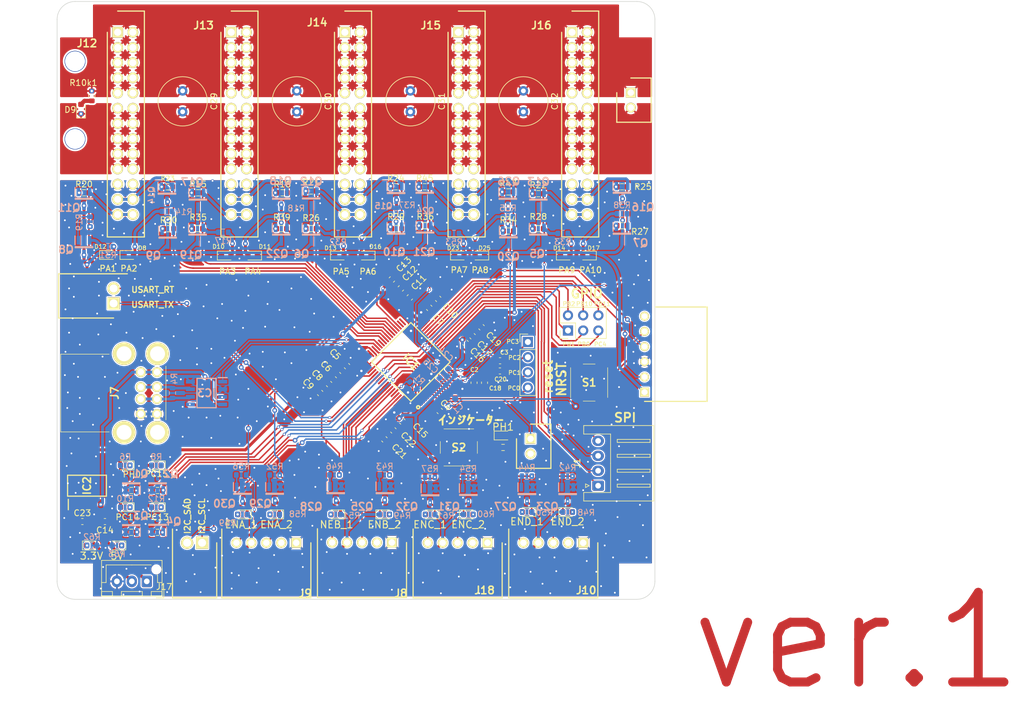
<source format=kicad_pcb>
(kicad_pcb (version 20221018) (generator pcbnew)
  (layers (0 "F.Cu" signal) (31 "B.Cu" signal) (34 "B.Paste" user) (35 "F.Paste" user) (36 "B.SilkS" user "B.Silkscreen") (37 "F.SilkS" user "F.Silkscreen") (38 "B.Mask" user) (39 "F.Mask" user) (44 "Edge.Cuts" user))
  (net 0 "")
  (net 1 "/NRST")
  (net 2 "12V_GND")
  (net 3 "3.3V")
  (net 4 "/VCAP")
  (net 5 "/5V_GND")
  (net 6 "/5V")
  (net 7 "12V")
  (net 8 "Net-(D1-A)")
  (net 9 "Net-(D4-K)")
  (net 10 "Net-(D5-K)")
  (net 11 "Net-(D6-K)")
  (net 12 "Net-(D7-K)")
  (net 13 "Net-(D8-A)")
  (net 14 "Net-(D9-A)")
  (net 15 "Net-(D10-A)")
  (net 16 "Net-(D11-A)")
  (net 17 "Net-(D12-A)")
  (net 18 "Net-(D13-A)")
  (net 19 "Net-(D14-A)")
  (net 20 "Net-(D16-A)")
  (net 21 "Net-(D17-A)")
  (net 22 "Net-(D23-A)")
  (net 23 "Net-(D25-A)")
  (net 24 "/I2C1_SDA")
  (net 25 "/I2C1_SCL")
  (net 26 "Net-(IC1-BOOT0)")
  (net 27 "/EncoderD_2")
  (net 28 "/EncoderD_1")
  (net 29 "/EncoderC_2")
  (net 30 "/EncoderC_1")
  (net 31 "/EncoderB_2")
  (net 34 "/UART4_RT")
  (net 35 "/UART4_TX")
  (net 36 "/EncoderB_1")
  (net 37 "/SWCLK")
  (net 38 "/SWDIO")
  (net 39 "/CAN1_TX")
  (net 40 "/CAN1_RX")
  (net 42 "/EncoderA_2")
  (net 43 "/EncoderA_1")
  (net 44 "MDE_2")
  (net 45 "MDE_1")
  (net 46 "MDD_2")
  (net 47 "MDD_1")
  (net 48 "MDC_2")
  (net 49 "MDC_1")
  (net 51 "/GPIO_PB11")
  (net 52 "/GPIO_PB10")
  (net 53 "/GPIO_PB2")
  (net 54 "/GPIO_PB1")
  (net 55 "/GPIO_PB0")
  (net 56 "/GPIO_PC4")
  (net 57 "/SPI1_MOSI")
  (net 58 "/SPI1_MISO")
  (net 59 "/SPI1_SCK")
  (net 60 "/SPI1_NSS")
  (net 61 "MDB_2")
  (net 62 "MDB_1")
  (net 63 "MDA_2")
  (net 64 "MDA_1")
  (net 65 "/GPIO_PC3")
  (net 66 "/GPIO_PC2")
  (net 67 "/GPIO_PC1")
  (net 68 "/GPIO_PC0")
  (net 69 "/PH1")
  (net 70 "/PH0")
  (net 72 "PC14")
  (net 73 "PC13")
  (net 74 "/CANH")
  (net 75 "/CANL")
  (net 76 "/SWO")
  (net 84 "Net-(Q1-COLLECTOR)")
  (net 85 "Net-(Q1-BASE)")
  (net 86 "Net-(Q2-COLLECTOR)")
  (net 87 "Net-(Q2-BASE)")
  (net 88 "Net-(Q3-COLLECTOR)")
  (net 89 "Net-(Q3-BASE)")
  (net 90 "Net-(Q4-COLLECTOR)")
  (net 91 "Net-(Q4-BASE)")
  (net 92 "Net-(Q5-EMITTER)")
  (net 93 "Net-(Q6-EMITTER)")
  (net 94 "Net-(Q7-EMITTER)")
  (net 95 "Net-(Q8-EMITTER)")
  (net 96 "Net-(Q9-EMITTER)")
  (net 97 "Net-(Q10-EMITTER)")
  (net 98 "Net-(Q11-BASE)")
  (net 99 "Net-(Q12-BASE)")
  (net 100 "Net-(Q13-BASE)")
  (net 101 "Net-(Q14-BASE)")
  (net 102 "Net-(Q15-BASE)")
  (net 103 "Net-(Q16-BASE)")
  (net 104 "Net-(Q17-BASE)")
  (net 105 "Net-(Q18-BASE)")
  (net 106 "Net-(Q19-EMITTER)")
  (net 107 "Net-(Q20-EMITTER)")
  (net 108 "Net-(Q21-EMITTER)")
  (net 109 "Net-(Q22-EMITTER)")
  (net 110 "Net-(Q24-BASE)")
  (net 111 "Net-(Q26-BASE)")
  (net 115 "GND")
  (net 116 "Net-(Q5-BASE)")
  (net 117 "Net-(Q6-BASE)")
  (net 118 "Net-(Q7-BASE)")
  (net 119 "Net-(Q8-BASE)")
  (net 120 "Net-(Q9-BASE)")
  (net 121 "Net-(Q10-BASE)")
  (net 122 "Net-(Q19-BASE)")
  (net 123 "Net-(Q20-BASE)")
  (net 124 "Net-(Q21-BASE)")
  (net 125 "Net-(Q22-BASE)")
  (net 126 "Net-(D19-K)")
  (net 127 "Net-(D19-A)")
  (net 128 "Net-(D20-K)")
  (net 129 "Net-(D20-A)")
  (net 130 "Net-(D21-K)")
  (net 131 "Net-(D21-A)")
  (net 132 "Net-(D22-K)")
  (net 133 "Net-(D22-A)")
  (net 134 "Net-(D24-K)")
  (net 135 "Net-(D24-A)")
  (net 136 "Net-(D26-K)")
  (net 137 "Net-(D26-A)")
  (net 138 "Net-(D27-K)")
  (net 139 "Net-(D27-A)")
  (net 140 "Net-(D28-K)")
  (net 141 "Net-(D28-A)")
  (net 143 "Net-(Q23-BASE)")
  (net 144 "Net-(Q25-BASE)")
  (net 145 "Net-(Q27-BASE)")
  (net 146 "Net-(Q28-BASE)")
  (net 147 "Net-(Q29-BASE)")
  (net 148 "Net-(Q30-BASE)")
  (net 149 "Net-(Q31-BASE)")
  (net 150 "Net-(Q32-BASE)")
  (net 151 "Net-(D29-K)")
  (net 152 "Net-(D30-K)")
  (net 154 "PC15")
  (net 155 "/12V/PA2")
  (net 156 "/12V/PA1")
  (net 157 "/12V/PA5")
  (net 158 "/12V/PA9")
  (net 159 "/12V/PA10")
  (net 160 "/12V/PA3")
  (net 161 "/12V/PA4")
  (net 162 "/12V/PA7")
  (net 163 "/12V/PA8")
  (net 164 "/12V/PA6")
  (footprint "LED_SMD:LED_0603_1608Metric" (layer "F.Cu") (at 132.6 126.6 180)
    (fp_text reference "PC13")
    (fp_text value "LED")
  )
  (footprint "Capacitor_SMD:C_0603_1608Metric" (layer "F.Cu") (at 172.25 113.75 -45)
    (fp_text reference "C22")
    (fp_text value "100u")
  )
  (footprint "26pin:RHDR26W71P254_2X13_3759X600X980Pソケット" (layer "F.Cu") (at 189 42 -90)
    (fp_text reference "J15")
    (fp_text value "HIF3FB-26DA-2.54DSA_71_" hide)
  )
  (footprint "Resistor_SMD:R_0603_1608Metric" (layer "F.Cu") (at 153.675 74)
    (fp_text reference "R16")
    (fp_text value "R")
  )
  (footprint "LED_SMD:LED_0603_1608Metric" (layer "F.Cu") (at 186.7125 84.5 180)
    (fp_text reference "D25")
    (fp_text value "LED")
  )
  (footprint "LED_SMD:LED_0603_1608Metric" (layer "F.Cu") (at 144.2875 84.5)
    (fp_text reference "D10")
    (fp_text value "LED")
  )
  (footprint "Resistor_SMD:R_0603_1608Metric" (layer "F.Cu") (at 128.4 123.8 180)
    (fp_text reference "R7" hide)
    (fp_text value "R")
  )
  (footprint "Capacitor_THT:C_Radial_D8.0mm_H11.5mm_P3.50mm" (layer "F.Cu") (at 156.1 56.95 -90)
    (fp_text reference "C30")
    (fp_text value "C")
  )
  (footprint "Capacitor_SMD:C_0603_1608Metric" (layer "F.Cu") (at 180 110.5 -45)
    (fp_text reference "C4")
    (fp_text value "C0.1u")
  )
  (footprint "Capacitor_SMD:C_0603_1608Metric" (layer "F.Cu") (at 178.25 93.25 135)
    (fp_text reference "C7")
    (fp_text value "C2.2u")
  )
  (footprint "Resistor_SMD:R_0603_1608Metric" (layer "F.Cu") (at 177.5 73)
    (fp_text reference "R45")
    (fp_text value "R")
  )
  (footprint "LED_SMD:LED_0603_1608Metric" (layer "F.Cu") (at 183.2875 84.5)
    (fp_text reference "D23")
    (fp_text value "LED")
  )
  (footprint "LED_SMD:LED_0603_1608Metric" (layer "F.Cu") (at 121.7125 133)
    (fp_text reference "3.3V")
    (fp_text value "LED")
  )
  (footprint "Resistor_SMD:R_0603_1608Metric" (layer "F.Cu") (at 196.5 74.15)
    (fp_text reference "R22")
    (fp_text value "R")
  )
  (footprint "Resistor_SMD:R_0603_1608Metric" (layer "F.Cu") (at 153.55 80)
    (fp_text reference "R39")
    (fp_text value "R")
  )
  (footprint "Resistor_SMD:R_0603_1608Metric" (layer "F.Cu") (at 210.5 73)
    (fp_text reference "R25")
    (fp_text value "R")
  )
  (footprint "Resistor_SMD:R_0603_1608Metric" (layer "F.Cu") (at 172.825 80)
    (fp_text reference "R29")
    (fp_text value "R")
  )
  (footprint "LED_SMD:LED_0603_1608Metric" (layer "F.Cu") (at 126 133 180)
    (fp_text reference "5V")
    (fp_text value "LED")
  )
  (footprint "LED_SMD:LED_0603_1608Metric" (layer "F.Cu") (at 128 84.4)
    (fp_text reference "D8")
    (fp_text value "LED")
  )
  (footprint "S2B-XH-A_LF__SN_:SHDRRA2W80P0X250_1X2_740X1150X610P" (layer "F.Cu") (at 125.45 92.5 90)
    (fp_text reference "J3")
    (fp_text value "S2B-XH-A_LF__SN_" hide)
  )
  (footprint "Capacitor_SMD:C_0603_1608Metric" (layer "F.Cu") (at 187 96.5 -45)
    (fp_text reference "C19")
    (fp_text value "C100n")
  )
  (footprint "Resistor_SMD:R_0603_1608Metric" (layer "F.Cu") (at 158.5 80)
    (fp_text reference "R26")
    (fp_text value "R")
  )
  (footprint "B2B-XH-A:SHDR2W64P0X250_1X2_740X575X700P" (layer "F.Cu") (at 211.975 57.25 -90)
    (fp_text reference "J11" hide)
    (fp_text value "B2B-XH-A" hide)
  )
  (footprint "Resistor_SMD:R_0603_1608Metric" (layer "F.Cu") (at 191.45 73.85)
    (fp_text reference "R47")
    (fp_text value "R")
  )
  (footprint "Capacitor_SMD:C_0603_1608Metric" (layer "F.Cu") (at 120.225 129)
    (fp_text reference "C23")
    (fp_text value "C10u")
  )
  (footprint "Capacitor_THT:C_Radial_D8.0mm_H11.5mm_P3.50mm" (layer "F.Cu") (at 137 56.95 -90)
    (fp_text reference "C29")
    (fp_text value "C")
  )
  (footprint "S5B-XH-A_LF__SN_:SHDRRA5W64P0X250_1X5_1490X1150X610P" (layer "F.Cu") (at 156 132.55 180)
    (fp_text reference "J9")
    (fp_text value "S5B-XH-A_LF__SN_" hide)
  )
  (footprint "Capacitor_SMD:C_0603_1608Metric" (layer "F.Cu") (at 184.33 99.14 -45)
    (fp_text reference "C16")
    (fp_text value "C100n")
  )
  (footprint "LED_SMD:LED_0603_1608Metric" (layer "F.Cu") (at 152.4 127.8 180)
    (fp_text reference "ENA_2")
    (fp_text value "LED")
  )
  (footprint "MountingHole:MountingHole_3.2mm_M3_DIN965" (layer "F.Cu") (at 213 45)
    (fp_text reference "REF**" hide)
    (fp_text value "MountingHole_3.2mm_M3_DIN965")
  )
  (footprint "STM32F732RET6:QFP50P1200X1200X160-64N" (layer "F.Cu") (at 175.180058 102.294816 135)
    (fp_text reference "IC1")
    (fp_text value "STM32F732RET6" hide)
  )
  (footprint "LED_SMD:LED_0603_1608Metric" (layer "F.Cu") (at 204.7125 84.5 180)
    (fp_text reference "D17")
    (fp_text value "LED")
  )
  (footprint "LED_SMD:LED_0603_1608Metric" (layer "F.Cu") (at 148.7125 84.5 180)
    (fp_text reference "D11")
    (fp_text value "LED")
  )
  (footprint "Resistor_SMD:R_0603_1608Metric" (layer "F.Cu") (at 128.4 130.8 180)
    (fp_text reference "R11" hide)
    (fp_text value "R")
  )
  (footprint "LED_SMD:LED_0603_1608Metric" (layer "F.Cu") (at 170.8 127.8)
    (fp_text reference "ENB_2")
    (fp_text value "LED")
  )
  (footprint "Capacitor_SMD:C_0603_1608Metric" (layer "F.Cu") (at 185.75 105.775 -90)
    (fp_text reference "C2")
    (fp_text value "100n")
  )
  (footprint "TSHA-T-2.5B2-19E:TSHAT25B219E" (layer "F.Cu") (at 183.2 116.6)
    (fp_text reference "S2")
    (fp_text value "TSHA-T-2.5B2-19E" hide)
  )
  (footprint "S5B-XH-A_LF__SN_:SHDRRA5W64P0X250_1X5_1490X1150X610P" (layer "F.Cu") (at 204 132.55 180)
    (fp_text reference "J10")
    (fp_text value "S5B-XH-A_LF__SN_" hide)
  )
  (footprint "LM317_SOT-223_:SOT230P700X180-4N" (layer "F.Cu") (at 121 123 90)
    (fp_text reference "IC2")
    (fp_text value "LM317_SOT-223_" hide)
  )
  (footprint "LED_SMD:LED_0603_1608Metric" (layer "F.Cu") (at 163.2125 84.5)
    (fp_text reference "D13")
    (fp_text value "LED")
  )
  (footprint "LED_SMD:LED_0603_1608Metric" (layer "F.Cu") (at 120 60 90)
    (fp_text reference "D9")
    (fp_text value "LED")
  )
  (footprint "LED_SMD:LED_0603_1608Metric" (layer "F.Cu") (at 147 127.8 180)
    (fp_text reference "ENA_1")
    (fp_text value "LED" hide)
  )
  (footprint "B2B-XH-A:SHDR2W64P0X250_1X2_740X575X700P" (layer "F.Cu") (at 195.2 115.15 -90)
    (fp_text reference "J2" hide)
    (fp_text value "B2B-XH-A" hide)
  )
  (footprint "Capacitor_SMD:C_0603_1608Metric" (layer "F.Cu") (at 185.5 98 -45)
    (fp_text reference "C17")
    (fp_text value "C100n")
  )
  (footprint "LED_SMD:LED_0603_1608Metric" (layer "F.Cu") (at 194.6 127.4 180)
    (fp_text reference "END_1")
    (fp_text value "LED")
  )
  (footprint "LED_SMD:LED_0603_1608Metric" (layer "F.Cu") (at 132.6 119.6 180)
    (fp_text reference "PC15")
    (fp_text value "LED")
  )
  (footprint "Connector_JST:JST_XH_B3B-XH-AM_1x03_P2.50mm_Vertical" (layer "F.Cu") (at 131 139 180)
    (fp_text reference "J17")
    (fp_text value "B3B-XH-A")
  )
  (footprint "Resistor_SMD:R_0603_1608Metric" (layer "F.Cu") (at 139.575 74)
    (fp_text reference "R15")
    (fp_text value "R")
  )
  (footprint "Capacitor_THT:C_Radial_D8.0mm_H11.5mm_P3.50mm" (layer "F.Cu") (at 175.1 56.95 -90)
    (fp_text reference "C31")
    (fp_text value "C")
  )
  (footprint "MountingHole:MountingHole_3.2mm_M3_DIN965" (layer "F.Cu") (at 119 139)
    (fp_text reference "REF**" hide)
    (fp_text value "MountingHole_3.2mm_M3_DIN965")
  )
  (footprint "Capacitor_THT:C_Radial_D8.0mm_H11.5mm_P3.50mm" (layer "F.Cu") (at 194 56.95 -90)
    (fp_text reference "C32")
    (fp_text value "C")
  )
  (footprint "LED_SMD:LED_0603_1608Metric" (layer "F.Cu") (at 127.3875 119.6 180)
    (fp_text reference "PH0")
    (fp_text value "LED")
  )
  (footprint "26pin:RHDR26W71P254_2X13_3759X600X980Pソケット" (layer "F.Cu") (at 151 42 -90)
    (fp_text reference "J13")
    (fp_text value "HIF3FB-26DA-2.54DSA_71_" hide)
  )
  (footprint "Resistor_SMD:R_0603_1608Metric" (layer "F.Cu") (at 132.8 130.8 180)
    (fp_text reference "R13" hide)
    (fp_text value "R")
  )
  (footprint "LED_SMD:LED_0603_1608Metric" (layer "F.Cu") (at 124.6 84.4)
    (fp_text reference "D12")
    (fp_text value "LED")
  )
  (footprint "Resistor_SMD:R_0603_1608Metric" (layer "F.Cu") (at 196.5 80)
    (fp_text reference "R28")
    (fp_text value "R")
  )
  (footprint "26pin:RHDR26W71P254_2X13_3759X600X980Pソケット" (layer "F.Cu") (at 170 42 -90)
    (fp_text reference "J14")
    (fp_text value "HIF3FB-26DA-2.54DSA_71_" hide)
  )
  (footprint "Resistor_SMD:R_0603_1608Metric" (layer "F.Cu") (at 121.8 57.8 90)
    (fp_text reference "R10k1")
    (fp_text value "R")
  )
  (footprint "Resistor_SMD:R_0603_1608Metric" (layer "F.Cu") (at 134.65 80)
    (fp_text reference "R30")
    (fp_text value "R")
  )
  (footprint "Capacitor_SMD:C_0603_1608Metric" (layer "F.Cu") (at 170.75 115.25 -45)
    (fp_text reference "C21")
    (fp_text value "C4.7u")
  )
  (footprint "LED_SMD:LED_0603_1608Metric" (layer "F.Cu") (at 162.6125 127.8 180)
    (fp_text reference "NEB_1")
    (fp_text value "LED")
  )
  (footprint "Connector_JST:JST_XH_S4B-XH-A_1x04_P2.50mm_Horizontal" (layer "F.Cu") (at 206.5 123 90)
    (fp_text reference "J1")
    (fp_text value "S4B-XH-A_LF__SN_")
  )
  (footprint "Capacitor_SMD:C_0603_1608Metric" (layer "F.Cu") (at 164.5 103 135)
    (fp_text reference "C5")
    (fp_text value "C100n")
  )
  (footprint "S2B-XH-A_LF__SN_:SHDRRA2W80P0X250_1X2_740X1150X610P" (layer "F.Cu") (at 140.25 132.55 180)
    (fp_text reference "J4")
    (fp_text value "S2B-XH-A_LF__SN_" hide)
  )
  (footprint "Capacitor_SMD:C_0603_1608Metric" (layer "F.Cu") (at 172 88.5 45)
    (fp_text reference "C13")
    (fp_text value "C100n")
  )
  (footprint "Resistor_SMD:R_0603_1608Metric" (layer "F.Cu") (at 132.8 123.8 180)
    (fp_text reference "R9" hide)
    (fp_text value "R")
  )
  (footprint "Resistor_SMD:R_0603_1608Metric" (layer "F.Cu") (at 210.5 79.5)
    (fp_text reference "R27")
    (fp_text value "R")
  )
  (footprint "LED_SMD:LED_0603_1608Metric" (layer "F.Cu") (at 178.4 127.8 180)
    (fp_text reference "ENC_1")
    (fp_text value "LED")
  )
  (footprint "LED_SMD:LED_0603_1608Metric" (layer "F.Cu") (at 127.4 126.6 180)
    (fp_text reference "PC14")
    (fp_text value "LED")
  )
  (footprint "LED_SMD:LED_0603_1608Metric" (layer "F.Cu") (at 190.6 114.6)
    (fp_text reference "PH1")
    (fp_text value "LED")
  )
  (footprint "LED_SMD:LED_0603_1608Metric" (layer "F.Cu") (at 167.7125 84.5 180)
    (fp_text reference "D16")
    (fp_text value "LED")
  )
  (footprint "26pin:RHDR26W71P254_2X13_3759X600X980Pソケット" (layer "F.Cu") (at 132 42 -90)
    (fp_text reference "J12")
    (fp_text value "HIF3FB-26DA-2.54DSA_71_" hide)
  )
  (footprint "Capacitor_SMD:C_0603_1608Metric" (layer "F.Cu") (at 163 104.5 135)
    (fp_text reference "C6")
    (fp_text value "C100n")
  )
  (footprint "MountingHole:MountingHole_3.2mm_M3_DIN965" (layer "F.Cu") (at 119 45)
    (fp_text reference "REF**" hide)
    (fp_text value "MountingHole_3.2mm_M3_DIN965")
  )
  (footprint "S5B-XH-A_LF__SN_:SHDRRA5W64P0X250_1X5_1490X1150X610P" (layer "F.Cu") (at 188 132.55 180)
    (fp_text reference "J18")
    (fp_text value "S5B-XH-A_LF__SN_" hide)
  )
  (footprint "FH-1X06RG:RHDRRA6W58P0X254_1X6_1549X850X265P" (layer "F.Cu") (at 214.2675 107.35 -90)
    (fp_text reference "J6" hide)
    (fp_text value "FH-1X06RG" hide)
  )
  (footprint "S5B-XH-A_LF__SN_:SHDRRA5W64P0X250_1X5_1490X1150X610P" (layer "F.Cu") (at 172 132.5 180)
    (fp_text reference "J8")
    (fp_text value "S5B-XH-A_LF__SN_" hide)
  )
  (footprint "Capacitor_SMD:C_0603_1608Metric" (layer "F.Cu") (at 190.075 103.8)
    (fp_text reference "C20")
    (fp_text value "1u")
  )
  (footprint "Capacitor_SMD:C_0603_1608Metric" (layer "F.Cu") (at 173.5 90 45)
    (fp_text reference "C12")
    (fp_text value "C100n")
  )
  (footprint "USB-4AF203AS:USB4AF203AS" (layer "F.Cu") (at 132.71 104 -90)
    (fp_text reference "J7")
    (fp_text value "USB-4AF203AS" hide)
  )
  (footprint "26pin:RHDR26W71P254_2X13_3759X600X980Pソケット" (layer "F.Cu") (at 208 42 -90)
    (fp_text reference "J16")
    (fp_text value "HIF3FB-26DA-2.54DSA_71_" hide)
  )
  (footprint "Resistor_SMD:R_0603_1608Metric" (layer "F.Cu") (at 120.5 74)
    (fp_text reference "R20")
    (fp_text value "R")
  )
  (footprint "Capacitor_SMD:C_0603_1608Metric" (layer "F.Cu") (at 160 107.5 135)
    (fp_text reference "C9")
    (fp_text value "C100n")
  )
  (footprint "Resistor_SMD:R_0603_1608Metric" (layer "F.Cu") (at 177.5 79.5)
    (fp_text reference "R36")
    (fp_text value "R")
  )
  (footprint "Capacitor_SMD:C_0603_1608Metric" (layer "F.Cu") (at 179.75 91.75 135)
    (fp_text reference "C10")
    (fp_text value "C2.2u")
  )
  (footprint "MountingHole:MountingHole_3.2mm_M3_DIN965" (layer "F.Cu") (at 213 139)
    (fp_text reference "REF**" hide)
    (fp_text value "MountingHole_3.2mm_M3_DIN965")
  )
  (footprint "Capacitor_SMD:C_0603_1608Metric" (layer "F.Cu") (at 175 91.5 45)
    (fp_text reference "C11")
    (fp_text value "C100n")
  )
  (footprint "LED_SMD:LED_0603_1608Metric" (layer "F.Cu") (at 201.4 127.4)
    (fp_text reference "END_2")
    (fp_text value "LED")
  )
  (footprint "Resistor_SMD:R_0603_1608Metric" (layer "F.Cu") (at 158.475 73.7)
    (fp_text reference "R21")
    (fp_text value "R")
  )
  (footprint "Resistor_SMD:R_0603_1608Metric" (layer "F.Cu") (at 139.5 80)
    (fp_text reference "R35")
    (fp_text value "R")
  )
  (footprint "TSHA-T-2.5B2-19E:TSHAT25B219E" (layer "F.Cu") (at 205 105.75 90)
    (fp_text reference "S1")
    (fp_text value "TSHA-T-2.5B2-19E" hide)
  )
  (footprint "LED_SMD:LED_0603_1608Metric" (layer "F.Cu") (at 184.7875 127.8)
    (fp_text reference "ENC_2")
    (fp_text value "LED")
  )
  (footprint "Connector_PinHeader_2.54mm:PinHeader_1x04_P2.54mm_Vertical" (layer "F.Cu") (at 194.75 98.96)
    (fp_text reference "REF**" hide)
    (fp_text value "PinHeader_1x04_P2.54mm_Vertical")
  )
  (footprint "LED_SMD:LED_0603_1608Metric" (layer "F.Cu") (at 201 84.5)
    (fp_text reference "D14")
    (fp_text value "LED")
  )
  (footprint "Capacitor_SMD:C_0603_1608Metric" (layer "F.Cu") (at 124 129 180)
    (fp_text reference "C14")
    (fp_text value "C100n")
  )
  (footprint "Capacitor_SMD:C_0603_1608Metric" (layer "F.Cu") (at 190.1 102.1)
    (fp_text reference "C3")
    (fp_text value "1u")
  )
  (footprint "Connector_PinHeader_2.54mm:PinHeader_2x03_P2.54mm_Vertical" (layer "F.Cu") (at 201.46 97.04 90)
    (fp_text reference "REF**" hide)
    (fp_text value "PinHeader_2x03_P2.54mm_Vertical")
  )
  (footprint "Capacitor_SMD:C_0603_1608Metric" (layer "F.Cu") (at 173.75 112.25 -45)
    (fp_text reference "C15")
    (fp_text value "C100n")
  )
  (footprint "Resistor_SMD:R_0603_1608Metric" (layer "F.Cu") (at 191.5 80.4)
    (fp_text reference "R34")
    (fp_text value "R")
  )
  (footprint "Capacitor_SMD:C_0603_1608Metric" (layer "F.Cu") (at 187.5 105.775 -90)
    (fp_text reference "C18")
    (fp_text value "100n")
  )
  (footprint "Resistor_SMD:R_0603_1608Metric" (layer "F.Cu") (at 190.6 116.6 180)
    (fp_text reference "R2" hide)
    (fp_text value "R")
  )
  (footprint "Resistor_SMD:R_0603_1608Metric" (layer "F.Cu") (at 134.5 73)
    (fp_text reference "R23")
    (fp_text value "R")
  )
  (footprint "Resistor_SMD:R_0603_1608Metric" (layer "F.Cu") (at 172.675 73)
    (fp_text reference "R24")
    (fp_text value "R")
  )
  (footprint "Capacitor_SMD:C_0603_1608Metric" (layer "F.Cu") (at 161.5 106 135)
    (fp_text reference "C8")
    (fp_text value "C100n")
  )
  (footprint "2SC2712-GR_TE85L_F_バイポート:SOT95P260X156-3N" (layer "B.Cu") (at 172.7 80.85 -90)
    (fp_text reference "Q10")
    (fp_text value "2SC2712-GR_TE85L,F" hide)
  )
  (footprint "2SC2712-GR_TE85L_F_バイポート:SOT95P260X156-3N" (layer "B.Cu") (at 153.5 75 -90)
    (fp_text reference "Q18")
    (fp_text value "2SC2712-GR_TE85L,F" hide)
  )
  (footprint "Resistor_SMD:R_0603_1608Metric" (layer "B.Cu") (at 178.4 127.8)
    (fp_text reference "R61")
    (fp_text value "R")
  )
  (footprint "Resistor_SMD:R_0603_1608Metric" (layer "B.Cu") (at 184.775 121.6 180)
    (fp_text reference "R54")
    (fp_text value "R")
  )
  (footprint "Resistor_SMD:R_0603_1608Metric" (layer "B.Cu") (at 126 133)
    (fp_text reference "R63")
    (fp_text value "R")
  )
  (footprint "2SC2712-GR_TE85L_F_バイポート:SOT95P260X156-3N" (layer "B.Cu") (at 158.5 74.95 -90)
    (fp_text reference "Q12")
    (fp_text value "2SC2712-GR_TE85L,F" hide)
  )
  (footprint "2SC2712-GR_TE85L_F_バイポート:SOT95P260X156-3N" (layer "B.Cu") (at 191.4 75 -90)
    (fp_text reference "Q26")
    (fp_text value "2SC2712-GR_TE85L,F" hide)
  )
  (footprint "Resistor_SMD:R_0603_1608Metric" (layer "B.Cu") (at 152.4 121.2 180)
    (fp_text reference "R52")
    (fp_text value "R")
  )
  (footprint "Resistor_SMD:R_0603_1608Metric" (layer "B.Cu") (at 201.4 121.4 180)
    (fp_text reference "R42")
    (fp_text value "R")
  )
  (footprint "2SC2712-GR_TE85L_F_バイポート:SOT95P260X156-3N" (layer "B.Cu") (at 132.8 122.6 90)
    (fp_text reference "Q2")
    (fp_text value "2SC2712-GR_TE85L,F" hide)
  )
  (footprint "Resistor_SMD:R_0603_1608Metric" (layer "B.Cu") (at 143.8 80.6)
    (fp_text reference "R17")
    (fp_text value "R")
  )
  (footprint "Resistor_SMD:R_0603_1608Metric" (layer "B.Cu") (at 132.6 126.6 180)
    (fp_text reference "R12")
    (fp_text value "R")
  )
  (footprint "Capacitor_SMD:C_0603_1608Metric" (layer "B.Cu") (at 182.048008 109.051992 45)
    (fp_text reference "C1")
    (fp_text value "C0.1u")
  )
  (footprint "Resistor_SMD:R_0603_1608Metric" (layer "B.Cu") (at 162.6 127.8)
    (fp_text reference "R51")
    (fp_text value "R")
  )
  (footprint "2SC2712-GR_TE85L_F_バイポート:SOT95P260X156-3N" (layer "B.Cu") (at 194.6 124.4 -90)
    (fp_text reference "Q27")
    (fp_text value "2SC2712-GR_TE85L,F" hide)
  )
  (footprint "Capacitor_SMD:C_0603_1608Metric" (layer "B.Cu") (at 180.548008 105.548008 135)
    (fp_text reference "C25")
    (fp_text value "1u")
  )
  (footprint "2SC2712-GR_TE85L_F_バイポート:SOT95P260X156-3N" (layer "B.Cu") (at 158.5 81 -90)
    (fp_text reference "Q6")
    (fp_text value "2SC2712-GR_TE85L,F" hide)
  )
  (footprint "Resistor_SMD:R_0603_1608Metric" (layer "B.Cu") (at 191.425 78 180)
    (fp_text reference "R55")
    (fp_text value "R")
  )
  (footprint "Resistor_SMD:R_0603_1608Metric" (layer "B.Cu") (at 194.6 127.4)
    (fp_text reference "R50")
    (fp_text value "R")
  )
  (footprint "Resistor_SMD:R_0603_1608Metric" (layer "B.Cu") (at 201.425 127.4 180)
    (fp_text reference "R48")
    (fp_text value "R")
  )
  (footprint "Resistor_SMD:R_0603_1608Metric" (layer "B.Cu") (at 182.4 80.8)
    (fp_text reference "R53")
    (fp_text value "R")
  )
  (footprint "2SC2712-GR_TE85L_F_バイポート:SOT95P260X156-3N" (layer "B.Cu") (at 178.4 124.6 -90)
    (fp_text reference "Q32")
    (fp_text value "2SC2712-GR_TE85L,F" hide)
  )
  (footprint "Resistor_SMD:R_0603_1608Metric" (layer "B.Cu") (at 135.3 107.5 -90)
    (fp_text reference "R4")
    (fp_text value "R")
  )
  (footprint "NCV7351D1ER2G:SOIC127P600X175-8N" (layer "B.Cu") (at 141 107.5 180)
    (fp_text reference "IC3")
    (fp_text value "NCV7351D1ER2G" hide)
  )
  (footprint "Resistor_SMD:R_0603_1608Metric" (layer "B.Cu") (at 124.5 83)
    (fp_text reference "R31")
    (fp_text value "R")
  )
  (footprint "2SC2712-GR_TE85L_F_バイポート:SOT95P260X156-3N" (layer "B.Cu") (at 201.4 124.4 -90)
    (fp_text reference "Q23")
    (fp_text value "2SC2712-GR_TE85L,F" hide)
  )
  (footprint "Resistor_SMD:R_0603_1608Metric" (layer "B.Cu") (at 127.4 126.6 180)
    (fp_text reference "R10")
    (fp_text value "R")
  )
  (footprint "Resistor_SMD:R_0603_1608Metric" (layer "B.Cu") (at 127.4 119.6 180)
    (fp_text reference "R6")
    (fp_text value "R")
  )
  (footprint "Resistor_SMD:R_0603_1608Metric" (layer "B.Cu") (at 153.5 78 180)
    (fp_text reference "R18")
    (fp_text value "R")
  )
  (footprint "2SC2712-GR_TE85L_F_バイポート:SOT95P260X156-3N" (layer "B.Cu") (at 172.7 74.05 -90)
    (fp_text reference "Q15")
    (fp_text value "2SC2712-GR_TE85L,F" hide)
  )
  (footprint "Resistor_SMD:R_0603_1608Metric" (layer "B.Cu") (at 163 80.8)
    (fp_text reference "R32")
    (fp_text value "R")
  )
  (footprint "2SC2712-GR_TE85L_F_バイポート:SOT95P260X156-3N" (layer "B.Cu") (at 184.8 124.55 -90)
    (fp_text reference "Q31")
    (fp_text value "2SC2712-GR_TE85L,F" hide)
  )
  (footprint "2SC2712-GR_TE85L_F_バイポート:SOT95P260X156-3N" (layer "B.Cu") (at 120.5 75 -90)
    (fp_text reference "Q11")
    (fp_text value "2SC2712-GR_TE85L,F" hide)
  )
  (footprint "Resistor_SMD:R_0603_1608Metric" (layer "B.Cu") (at 170.8 127.8 180)
    (fp_text reference "R49")
    (fp_text value "R")
  )
  (footprint "2SC2712-GR_TE85L_F_バイポート:SOT95P260X156-3N" (layer "B.Cu") (at 134.5 81.5 -90)
    (fp_text reference "Q9")
    (fp_text value "2SC2712-GR_TE85L,F" hide)
  )
  (footprint "Resistor_SMD:R_0603_1608Metric" (layer "B.Cu") (at 178.375 121.6 180)
    (fp_text reference "R57")
    (fp_text value "R")
  )
  (footprint "Resistor_SMD:R_0603_1608Metric" (layer "B.Cu") (at 146.8 121.2 180)
    (fp_text reference "R56")
    (fp_text value "R")
  )
  (footprint "2SC2712-GR_TE85L_F_バイポート:SOT95P260X156-3N" (layer "B.Cu") (at 120.5 83.1 -90)
    (fp_text reference "Q8")
    (fp_text value "2SC2712-GR_TE85L,F" hide)
  )
  (footprint "2SC2712-GR_TE85L_F_バイポート:SOT95P260X156-3N" (layer "B.Cu") (at 191.5 81.45 -90)
    (fp_text reference "Q20")
    (fp_text value "2SC2712-GR_TE85L,F" hide)
  )
  (footprint "2SC2712-GR_TE85L_F_バイポート:SOT95P260X156-3N" (layer "B.Cu") (at 152.4 124.35 -90)
    (fp_text reference "Q29")
    (fp_text value "2SC2712-GR_TE85L,F" hide)
  )
  (footprint "Resistor_SMD:R_0603_1608Metric" (layer "B.Cu") (at 200.6 80.8)
    (fp_text reference "R33")
    (fp_text value "R")
  )
  (footprint "Resistor_SMD:R_0603_1608Metric" (layer "B.Cu") (at 170.8 121.2 180)
    (fp_text reference "R43")
    (fp_text value "R")
  )
  (footprint "Resistor_SMD:R_0603_1608Metric" (layer "B.Cu") (at 147 127.8)
    (fp_text reference "R59")
    (fp_text value "R")
  )
  (footprint "Resistor_SMD:R_0603_1608Metric" (layer "B.Cu") (at 184.8 127.8 180)
    (fp_text reference "R60")
    (fp_text value "R")
  )
  (footprint "Resistor_SMD:R_0603_1608Metric" (layer "B.Cu") (at 194.575 121.4 180)
    (fp_text reference "R44")
    (fp_text value "R")
  )
  (footprint "2SC2712-GR_TE85L_F_バイポート:SOT95P260X156-3N" (layer "B.Cu") (at 170.85 124.25 -90)
    (fp_text reference "Q25")
    (fp_text value "2SC2712-GR_TE85L,F" hide)
  )
  (footprint "2SC2712-GR_TE85L_F_バイポート:SOT95P260X156-3N" (layer "B.Cu") (at 153.5 81 -90)
    (fp_text reference "Q22")
    (fp_text value "2SC2712-GR_TE85L,F" hide)
  )
  (footprint "Resistor_SMD:R_0603_1608Metric" (layer "B.Cu") (at 175.6 106.2 135)
    (fp_text reference "R1")
    (fp_text value "R10k")
  )
  (footprint "Resistor_SMD:R_0603_1608Metric" (layer "B.Cu") (at 162.4 121.2 180)
    (fp_text reference "R46")
    (fp_text value "R")
  )
  (footprint "Capacitor_SMD:C_0603_1608Metric" (layer "B.Cu") (at 182 104 135)
    (fp_text reference "C24")
    (fp_text value "100n")
  )
  (footprint "Resistor_SMD:R_0603_1608Metric" (layer "B.Cu") (at 172.675 77.5 180)
    (fp_text reference "R37")
    (fp_text value "R")
  )
  (footprint "2SC2712-GR_TE85L_F_バイポート:SOT95P260X156-3N" (layer "B.Cu") (at 177.5 74 -90)
    (fp_text reference "Q24")
    (fp_text value "2SC2712-GR_TE85L,F" hide)
  )
  (footprint "Resistor_SMD:R_0603_1608Metric" (layer "B.Cu") (at 152.4 127.8)
    (fp_text reference "R58")
    (fp_text value "R")
  )
  (footprint "2SC2712-GR_TE85L_F_バイポート:SOT95P260X156-3N" (layer "B.Cu") (at 196.5 81 -90)
    (fp_text reference "Q5")
    (fp_text value "2SC2712-GR_TE85L,F" hide)
  )
  (footprint "2SC2712-GR_TE85L_F_バイポート:SOT95P260X156-3N" (layer "B.Cu") (at 210.5 80.85 -90)
    (fp_text reference "Q7")
    (fp_text value "2SC2712-GR_TE85L,F" hide)
  )
  (footprint "2SC2712-GR_TE85L_F_バイポート:SOT95P260X156-3N" (layer "B.Cu") (at 128.4 122.6 90)
    (fp_text reference "Q1")
    (fp_text value "2SC2712-GR_TE85L,F" hide)
  )
  (footprint "2SC2712-GR_TE85L_F_バイポート:SOT95P260X156-3N" (layer "B.Cu") (at 132.8 129.55 90)
    (fp_text reference "Q4")
    (fp_text value "2SC2712-GR_TE85L,F" hide)
  )
  (footprint "2SC2712-GR_TE85L_F_バイポート:SOT95P260X156-3N" (layer "B.Cu") (at 134.375 74.15 -90)
    (fp_text reference "Q14")
    (fp_text value "2SC2712-GR_TE85L,F" hide)
  )
  (footprint "2SC2712-GR_TE85L_F_バイポート:SOT95P260X156-3N" (layer "B.Cu") (at 139.55 75.15 -90)
    (fp_text reference "Q17")
    (fp_text value "2SC2712-GR_TE85L,F" hide)
  )
  (footprint "2SC2712-GR_TE85L_F_バイポート:SOT95P260X156-3N" (layer "B.Cu") (at 210.5 74 -90)
    (fp_text reference "Q16")
    (fp_text value "2SC2712-GR_TE85L,F" hide)
  )
  (footprint "Resistor_SMD:R_0603_1608Metric" (layer "B.Cu") (at 121.5 78.825 -90)
    (fp_text reference "R19")
    (fp_text value "R")
  )
  (footprint "2SC2712-GR_TE85L_F_バイポート:SOT95P260X156-3N" (layer "B.Cu") (at 139.5 81 -90)
    (fp_text reference "Q19")
    (fp_text value "2SC2712-GR_TE85L,F" hide)
  )
  (footprint "Resistor_SMD:R_0603_1608Metric" (layer "B.Cu") (at 210.5 77.5 180)
    (fp_text reference "R38")
    (fp_text value "R")
  )
  (footprint "2SC2712-GR_TE85L_F_バイポート:SOT95P260X156-3N" (layer "B.Cu") (at 147 124.35 -90)
    (fp_text reference "Q30")
    (fp_text value "2SC2712-GR_TE85L,F" hide)
  )
  (footprint "Resistor_SMD:R_0603_1608Metric" (layer "B.Cu") (at 134.375 77.1 180)
    (fp_text reference "R14")
    (fp_text value "R")
  )
  (footprint "Resistor_SMD:R_0603_1608Metric" (layer "B.Cu") (at 132.6 119.6 180)
    (fp_text reference "R8")
    (fp_text value "R")
  )
  (footprint "2SC2712-GR_TE85L_F_バイポート:SOT95P260X156-3N" (layer "B.Cu") (at 162.6 124.25 -90)
    (fp_text reference "Q28")
    (fp_text value "2SC2712-GR_TE85L,F" hide)
  )
  (footprint "2SC2712-GR_TE85L_F_バイポート:SOT95P260X156-3N" (layer "B.Cu") (at 177.55 80.65 -90)
    (fp_text reference "Q21")
    (fp_text value "2SC2712-GR_TE85L,F" hide)
  )
  (footprint "Resistor_SMD:R_0603_1608Metric" (layer "B.Cu") (at 121.825 133 180)
    (fp_text reference "R62")
    (fp_text value "R")
  )
  (footprint "2SC2712-GR_TE85L_F_バイポート:SOT95P260X156-3N" (layer "B.Cu") (at 196.5 75.15 -90)
    (fp_text reference "Q13")
    (fp_text value "2SC2712-GR_TE85L,F" hide)
  )
  (footprint "2SC2712-GR_TE85L_F_バイポート:SOT95P260X156-3N" (layer "B.Cu") (at 128.4 129.6 90)
    (fp_text reference "Q3")
    (fp_text value "2SC2712-GR_TE85L,F" hide)
  )
  (gr_arc (start 119 142) (mid 116.87868 141.12132) (end 116 139) (stroke (width 0.1)) (layer "Edge.Cuts"))
  (gr_line (start 116 45) (end 116 139) (stroke (width 0.1)) (layer "Edge.Cuts"))
  (gr_line (start 213 42) (end 119 42) (stroke (width 0.1)) (layer "Edge.Cuts"))
  (gr_line (start 119 142) (end 213 142) (stroke (width 0.1)) (layer "Edge.Cuts"))
  (gr_line (start 216 139) (end 216 45) (stroke (width 0.1)) (layer "Edge.Cuts"))
  (gr_arc (start 216 139) (mid 215.12132 141.12132) (end 213 142) (stroke (width 0.1)) (layer "Edge.Cuts"))
  (gr_arc (start 116 45) (mid 116.87868 42.87868) (end 119 42) (stroke (width 0.1)) (layer "Edge.Cuts"))
  (gr_arc (start 213 42) (mid 215.12132 42.87868) (end 216 45) (stroke (width 0.1)) (layer "Edge.Cuts"))
  (gr_text "ver.1" (at 221.25 157.75) (layer "F.Cu") (effects (font (size 15 15) (thickness 1.5)) (justify left bottom)))
  (gr_text "NRST" (at 201.25 108.25 90) (layer "F.SilkS") (effects (font (size 1.5 1.5) (thickness 0.3) bold) (justify left bottom)))
  (gr_text "PA3" (at 143 87.75) (layer "F.SilkS") (effects (font (size 1 1) (thickness 0.16)) (justify left bottom)))
  (gr_text "PA1" (at 123 87.25) (layer "F.SilkS") (effects (font (size 1 1) (thickness 0.16)) (justify left bottom)))
  (gr_text "PB0" (at 203 99.75) (layer "F.SilkS") (effects (font (size 0.7 0.7) (thickness 0.125) bold) (justify left bottom)))
  (gr_text "PC3" (at 191.1 99.3) (layer "F.SilkS") (effects (font (size 0.7 0.7) (thickness 0.125) bold) (justify left bottom)))
  (gr_text "PA4" (at 147.25 87.75) (layer "F.SilkS") (effects (font (size 1 1) (thickness 0.16)) (justify left bottom)))
  (gr_text "PC2" (at 191.4 102) (layer "F.SilkS") (effects (font (size 0.7 0.7) (thickness 0.125) bold) (justify left bottom)))
  (gr_text "PA9" (at 199.75 87.5) (layer "F.SilkS") (effects (font (size 1 1) (thickness 0.16)) (justify left bottom)))
  (gr_text "SPI" (at 209 112.5) (layer "F.SilkS") (effects (font (size 1.5 1.5) (thickness 0.3) bold) (justify left bottom)))
  (gr_text "PA6" (at 166.5 87.75) (layer "F.SilkS") (effects (font (size 1 1) (thickness 0.16)) (justify left bottom)))
  (gr_text "インジケーター" (at 179.5 113) (layer "F.SilkS") (effects (font (size 1.5 1.5) (thickness 0.3) bold) (justify left bottom)))
  (gr_text "USART_RT" (at 128.3 90.8) (layer "F.SilkS") (effects (font (size 1 1) (thickness 0.2) bold) (justify left bottom)))
  (gr_text "PC0" (at 191.3 107.1) (layer "F.SilkS") (effects (font (size 0.7 0.7) (thickness 0.125) bold) (justify left bottom)))
  (gr_text "USART_TX" (at 128.3 93.3) (layer "F.SilkS") (effects (font (size 1 1) (thickness 0.2) bold) (justify left bottom)))
  (gr_text "I2C_SAD" (at 138.4 131.2 90) (layer "F.SilkS") (effects (font (size 1 1) (thickness 0.2) bold) (justify left bottom)))
  (gr_text "PB10" (at 202.75 93) (layer "F.SilkS") (effects (font (size 0.7 0.7) (thickness 0.125) bold) (justify left bottom)))
  (gr_text "PB1" (at 200.5 99.75) (layer "F.SilkS") (effects (font (size 0.7 0.7) (thickness 0.125) bold) (justify left bottom)))
  (gr_text "PA7" (at 181.75 87.5) (layer "F.SilkS") (effects (font (size 1 1) (thickness 0.16)) (justify left bottom)))
  (gr_text "GPIO" (at 201.75 91.75) (layer "F.SilkS") (effects (font (size 1.5 1.5) (thickness 0.3) bold) (justify left bottom)))
  (gr_text "reset" (at 199 107.75 90) (layer "F.SilkS") (effects (font (size 1.5 1.5) (thickness 0.3) bold) (justify left bottom)))
  (gr_text "PA10" (at 203.25 87.5) (layer "F.SilkS") (effects (font (size 1 1) (thickness 0.16)) (justify left bottom)))
  (gr_text "PC4" (at 205.75 99.75) (layer "F.SilkS") (effects (font (size 0.7 0.7) (thickness 0.125) bold) (justify left bottom)))
  (gr_text "PA5" (at 162 87.75) (layer "F.SilkS") (effects (font (size 1 1) (thickness 0.16)) (justify left bottom)))
  (gr_text "PB2" (at 200.5 93) (layer "F.SilkS") (effects (font (size 0.7 0.7) (thickness 0.125) bold) (justify left bottom)))
  (gr_text "PA2" (at 126.5 87.25) (layer "F.SilkS") (effects (font (size 1 1) (thickness 0.16)) (justify left bottom)))
  (gr_text "PC1" (at 191.4 104.5) (layer "F.SilkS") (effects (font (size 0.7 0.7) (thickness 0.125) bold) (justify left bottom)))
  (gr_text "PB11" (at 205.75 93) (layer "F.SilkS") (effects (font (size 0.7 0.7) (thickness 0.125) bold) (justify left bottom)))
  (gr_text "PA8" (at 185.25 87.5) (layer "F.SilkS") (effects (font (size 1 1) (thickness 0.16)) (justify left bottom)))
  (gr_text "I2C_SCL" (at 140.8 131.2 90) (layer "F.SilkS") (effects (font (size 1 1) (thickness 0.2) bold) (justify left bottom)))
  (via (at 119 52) (size 3.5) (drill 3.3) (layers "F.Cu" "B.Cu") (net 0))
  (via (at 119 65) (size 3.5) (drill 3.3) (layers "F.Cu" "B.Cu") (net 0))
  (segment (start 212 99.4575) (end 214.2675 97.19) (width 0.25) (layer "F.Cu") (net 1))
  (segment (start 211.56139 99.93861) (end 212 99.5) (width 0.25) (layer "F.Cu") (net 1))
  (segment (start 178.707107 106.882525) (end 181.624582 109.8) (width 0.2) (layer "F.Cu") (net 1))
  (segment (start 203.7 109.725) (end 211.56139 101.86361) (width 0.25) (layer "F.Cu") (net 1))
  (segment (start 202.75 109.725) (end 203.7 109.725) (width 0.25) (layer "F.Cu") (net 1))
  (segment (start 212 99.5) (end 212 99.4575) (width 0.25) (layer "F.Cu") (net 1))
  (segment (start 211.56139 101.86361) (end 211.56139 99.93861) (width 0.25) (layer "F.Cu") (net 1))
  (via (at 202.75 109.725) (size 0.8) (drill 0.4) (layers "F.Cu" "B.Cu") (net 1))
  (via (at 181.462291 109.637709) (size 0.8) (drill 0.4) (layers "F.Cu" "B.Cu") (net 1))
  (segment (start 202.75 109.725) (end 201.525 108.5) (width 0.25) (layer "B.Cu") (net 1))
  (segment (start 181.462291 109.637709) (end 182.593661 109.637709) (width 0.25) (layer "B.Cu") (net 1))
  (segment (start 190.6 108.5) (end 190.7 108.5) (width 0.25) (layer "B.Cu") (net 1))
  (segment (start 195.2 113) (end 195.2 115.15) (width 0.25) (layer "B.Cu") (net 1))
  (segment (start 201.525 108.5) (end 190.6 108.5) (width 0.25) (layer "B.Cu") (net 1))
  (segment (start 182.593661 109.637709) (end 183.73137 108.5) (width 0.25) (layer "B.Cu") (net 1))
  (segment (start 190.7 108.5) (end 195.2 113) (width 0.25) (layer "B.Cu") (net 1))
  (segment (start 183.73137 108.5) (end 190.6 108.5) (width 0.25) (layer "B.Cu") (net 1))
  (via (at 120 60.7875) (size 0.8) (drill 0.4) (layers "F.Cu" "B.Cu") (net 2))
  (segment (start 120.5 84.4) (end 120.5 76.15) (width 0.5) (layer "F.Cu") (net 3))
  (segment (start 176.585786 109.003845) (end 174.637639 110.951992) (width 0.25) (layer "F.Cu") (net 3))
  (segment (start 162.048008 106.548008) (end 160.548008 108.048008) (width 0.5) (layer "F.Cu") (net 3))
  (segment (start 126.6 124.6) (end 127.4 125.4) (width 0.5) (layer "F.Cu") (net 3))
  (segment (start 131.1 119.6) (end 131.8125 119.6) (width 0.5) (layer "F.Cu") (net 3))
  (segment (start 210.6 78.6) (end 210.6 75) (width 0.5) (layer "F.Cu") (net 3))
  (segment (start 121 131.5) (end 128.5 139) (width 0.5) (layer "F.Cu") (net 3))
  (segment (start 173.75 111.153984) (end 173.201992 111.701992) (width 0.25) (layer "F.Cu") (net 3))
  (segment (start 174.637639 110.951992) (end 173.951992 110.951992) (width 0.25) (layer "F.Cu") (net 3))
  (segment (start 120.5 84.4) (end 120.5 85.085786) (width 0.5) (layer "F.Cu") (net 3))
  (segment (start 122 117) (end 124.5 117) (width 0.5) (layer "F.Cu") (net 3))
  (segment (start 126.6 119.1) (end 124.5 117) (width 0.5) (layer "F.Cu") (net 3))
  (segment (start 189.425 101.925) (end 189.425 102.1) (width 0.25) (layer "F.Cu") (net 3))
  (segment (start 128.5 117) (end 147.5 117) (width 0.5) (layer "F.Cu") (net 3))
  (segment (start 166.996016 101.6) (end 165.048008 103.548008) (width 0.5) (layer "F.Cu") (net 3))
  (segment (start 173.77433 109.003845) (end 173.77433 110.97567) (width 0.25) (layer "F.Cu") (net 3))
  (segment (start 189.325 102.1) (end 189.325 103.775) (width 0.2) (layer "F.Cu") (net 3))
  (segment (start 183.811992 98.591992) (end 184.951992 97.451992) (width 0.5) (layer "F.Cu") (net 3))
  (segment (start 180.828427 104.761204) (end 182.033627 105.966404) (width 0.25) (layer "F.Cu") (net 3))
  (segment (start 174.451992 92.048008) (end 174.451992 93.351992) (width 0.5) (layer "F.Cu") (net 3))
  (segment (start 172.951992 90.548008) (end 171.451992 89.048008) (width 0.5) (layer "F.Cu") (net 3))
  (segment (start 184.813984 100.9) (end 188.4 100.9) (width 0.25) (layer "F.Cu") (net 3))
  (segment (start 165.048008 103.548008) (end 163.548008 105.048008) (width 0.5) (layer "F.Cu") (net 3))
  (segment (start 168.370259 100.929741) (end 168.400318 100.9598) (width 0.5) (layer "F.Cu") (net 3))
  (segment (start 163.548008 105.048008) (end 162.048008 106.548008) (width 0.5) (layer "F.Cu") (net 3))
  (segment (start 189.325 103.775) (end 189.3 103.8) (width 0.2) (layer "F.Cu") (net 3))
  (segment (start 185.75 105) (end 187.5 105) (width 0.25) (layer "F.Cu") (net 3))
  (segment (start 153.5 79) (end 153.5 76) (width 0.5) (layer "F.Cu") (net 3))
  (segment (start 189.3 103.8) (end 189.3 104) (width 0.2) (layer "F.Cu") (net 3))
  (segment (start 155 109.5) (end 154.8 109.7) (width 0.5) (layer "F.Cu") (net 3))
  (segment (start 183.781992 98.591992) (end 183.781992 99.868008) (width 0.25) (layer "F.Cu") (net 3))
  (segment (start 191.4 76.3) (end 191.45 76.25) (width 0.5) (layer "F.Cu") (net 3))
  (segment (start 192.5 94) (end 188.403984 94) (width 0.5) (layer "F.Cu") (net 3))
  (segment (start 121 86) (end 121 118) (width 0.5) (layer "F.Cu") (net 3))
  (segment (start 188.3 105) (end 187.5 105) (width 0.25) (layer "F.Cu") (net 3))
  (segment (start 174.451992 92.048008) (end 172.951992 90.548008) (width 0.5) (layer "F.Cu") (net 3))
  (segment (start 173.201992 111.701992) (end 171.701992 113.201992) (width 0.25) (layer "F.Cu") (net 3))
  (segment (start 183.781992 99.868008) (end 184.813984 100.9) (width 0.25) (layer "F.Cu") (net 3))
  (segment (start 126.6 119.6) (end 126.6 119.1) (width 0.5) (layer "F.Cu") (net 3))
  (segment (start 131.6 126.6) (end 131.8125 126.6) (width 0.5) (layer "F.Cu") (net 3))
  (segment (start 184.783596 105.966404) (end 185.75 105) (width 0.25) (layer "F.Cu") (net 3))
  (segment (start 186.451992 95.951992) (end 184.951992 97.451992) (width 0.5) (layer "F.Cu") (net 3))
  (segment (start 128.5 117) (end 131.1 119.6) (width 0.5) (layer "F.Cu") (net 3))
  (segment (start 127.4 125.4) (end 130.4 125.4) (width 0.5) (layer "F.Cu") (net 3))
  (segment (start 167.7 101.6) (end 166.996016 101.6) (width 0.5) (layer "F.Cu") (net 3))
  (segment (start 126.6125 124.6125) (end 126.6125 126.6) (width 0.5) (layer "F.Cu") (net 3))
  (segment (start 191.4 79.2) (end 191.4 76.3) (width 0.5) (layer "F.Cu") (net 3))
  (segment (start 189.3 104) (end 188.3 105) (width 0.2) (layer "F.Cu") (net 3))
  (segment (start 126.6 124.6) (end 126.6125 124.6125) (width 0.5) (layer "F.Cu") (net 3))
  (segment (start 174.451992 93.351992) (end 176.515074 95.415074) (width 0.5) (layer "F.Cu") (net 3))
  (segment (start 176.515074 95.415074) (end 176.515074 95.515076) (width 0.5) (layer "F.Cu") (net 3))
  (segment (start 120.792893 85.792893) (end 121 86) (width 0.25) (layer "F.Cu") (net 3))
  (segment (start 154.8 109.7) (end 154.8 106.6) (width 0.5) (layer "F.Cu") (net 3))
  (segment (start 159.096016 109.5) (end 155 109.5) (width 0.5) (layer "F.Cu") (net 3))
  (segment (start 188.4 100.9) (end 189.325 101.825) (width 0.2) (layer "F.Cu") (net 3))
  (segment (start 121 130.3) (end 121 124) (width 0.5) (layer "F.Cu") (net 3))
  (segment (start 173.75 111) (end 173.75 111.153984) (width 0.25) (layer "F.Cu") (net 3))
  (segment (start 124.5 117) (end 128.5 117) (width 0.5) (layer "F.Cu") (net 3))
  (segment (start 134.5 78.5) (end 134.5 75.5) (width 0.5) (layer "F.Cu") (net 3))
  (segment (start 189.325 101.825) (end 189.325 102.1) (width 0.2) (layer "F.Cu") (net 3))
  (segment (start 147.5 117) (end 154.8 109.7) (width 0.5) (layer "F.Cu") (net 3))
  (segment (start 183.781992 98.591992) (end 182.771969 98.591992) (width 0.25) (layer "F.Cu") (net 3))
  (segment (start 121 130.3) (end 121 131.5) (width 0.5) (layer "F.Cu") (net 3))
  (segment (start 191.5 76.3) (end 191.45 76.25) (width 0.25) (layer "F.Cu") (net 3))
  (segment (start 182.771969 98.591992) (end 181.18198 100.181981) (width 0.25) (layer "F.Cu") (net 3))
  (segment (start 121 118) (end 121 124) (width 0.5) (layer "F.Cu") (net 3))
  (segment (start 172.7 78.8) (end 172.8 75.2) (width 0.5) (layer "F.Cu") (net 3))
  (segment (start 171.701992 113.201992) (end 170.201992 114.701992) (width 0.25) (layer "F.Cu") (net 3))
  (segment (start 173.77433 110.97567) (end 173.75 111) (width 0.25) (layer "F.Cu") (net 3))
  (segment (start 188.403984 94) (end 186.451992 95.951992) (width 0.5) (layer "F.Cu") (net 3))
  (segment (start 173.951992 110.951992) (end 173.75 111.153984) (width 0.25) (layer "F.Cu") (net 3))
  (segment (start 171.451992 89.048008) (end 170.5 90) (width 0.5) (layer "F.Cu") (net 3))
  (segment (start 126.6 119.6) (end 126.6 124.6) (width 0.5) (layer "F.Cu") (net 3))
  (segment (start 121 118) (end 122 117) (width 0.5) (layer "F.Cu") (net 3))
  (segment (start 160.548008 108.048008) (end 159.096016 109.5) (width 0.5) (layer "F.Cu") (net 3))
  (segment (start 154.8 106.6) (end 163.8 97.6) (width 0.5) (layer "F.Cu") (net 3))
  (segment (start 172.8 75.2) (end 172.7 75.2) (width 0.5) (layer "F.Cu") (net 3))
  (segment (start 167.7 101.6) (end 168.370259 100.929741) (width 0.5) (layer "F.Cu") (net 3))
  (segment (start 183.781992 98.591992) (end 183.811992 98.591992) (width 0.5) (layer "F.Cu") (net 3))
  (segment (start 130.4 125.4) (end 131.6 126.6) (width 0.5) (layer "F.Cu") (net 3))
  (segment (start 182.033627 105.966404) (end 184.783596 105.966404) (width 0.25) (layer "F.Cu") (net 3))
  (via (at 179.2 118.8) (size 0.5) (drill 0.3) (layers "F.Cu" "B.Cu") (net 3))
  (via (at 173.25 111.75) (size 0.8) (drill 0.4) (layers "F.Cu" "B.Cu") (net 3))
  (via (at 120.5 84.4) (size 0.8) (drill 0.4) (layers "F.Cu" "B.Cu") (net 3))
  (via (at 172.8 75.2) (size 0.8) (drill 0.4) (layers "F.Cu" "B.Cu") (net 3))
  (via (at 153.5 76) (size 0.8) (drill 0.4) (layers "F.Cu" "B.Cu") (net 3))
  (via (at 170.5 90) (size 0.5) (drill 0.3) (layers "F.Cu" "B.Cu") (net 3))
  (via (at 153.5 79) (size 0.8) (drill 0.4) (layers "F.Cu" "B.Cu") (net 3))
  (via (at 191.4 79.2) (size 0.8) (drill 0.4) (layers "F.Cu" "B.Cu") (net 3))
  (via (at 191.45 76.25) (size 0.8) (drill 0.4) (layers "F.Cu" "B.Cu") (net 3))
  (via (at 134.5 75.5) (size 0.8) (drill 0.4) (layers "F.Cu" "B.Cu") (net 3))
  (via (at 172.7 78.8) (size 0.8) (drill 0.4) (layers "F.Cu" "B.Cu") (net 3))
  (via (at 192.5 94) (size 0.8) (drill 0.4) (layers "F.Cu" "B.Cu") (net 3))
  (via (at 121 86) (size 0.8) (drill 0.4) (layers "F.Cu" "B.Cu") (net 3))
  (via (at 134.5 78.5) (size 0.8) (drill 0.4) (layers "F.Cu" "B.Cu") (net 3))
  (via (at 120.5 76.15) (size 0.8) (drill 0.4) (layers "F.Cu" "B.Cu") (net 3))
  (via (at 183.781992 98.591992) (size 0.8) (drill 0.4) (layers "F.Cu" "B.Cu") (net 3))
  (via (at 210.6 75) (size 0.8) (drill 0.4) (layers "F.Cu" "B.Cu") (net 3))
  (via (at 163.8 97.6) (size 0.8) (drill 0.4) (layers "F.Cu" "B.Cu") (net 3))
  (via (at 210.6 78.6) (size 0.8) (drill 0.4) (layers "F.Cu" "B.Cu") (net 3))
  (arc (start 120.5 85.085786) (mid 120.57612 85.468469) (end 120.792893 85.792893) (width 0.5) (layer "F.Cu") (net 3))
  (segment (start 175.8 84) (end 189.4 84) (width 0.5) (layer "B.Cu") (net 3))
  (segment (start 189.4 84) (end 189.8 84) (width 0.5) (layer "B.Cu") (net 3))
  (segment (start 133.15 84) (end 134.5 82.65) (width 0.5) (layer "B.Cu") (net 3))
  (segment (start 189.8 84) (end 192 84) (width 0.5) (layer "B.Cu") (net 3))
  (segment (start 139.5 82.15) (end 137.65 84) (width 0.5) (layer "B.Cu") (net 3))
  (segment (start 179.2 118.8) (end 176 115.6) (width 0.5) (layer "B.Cu") (net 3))
  (segment (start 182.548008 104.548008) (end 182.548008 104.644024) (width 0.5) (layer "B.Cu") (net 3))
  (segment (start 182.548008 102.962042) (end 182.548008 104.548008) (width 0.5) (layer "B.Cu") (net 3))
  (segment (start 139.5 76.35) (end 139.55 76.3) (width 0.25) (layer "B.Cu") (net 3))
  (segment (start 134 84) (end 137.3 84) (width 0.5) (layer "B.Cu") (net 3))
  (segment (start 177.55 81.8) (end 177.55 75.2) (width 0.5) (layer "B.Cu") (net 3))
  (segment (start 191.5 76.3) (end 191.45 76.25) (width 0.25) (layer "B.Cu") (net 3))
  (segment (start 170.5 90) (end 170.5 90.9) (width 0.5) (layer "B.Cu") (net 3))
  (segment (start 172.75 81.95) (end 172.7 78.8) (width 0.5) (layer "B.Cu") (net 3))
  (segment (start 191.5 82.2) (end 191.5 82.15) (width 0.5) (layer "B.Cu") (net 3))
  (segment (start 209.085786 84) (end 205 84) (width 0.5) (layer "B.Cu") (net 3))
  (segment (start 137.3 84) (end 137.5 84) (width 0.5) (layer "B.Cu") (net 3))
  (segment (start 210.1 103.1825) (end 214.2675 107.35) (width 0.5) (layer "B.Cu") (net 3))
  (segment (start 158.5 82.15) (end 158.5 76.1) (width 0.5) (layer "B.Cu") (net 3))
  (segment (start 132.5 84) (end 133 84) (width 0.5) (layer "B.Cu") (net 3))
  (segment (start 210.6 78.6) (end 210.5 78.5) (width 0.5) (layer "B.Cu") (net 3))
  (segment (start 134.35 75.325) (end 134.375 75.3) (width 0.25) (layer "B.Cu") (net 3))
  (segment (start 150.9 84) (end 151.65 84) (width 0.5) (layer "B.Cu") (net 3))
  (segment (start 173.807968 111.192032) (end 176 111.192032) (width 0.5) (layer "B.Cu") (net 3))
  (segment (start 177.55 82.25) (end 177.55 81.8) (width 0.5) (layer "B.Cu") (net 3))
  (segment (start 191.5 82.6) (end 191.5 79.3) (width 0.5) (layer "B.Cu") (net 3))
  (segment (start 170.8 84) (end 175.8 84) (width 0.5) (layer "B.Cu") (net 3))
  (segment (start 172.7 82.1) (end 172.7 82) (width 0.5) (layer "B.Cu") (net 3))
  (segment (start 121 86) (end 122.707107 84.292893) (width 0.5) (layer "B.Cu") (net 3))
  (segment (start 210 89) (end 210.1 89.1) (width 0.5) (layer "B.Cu") (net 3))
  (segment (start 133 84) (end 133.15 84) (width 0.5) (layer "B.Cu") (net 3))
  (segment (start 210.207107 83.292893) (end 209.792893 83.707107) (width 0.5) (layer "B.Cu") (net 3))
  (segment (start 192.5 84.5) (end 192 84) (width 0.5) (layer "B.Cu") (net 3))
  (segment (start 175.8 84) (end 177.55 82.25) (width 0.5) (layer "B.Cu") (net 3))
  (segment (start 150.9 84) (end 157 84) (width 0.5) (layer "B.Cu") (net 3))
  (segment (start 210.5 82) (end 210.5 82.585786) (width 0.5) (layer "B.Cu") (net 3))
  (segment (start 158.5 82.15) (end 158.35 82.15) (width 0.25) (layer "B.Cu") (net 3))
  (segment (start 177.55 75.2) (end 177.5 75.15) (width 0.25) (layer "B.Cu") (net 3))
  (segment (start 192 84) (end 194.7 84) (width 0.5) (layer "B.Cu") (net 3))
  (segment (start 176 115.6) (end 176 111.192032) (width 0.5) (layer "B.Cu") (net 3))
  (segment (start 194.7 84) (end 195.2 84) (width 0.5) (layer "B.Cu") (net 3))
  (segment (start 172.7 78.8) (end 172.75 78.75) (width 0.5) (layer "B.Cu") (net 3))
  (segment (start 190.1 84) (end 191.5 82.6) (width 0.5) (layer "B.Cu") (net 3))
  (segment (start 196.5 82.2) (end 196.5 82.15) (width 0.5) (layer "B.Cu") (net 3))
  (segment (start 176 111.192032) (end 176.471016 110.721016) (width 0.5) (layer "B.Cu") (net 3))
  (segment (start 183.79 98.6) (end 183.79 101.72005) (width 0.5) (layer "B.Cu") (net 3))
  (segment (start 191.5 79.3) (end 191.4 79.2) (width 0.5) (layer "B.Cu") (net 3))
  (segment (start 177.55 81.8) (end 177.55 81.95) (width 0.25) (layer "B.Cu") (net 3))
  (segment (start 191.5 82.3) (end 191.5 82.2) (width 0.5) (layer "B.Cu") (net 3))
  (segment (start 191.4 76.15) (end 191.4 76.4) (width 0.25) (layer "B.Cu") (net 3))
  (segment (start 182.548008 104.644024) (end 181.096016 106.096016) (width 0.5) (layer "B.Cu") (net 3))
  (segment (start 183.781992 98.591992) (end 183.79 98.6) (width 0.5) (layer "B.Cu") (net 3))
  (segment (start 134.5 82.65) (end 134.5 78.5) (width 0.5) (layer "B.Cu") (net 3))
  (segment (start 189.4 84) (end 190.1 84) (width 0.5) (layer "B.Cu") (net 3))
  (segment (start 153.5 82.15) (end 153.5 79) (width 0.5) (layer "B.Cu") (net 3))
  (segment (start 133 84) (end 134 84) (width 0.5) (layer "B.Cu") (net 3))
  (segment (start 192.5 94) (end 192.5 84.5) (width 0.5) (layer "B.Cu") (net 3))
  (segment (start 137.65 84) (end 150.9 84) (width 0.5) (layer "B.Cu") (net 3))
  (segment (start 170.5 90.9) (end 163.8 97.6) (width 0.5) (layer "B.Cu") (net 3))
  (segment (start 195.2 84) (end 205 84) (width 0.5) (layer "B.Cu") (net 3))
  (segment (start 151.65 84) (end 153.5 82.15) (width 0.5) (layer "B.Cu") (net 3))
  (segment (start 183.79 101.72005) (end 182.548008 102.962042) (width 0.5) (layer "B.Cu") (net 3))
  (segment (start 210.1 89.1) (end 210.1 103.1825) (width 0.5) (layer "B.Cu") (net 3))
  (segment (start 196.5 82.15) (end 196.35 82.15) (width 0.25) (layer "B.Cu") (net 3))
  (segment (start 170.8 84) (end 172.7 82.1) (width 0.5) (layer "B.Cu") (net 3))
  (segment (start 123.414214 84) (end 132.5 84) (width 0.5) (layer "B.Cu") (net 3))
  (segment (start 151.65 84) (end 151.5 84) (width 0.25) (layer "B.Cu") (net 3))
  (segment (start 157 84) (end 158.5 82.5) (width 0.5) (layer "B.Cu") (net 3))
  (segment (start 137.65 84) (end 137.3 84) (width 0.5) (layer "B.Cu") (net 3))
  (segment (start 157 84) (end 170.8 84) (width 0.5) (layer "B.Cu") (net 3))
  (segment (start 194.7 84) (end 196.5 82.2) (width 0.5) (layer "B.Cu") (net 3))
  (segment (start 196.5 82.15) (end 196.5 76.3) (width 0.5) (layer "B.Cu") (net 3))
  (segment (start 139.5 82.15) (end 139.5 76.35) (width 0.5) (layer "B.Cu") (net 3))
  (segment (start 176.471016 110.721016) (end 181.096016 106.096016) (width 0.5) (layer "B.Cu") (net 3))
  (segment (start 176.471016 110.721016) (end 176.24004 110.951992) (width 0.5) (layer "B.Cu") (net 3))
  (segment (start 210.5 82) (end 210.6 78.6) (width 0.5) (layer "B.Cu") (net 3))
  (segment (start 173.25 111.75) (end 173.807968 111.192032) (width 0.5) (layer "B.Cu") (net 3))
  (segment (start 158.5 82.5) (end 158.5 82.15) (width 0.5) (layer "B.Cu") (net 3))
  (segment (start 172.7 82) (end 172.75 81.95) (width 0.5) (layer "B.Cu") (net 3))
  (arc (start 210.207107 83.292893) (mid 210.42388 82.96847) (end 210.5 82.585786) (width 0.5) (layer "B.Cu") (net 3))
  (arc (start 122.707107 84.292893) (mid 123.03153 84.07612) (end 123.414214 84) (width 0.5) (layer "B.Cu") (net 3))
  (arc (start 205 84) (mid 208.535534 85.464466) (end 210 89) (width 0.5) (layer "B.Cu") (net 3))
  (arc (start 209.085786 84) (mid 209.468469 83.92388) (end 209.792893 83.707107) (width 0.5) (layer "B.Cu") (net 3))
  (segment (start 177.292893 96.292894) (end 178.25 95.335787) (width 0.25) (layer "F.Cu") (net 4))
  (segment (start 177.292893 96.292894) (end 177.303122 96.292894) (width 0.25) (layer "F.Cu") (net 4))
  (segment (start 178.25 95.335787) (end 178.25 94.346016) (width 0.25) (layer "F.Cu") (net 4))
  (segment (start 178.25 94.346016) (end 178.798008 93.798008) (width 0.25) (layer "F.Cu") (net 4))
  (segment (start 178.798008 93.798008) (end 180.298008 92.298008) (width 0.25) (layer "F.Cu") (net 4))
  (segment (start 161.55 135.5) (end 164.5 132.55) (width 0.5) (layer "F.Cu") (net 6))
  (segment (start 161.55 135.5) (end 176.95 135.5) (width 0.5) (layer "F.Cu") (net 6))
  (segment (start 142.7 108.2) (end 141.8 107.3) (width 0.5) (layer "F.Cu") (net 6))
  (segment (start 140.75 104.75) (end 141.8 105.8) (width 0.5) (layer "F.Cu") (net 6))
  (segment (start 123.3 131.3) (end 123.3 126.15) (width 0.5) (layer "F.Cu") (net 6))
  (segment (start 145.55 135.5) (end 148.5 132.55) (width 0.5) (layer "F.Cu") (net 6))
  (segment (start 127 135) (end 127.5 135.5) (width 0.5) (layer "F.Cu") (net 6))
  (segment (start 141.2 109.5) (end 138.3 109.5) (width 0.5) (layer "F.Cu") (net 6))
  (segment (start 176.95 135.5) (end 193.5 135.5) (width 0.5) (layer "F.Cu") (net 6))
  (segment (start 141.8 107) (end 141.8 108.9) (width 0.5) (layer "F.Cu") (net 6))
  (segment (start 131 139) (end 127 135) (width 0.5) (layer "F.Cu") (net 6))
  (segment (start 141.8 107.3) (end 141.8 107) (width 0.5) (layer "F.Cu") (net 6))
  (segment (start 141.8 108.9) (end 141.2 109.5) (width 0.5) (layer "F.Cu") (net 6))
  (segment (start 127.5 135.5) (end 145.55 135.5) (width 0.5) (layer "F.Cu") (net 6))
  (segment (start 127 135) (end 123.3 131.3) (width 0.5) (layer "F.Cu") (net 6))
  (segment (start 138.3 109.5) (end 138.2 109.4) (width 0.5) (layer "F.Cu") (net 6))
  (segment (start 142.7 108.2) (end 143.6 108.2) (width 0.5) (layer "F.Cu") (net 6))
  (segment (start 177.5 135.5) (end 180.5 132.5) (width 0.5) (layer "F.Cu") (net 6))
  (segment (start 145.55 135.5) (end 161.55 135.5) (width 0.5) (layer "F.Cu") (net 6))
  (segment (start 193.5 135.5) (end 196.5 132.5) (width 0.5) (layer "F.Cu") (net 6))
  (segment (start 141.8 105.8) (end 141.8 107) (width 0.5) (layer "F.Cu") (net 6))
  (segment (start 176.95 135.5) (end 177.5 135.5) (width 0.5) (layer "F.Cu") (net 6))
  (via (at 143.6 108.2) (size 0.5) (drill 0.3) (layers "F.Cu" "B.Cu") (net 6))
  (via (at 123.3 126.15) (size 0.8) (drill 0.4) (layers "F.Cu" "B.Cu") (net 6))
  (via (at 140.75 104.75) (size 0.8) (drill 0.4) (layers "F.Cu" "B.Cu") (net 6))
  (via (at 138.2 109.4) (size 0.5) (drill 0.3) (layers "F.Cu" "B.Cu") (net 6))
  (segment (start 180.5 130.4) (end 180.5 129.075) (width 0.5) (layer "B.Cu") (net 6))
  (segment (start 123.6 113.1) (end 124.9 111.8) (width 0.5) (layer "B.Cu") (net 6))
  (segment (start 196.5 128.475) (end 195.425 127.4) (width 0.5) (layer "B.Cu") (net 6))
  (segment (start 148.5 131.2) (end 148.5 130.9) (width 0.5) (layer "B.Cu") (net 6))
  (segment (start 148.5 132.55) (end 148.5 131.2) (width 0.5) (layer "B.Cu") (net 6))
  (segment (start 180.5 132.55) (end 180.5 130.4) (width 0.5) (layer "B.Cu") (net 6))
  (segment (start 124.9 107.7) (end 128.6 104) (width 0.5) (layer "B.Cu") (net 6))
  (segment (start 164.5 128.5) (end 163.8 127.8) (width 0.5) (layer "B.Cu") (net 6))
  (segment (start 150 129.4) (end 152.4 129.4) (width 0.5) (layer "B.Cu") (net 6))
  (segment (start 128.6 104) (end 130 104) (width 0.5) (layer "B.Cu") (net 6))
  (segment (start 196.5 130.4) (end 196.5 128.475) (width 0.5) (layer "B.Cu") (net 6))
  (segment (start 130 104) (end 132.71 104) (width 0.5) (layer "B.Cu") (net 6))
  (segment (start 180.5 130.3) (end 183 127.8) (width 0.5) (layer "B.Cu") (net 6))
  (segment (start 164.5 132.5) (end 164.5 130.6) (width 0.5) (layer "B.Cu") (net 6))
  (segment (start 183 127.8) (end 183.975 127.8) (width 0.5) (layer "B.Cu") (net 6))
  (segment (start 152.4 129.4) (end 153.225 128.575) (width 0.5) (layer "B.Cu") (net 6))
  (segment (start 123.3 126.15) (end 123.6 125.85) (width 0.5) (layer "B.Cu") (net 6))
  (segment (start 148.5 131.2) (end 148.5 128.475) (width 0.5) (layer "B.Cu") (net 6))
  (segment (start 164.5 130.6) (end 164.5 128.5) (width 0.5) (layer "B.Cu") (net 6))
  (segment (start 148.5 128.475) (end 147.825 127.8) (width 0.5) (layer "B.Cu") (net 6))
  (segment (start 180.5 130.4) (end 180.5 130.3) (width 0.5) (layer "B.Cu") (net 6))
  (segment (start 163.8 127.8) (end 163.425 127.8) (width 0.25) (layer "B.Cu") (net 6))
  (segment (start 140 104) (end 140.75 104.75) (width 0.5) (layer "B.Cu") (net 6))
  (segment (start 124.9 111.8) (end 124.9 107.7) (width 0.5) (layer "B.Cu") (net 6))
  (segment (start 196.5 132.55) (end 196.5 130.4) (width 0.5) (layer "B.Cu") (net 6))
  (segment (start 164.5 130.6) (end 167.3 127.8) (width 0.5) (layer "B.Cu") (net 6))
  (segment (start 123.6 125.85) (end 123.6 113.1) (width 0.5) (layer "B.Cu") (net 6))
  (segment (start 132.71 104) (end 140 104) (width 0.5) (layer "B.Cu") (net 6))
  (segment (start 148.5 130.9) (end 150 129.4) (width 0.5) (layer "B.Cu") (net 6))
  (segment (start 199.5 127.4) (end 200.6 127.4) (width 0.5) (layer "B.Cu") (net 6))
  (segment (start 153.225 128.575) (end 153.225 127.8) (width 0.5) (layer "B.Cu") (net 6))
  (segment (start 196.5 130.4) (end 199.5 127.4) (width 0.5) (layer "B.Cu") (net 6))
  (segment (start 180.5 129.075) (end 179.225 127.8) (width 0.5) (layer "B.Cu") (net 6))
  (segment (start 167.3 127.8) (end 169.975 127.8) (width 0.5) (layer "B.Cu") (net 6))
  (via (at 121.8 56.975) (size 0.8) (drill 0.4) (layers "F.Cu" "B.Cu") (net 7))
  (segment (start 191.425 116.6) (end 191.425 115.425) (width 0.25) (layer "F.Cu") (net 8))
  (segment (start 191.425 115.425) (end 191.3875 115.3875) (width 0.25) (layer "F.Cu") (net 8))
  (segment (start 191.3875 115.3875) (end 191.3875 114.6) (width 0.25) (layer "F.Cu") (net 8))
  (via (at 128.175 119.6) (size 0.8) (drill 0.4) (layers "F.Cu" "B.Cu") (net 9))
  (via (at 128.1875 126.6) (size 0.8) (drill 0.4) (layers "F.Cu" "B.Cu") (net 11))
  (via (at 133.4 126.6) (size 0.8) (drill 0.4) (layers "F.Cu" "B.Cu") (net 12))
  (segment (start 129 83) (end 129 84.1875) (width 0.5) (layer "F.Cu") (net 13))
  (segment (start 129 84.1875) (end 128.7875 84.4) (width 0.5) (layer "F.Cu") (net 13))
  (via (at 129 83) (size 0.8) (drill 0.4) (layers "F.Cu" "B.Cu") (net 13))
  (segment (start 133.55 77.1) (end 132.814214 77.1) (width 0.5) (layer "B.Cu") (net 13))
  (segment (start 132.107107 77.392893) (end 129.292893 80.207107) (width 0.5) (layer "B.Cu") (net 13))
  (segment (start 129 80.914214) (end 129 83) (width 0.5) (layer "B.Cu") (net 13))
  (arc (start 129.292893 80.207107) (mid 129.07612 80.531531) (end 129 80.914214) (width 0.5) (layer "B.Cu") (net 13))
  (arc (start 132.107107 77.392893) (mid 132.43153 77.17612) (end 132.814214 77.1) (width 0.5) (layer "B.Cu") (net 13))
  (segment (start 121.8 58.625) (end 120.575 58.625) (width 0.7) (layer "F.Cu") (net 14))
  (segment (start 120.575 58.625) (end 120.2 59) (width 0.7) (layer "F.Cu") (net 14))
  (segment (start 145.325 84.25) (end 145.075 84.5) (width 0.25) (layer "F.Cu") (net 15))
  (segment (start 145.325 82.5) (end 145.325 84.25) (width 0.5) (layer "F.Cu") (net 15))
  (via (at 145.325 82.5) (size 0.8) (drill 0.4) (layers "F.Cu" "B.Cu") (net 15))
  (segment (start 145.325 81.3) (end 144.625 80.6) (width 0.5) (layer "B.Cu") (net 15))
  (segment (start 145.325 82.5) (end 145.325 81.3) (width 0.5) (layer "B.Cu") (net 15))
  (segment (start 147.792893 84.367893) (end 147.925 84.5) (width 0.25) (layer "F.Cu") (net 16))
  (segment (start 147.5 82.5) (end 147.5 83.660786) (width 0.5) (layer "F.Cu") (net 16))
  (via (at 147.5 82.5) (size 0.8) (drill 0.4) (layers "F.Cu" "B.Cu") (net 16))
  (arc (start 147.5 83.660786) (mid 147.57612 84.043469) (end 147.792893 84.367893) (width 0.5) (layer "F.Cu") (net 16))
  (segment (start 150.707107 78.292893) (end 147.792893 81.207107) (width 0.5) (layer "B.Cu") (net 16))
  (segment (start 152.675 78) (end 151.414214 78) (width 0.5) (layer "B.Cu") (net 16))
  (segment (start 147.5 81.914214) (end 147.5 82.5) (width 0.5) (layer "B.Cu") (net 16))
  (arc (start 150.707107 78.292893) (mid 151.03153 78.07612) (end 151.414214 78) (width 0.5) (layer "B.Cu") (net 16))
  (arc (start 147.5 81.914214) (mid 147.57612 81.531531) (end 147.792893 81.207107) (width 0.5) (layer "B.Cu") (net 16))
  (segment (start 125.5 83) (end 125.5 84.5) (width 0.5) (layer "F.Cu") (net 17))
  (via (at 125.5 83) (size 0.8) (drill 0.4) (layers "F.Cu" "B.Cu") (net 17))
  (segment (start 163.9 82.9) (end 163.9 84.4) (width 0.5) (layer "F.Cu") (net 18))
  (segment (start 163.9 84.4) (end 164 84.5) (width 0.25) (layer "F.Cu") (net 18))
  (via (at 163.9 82.9) (size 0.8) (drill 0.4) (layers "F.Cu" "B.Cu") (net 18))
  (segment (start 163.825 82.825) (end 163.9 82.9) (width 0.25) (layer "B.Cu") (net 18))
  (segment (start 163.825 80.8) (end 163.825 82.825) (width 0.5) (layer "B.Cu") (net 18))
  (segment (start 202 82.5) (end 202 84.2875) (width 0.5) (layer "F.Cu") (net 19))
  (segment (start 202 84.2875) (end 201.7875 84.5) (width 0.25) (layer "F.Cu") (net 19))
  (via (at 202 82.5) (size 0.8) (drill 0.4) (layers "F.Cu" "B.Cu") (net 19))
  (segment (start 202 82.5) (end 202 81.375) (width 0.5) (layer "B.Cu") (net 19))
  (segment (start 202.207107 82.292893) (end 202 82.5) (width 0.25) (layer "B.Cu") (net 19))
  (segment (start 202 81.375) (end 201.425 80.8) (width 0.5) (layer "B.Cu") (net 19))
  (segment (start 167 81.5) (end 166.925 81.575) (width 0.25) (layer "F.Cu") (net 20))
  (segment (start 166.925 81.575) (end 166.925 84.5) (width 0.5) (layer "F.Cu") (net 20))
  (via (at 167 81.5) (size 0.8) (drill 0.4) (layers "F.Cu" "B.Cu") (net 20))
  (segment (start 170.707107 77.792893) (end 167 81.5) (width 0.5) (layer "B.Cu") (net 20))
  (segment (start 171.85 77.5) (end 171.414214 77.5) (width 0.5) (layer "B.Cu") (net 20))
  (arc (start 170.707107 77.792893) (mid 171.03153 77.57612) (end 171.414214 77.5) (width 0.5) (layer "B.Cu") (net 20))
  (segment (start 204 82.5) (end 204 84.5) (width 0.5) (layer "F.Cu") (net 21))
  (via (at 204 82.5) (size 0.8) (drill 0.4) (layers "F.Cu" "B.Cu") (net 21))
  (segment (start 208.207107 77.792893) (end 204.029289 81.970711) (width 0.5) (layer "B.Cu") (net 21))
  (segment (start 209.675 77.5) (end 208.914214 77.5) (width 0.5) (layer "B.Cu") (net 21))
  (segment (start 204 82.041421) (end 204 82.5) (width 0.5) (layer "B.Cu") (net 21))
  (arc (start 204.029289 81.970711) (mid 204.007612 82.003153) (end 204 82.041421) (width 0.5) (layer "B.Cu") (net 21))
  (arc (start 208.914214 77.5) (mid 208.531531 77.57612) (end 208.207107 77.792893) (width 0.5) (layer "B.Cu") (net 21))
  (segment (start 184 82.5) (end 184 84.425) (width 0.5) (layer "F.Cu") (net 22))
  (segment (start 184 84.425) (end 184.075 84.5) (width 0.25) (layer "F.Cu") (net 22))
  (via (at 184 82.5) (size 0.8) (drill 0.4) (layers "F.Cu" "B.Cu") (net 22))
  (segment (start 184 82.5) (end 184 81.575) (width 0.5) (layer "B.Cu") (net 22))
  (segment (start 184 81.575) (end 183.225 80.8) (width 0.5) (layer "B.Cu") (net 22))
  (segment (start 185.925 81.575) (end 185.925 84.5) (width 0.5) (layer "F.Cu") (net 23))
  (via (at 185.925 81.575) (size 0.8) (drill 0.4) (layers "F.Cu" "B.Cu") (net 23))
  (segment (start 189.5 78) (end 190.6 78) (width 0.5) (layer "B.Cu") (net 23))
  (segment (start 185.925 81.575) (end 189.5 78) (width 0.5) (layer "B.Cu") (net 23))
  (segment (start 168.2005 113.5995) (end 168.2005 113.163461) (width 0.25) (layer "F.Cu") (net 24))
  (segment (start 167 114.8) (end 168.2005 113.5995) (width 0.25) (layer "F.Cu") (net 24))
  (segment (start 156.4 116.3) (end 154.536396 116.3) (width 0.25) (layer "F.Cu") (net 24))
  (segment (start 157 115.8) (end 156.9 115.8) (width 0.25) (layer "F.Cu") (net 24))
  (segment (start 156.9 115.8) (end 156.4 116.3) (width 0.25) (layer "F.Cu") (net 24))
  (segment (start 142.2 128.636396) (end 142.2 130.2) (width 0.25) (layer "F.Cu") (net 24))
  (segment (start 154.536396 116.3) (end 142.2 128.636396) (width 0.25) (layer "F.Cu") (net 24))
  (segment (start 168.2005 113.163461) (end 173.067223 108.296738) (width 0.25) (layer "F.Cu") (net 24))
  (via (at 142.2 130.2) (size 0.8) (drill 0.4) (layers "F.Cu" "B.Cu") (net 24))
  (via (at 167 114.8) (size 0.5) (drill 0.3) (layers "F.Cu" "B.Cu") (net 24))
  (via (at 157 115.8) (size 0.8) (drill 0.4) (layers "F.Cu" "B.Cu") (net 24))
  (segment (start 142.2 130.2) (end 140.1 130.2) (width 0.25) (layer "B.Cu") (net 24))
  (segment (start 157.6 115.2) (end 166.6 115.2) (width 0.25) (layer "B.Cu") (net 24))
  (segment (start 166.6 115.2) (end 167 114.8) (width 0.25) (layer "B.Cu") (net 24))
  (segment (start 157 115.8) (end 157.6 115.2) (width 0.25) (layer "B.Cu") (net 24))
  (segment (start 140.1 130.2) (end 137.75 132.55) (width 0.25) (layer "B.Cu") (net 24))
  (segment (start 154.8 115.4) (end 140.25 129.95) (width 0.25) (layer "F.Cu") (net 25))
  (segment (start 172.71367 107.943185) (end 167 113.656855) (width 0.2) (layer "F.Cu") (net 25))
  (segment (start 140.25 129.95) (end 140.25 132.55) (width 0.25) (layer "F.Cu") (net 25))
  (segment (start 155.8 115.4) (end 154.8 115.4) (width 0.25) (layer "F.Cu") (net 25))
  (segment (start 167 113.656855) (end 167 113.75) (width 0.2) (layer "F.Cu") (net 25))
  (via (at 167 113.75) (size 0.5) (drill 0.3) (layers "F.Cu" "B.Cu") (net 25))
  (via (at 155.8 115.4) (size 0.8) (drill 0.4) (layers "F.Cu" "B.Cu") (net 25))
  (segment (start 155.8 115.4) (end 156.45 114.75) (width 0.25) (layer "B.Cu") (net 25))
  (segment (start 166.05 114.75) (end 167 113.8) (width 0.25) (layer "B.Cu") (net 25))
  (segment (start 167 113.8) (end 167 113.75) (width 0.25) (layer "B.Cu") (net 25))
  (segment (start 167 113.75) (end 167.05 113.75) (width 0.25) (layer "B.Cu") (net 25))
  (segment (start 156.45 114.75) (end 166.05 114.75) (width 0.25) (layer "B.Cu") (net 25))
  (segment (start 167.05 113.75) (end 167.05 113.75) (width 0.25) (layer "B.Cu") (net 25))
  (segment (start 172.360116 107.589632) (end 173.549748 106.4) (width 0.25) (layer "F.Cu") (net 26))
  (segment (start 173.549748 106.4) (end 173.6 106.4) (width 0.25) (layer "F.Cu") (net 26))
  (segment (start 173.6 106.349748) (end 173.549748 106.4) (width 0.25) (layer "F.Cu") (net 26))
  (segment (start 173.6 106.4) (end 173.6 106.349748) (width 0.25) (layer "F.Cu") (net 26))
  (via (at 173.6 106.4) (size 0.5) (drill 0.3) (layers "F.Cu" "B.Cu") (net 26))
  (segment (start 173.6 106.4) (end 174.416637 105.583363) (width 0.25) (layer "B.Cu") (net 26))
  (segment (start 175.083363 105.583363) (end 174.416637 105.583363) (width 0.25) (layer "B.Cu") (net 26))
  (segment (start 198.6 121.4) (end 202.2 121.4) (width 0.25) (layer "F.Cu") (net 27))
  (segment (start 199 121.8) (end 198.6 121.4) (width 0.25) (layer "F.Cu") (net 27))
  (segment (start 166 113.242641) (end 166 117.2) (width 0.25) (layer "F.Cu") (net 27))
  (segment (start 167.15 118.35) (end 173.35 118.35) (width 0.25) (layer "F.Cu") (net 27))
  (segment (start 166 117.2) (end 167.15 118.35) (width 0.25) (layer "F.Cu") (net 27))
  (segment (start 197.75 120.55) (end 198.6 121.4) (width 0.25) (layer "F.Cu") (net 27))
  (segment (start 180.372792 120.1) (end 180.822792 120.55) (width 0.25) (layer "F.Cu") (net 27))
  (segment (start 175.1 120.1) (end 180.372792 120.1) (width 0.25) (layer "F.Cu") (net 27))
  (segment (start 172.006563 107.236078) (end 166 113.242641) (width 0.25) (layer "F.Cu") (net 27))
  (segment (start 180.822792 120.55) (end 197.75 120.55) (width 0.25) (layer "F.Cu") (net 27))
  (segment (start 199 132.55) (end 199 121.8) (width 0.25) (layer "F.Cu") (net 27))
  (segment (start 173.35 118.35) (end 175.1 120.1) (width 0.25) (layer "F.Cu") (net 27))
  (via (at 202.2 121.4) (size 0.5) (drill 0.3) (layers "F.Cu" "B.Cu") (net 27))
  (segment (start 188.75 121) (end 189 121.25) (width 0.25) (layer "F.Cu") (net 28))
  (segment (start 190.6 121.4) (end 190.65 121.4) (width 0.25) (layer "F.Cu") (net 28))
  (segment (start 171.653009 106.882525) (end 165.264214 113.27132) (width 0.25) (layer "F.Cu") (net 28))
  (segment (start 174.786396 120.55) (end 180.186396 120.55) (width 0.25) (layer "F.Cu") (net 28))
  (segment (start 173.036396 118.8) (end 174.786396 120.55) (width 0.25) (layer "F.Cu") (net 28))
  (segment (start 189 121.25) (end 190.45 121.25) (width 0.25) (layer "F.Cu") (net 28))
  (segment (start 165.264214 113.27132) (end 165.264214 117.264214) (width 0.25) (layer "F.Cu") (net 28))
  (segment (start 192.25 130.8) (end 194 132.55) (width 0.25) (layer "F.Cu") (net 28))
  (segment (start 192.25 123) (end 192.25 130.8) (width 0.25) (layer "F.Cu") (net 28))
  (segment (start 180.636396 121) (end 188.75 121) (width 0.25) (layer "F.Cu") (net 28))
  (segment (start 190.6 121.4) (end 195.4 121.4) (width 0.25) (layer "F.Cu") (net 28))
  (segment (start 166.8 118.8) (end 173.036396 118.8) (width 0.25) (layer "F.Cu") (net 28))
  (segment (start 190.65 121.4) (end 192.25 123) (width 0.25) (layer "F.Cu") (net 28))
  (segment (start 165.264214 117.264214) (end 166.8 118.8) (width 0.25) (layer "F.Cu") (net 28))
  (segment (start 190.45 121.25) (end 190.6 121.4) (width 0.25) (layer "F.Cu") (net 28))
  (segment (start 180.186396 120.55) (end 180.636396 121) (width 0.25) (layer "F.Cu") (net 28))
  (via (at 195.4 121.4) (size 0.5) (drill 0.3) (layers "F.Cu" "B.Cu") (net 28))
  (segment (start 180.6 121.6) (end 180 121) (width 0.25) (layer "F.Cu") (net 29))
  (segment (start 174.6 121) (end 172.9 119.3) (width 0.25) (layer "F.Cu") (net 29))
  (segment (start 182.75 123.75) (end 180.6 121.6) (width 0.25) (layer "F.Cu") (net 29))
  (segment (start 183 131.5) (end 182.75 131.25) (width 0.25) (layer "F.Cu") (net 29))
  (segment (start 172.9 119.3) (end 166.536396 119.3) (width 0.25) (layer "F.Cu") (net 29))
  (segment (start 180 121) (end 174.6 121) (width 0.25) (layer "F.Cu") (net 29))
  (segment (start 183 132.55) (end 183 131.5) (width 0.25) (layer "F.Cu") (net 29))
  (segment (start 164.814214 113.014213) (end 171.299456 106.528971) (width 0.25) (layer "F.Cu") (net 29))
  (segment (start 164.814214 117.577818) (end 164.814214 113.014213) (width 0.25) (layer "F.Cu") (net 29))
  (segment (start 185.6 121.6) (end 180.6 121.6) (width 0.25) (layer "F.Cu") (net 29))
  (segment (start 166.536396 119.3) (end 164.814214 117.577818) (width 0.25) (layer "F.Cu") (net 29))
  (segment (start 182.75 131.25) (end 182.75 123.75) (width 0.25) (layer "F.Cu") (net 29))
  (via (at 185.6 121.6) (size 0.5) (drill 0.3) (layers "F.Cu" "B.Cu") (net 29))
  (segment (start 172.55 119.75) (end 166.35 119.75) (width 0.25) (layer "F.Cu") (net 30))
  (segment (start 176 128.25) (end 176 123.2) (width 0.25) (layer "F.Cu") (net 30))
  (segment (start 174.4 121.6) (end 172.55 119.75) (width 0.25) (layer "F.Cu") (net 30))
  (segment (start 164.364214 112.757107) (end 170.945903 106.175418) (width 0.25) (layer "F.Cu") (net 30))
  (segment (start 179.2 121.6) (end 179 121.8) (width 0.25) (layer "F.Cu") (net 30))
  (segment (start 178 132.55) (end 178 130.25) (width 0.25) (layer "F.Cu") (net 30))
  (segment (start 176 123.2) (end 174.4 121.6) (width 0.25) (layer "F.Cu") (net 30))
  (segment (start 166.35 119.75) (end 164.364214 117.764214) (width 0.25) (layer "F.Cu") (net 30))
  (segment (start 164.364214 117.764214) (end 164.364214 112.757107) (width 0.25) (layer "F.Cu") (net 30))
  (segment (start 179 121.8) (end 174.6 121.8) (width 0.25) (layer "F.Cu") (net 30))
  (segment (start 174.6 121.8) (end 174.4 121.6) (width 0.25) (layer "F.Cu") (net 30))
  (segment (start 178 130.25) (end 176 128.25) (width 0.25) (layer "F.Cu") (net 30))
  (via (at 179.2 121.6) (size 0.5) (drill 0.3) (layers "F.Cu" "B.Cu") (net 30))
  (segment (start 163.914214 118.114214) (end 163.914214 112.5) (width 0.25) (layer "F.Cu") (net 31))
  (segment (start 167 132.5) (end 167 121.2) (width 0.25) (layer "F.Cu") (net 31))
  (segment (start 171.6 121.2) (end 171.6 121) (width 0.25) (layer "F.Cu") (net 31))
  (segment (start 166 120.2) (end 163.914214 118.114214) (width 0.25) (layer "F.Cu") (net 31))
  (segment (start 163.914214 112.5) (end 170.592349 105.821865) (width 0.25) (layer "F.Cu") (net 31))
  (segment (start 170.8 120.2) (end 166 120.2) (width 0.25) (layer "F.Cu") (net 31))
  (segment (start 171.6 121) (end 170.8 120.2) (width 0.25) (layer "F.Cu") (net 31))
  (segment (start 167 121.2) (end 166 120.2) (width 0.25) (layer "F.Cu") (net 31))
  (via (at 171.6 121.2) (size 0.8) (drill 0.4) (layers "F.Cu" "B.Cu") (net 31))
  (segment (start 161 112.2) (end 162.092893 112.2) (width 0.25) (layer "F.Cu") (net 34))
  (segment (start 162.092893 112.2) (end 169.531689 104.761204) (width 0.25) (layer "F.Cu") (net 34))
  (segment (start 134.1 90) (end 125.45 90) (width 0.25) (layer "F.Cu") (net 34))
  (segment (start 146.8 102.7) (end 134.1 90) (width 0.25) (layer "F.Cu") (net 34))
  (segment (start 146.8 103.2) (end 146.8 102.7) (width 0.25) (layer "F.Cu") (net 34))
  (via (at 146.8 103.2) (size 0.8) (drill 0.4) (layers "F.Cu" "B.Cu") (net 34))
  (via (at 161 112.2) (size 0.5) (drill 0.3) (layers "F.Cu" "B.Cu") (net 34))
  (segment (start 155.8 112.2) (end 146.8 103.2) (width 0.25) (layer "B.Cu") (net 34))
  (segment (start 161 112.2) (end 155.8 112.2) (width 0.25) (layer "B.Cu") (net 34))
  (segment (start 137.7 92.8) (end 137.7 92.5) (width 0.25) (layer "F.Cu") (net 35))
  (segment (start 147.3 102.4) (end 137.7 92.8) (width 0.25) (layer "F.Cu") (net 35))
  (segment (start 147.6 102.4) (end 147.3 102.4) (width 0.25) (layer "F.Cu") (net 35))
  (segment (start 161.985787 111.6) (end 161.6 111.6) (width 0.25) (layer "F.Cu") (net 35))
  (segment (start 169.178136 104.407651) (end 161.985787 111.6) (width 0.25) (layer "F.Cu") (net 35))
  (via (at 137.7 92.5) (size 0.8) (drill 0.4) (layers "F.Cu" "B.Cu") (net 35))
  (via (at 147.6 102.4) (size 0.8) (drill 0.4) (layers "F.Cu" "B.Cu") (net 35))
  (via (at 161.6 111.6) (size 0.5) (drill 0.3) (layers "F.Cu" "B.Cu") (net 35))
  (segment (start 156.8 111.6) (end 147.6 102.4) (width 0.25) (layer "B.Cu") (net 35))
  (segment (start 137.7 92.5) (end 125.45 92.5) (width 0.2) (layer "B.Cu") (net 35))
  (segment (start 161.6 111.6) (end 156.8 111.6) (width 0.25) (layer "B.Cu") (net 35))
  (segment (start 162 129.75) (end 161 128.75) (width 0.25) (layer "F.Cu") (net 36))
  (segment (start 160.925 115.325) (end 160.25 114.65) (width 0.25) (layer "F.Cu") (net 36))
  (segment (start 162 132.5) (end 162 129.75) (width 0.25) (layer "F.Cu") (net 36))
  (segment (start 161 115.4) (end 160.925 115.325) (width 0.2) (layer "F.Cu") (net 36))
  (segment (start 163.2 121.2) (end 163.2 117.6) (width 0.25) (layer "F.Cu") (net 36))
  (segment (start 160.25 111.5) (end 167.096899 104.653101) (width 0.25) (layer "F.Cu") (net 36))
  (segment (start 161 128.75) (end 161 115.4) (width 0.25) (layer "F.Cu") (net 36))
  (segment (start 168.225579 104.653101) (end 168.824582 104.054098) (width 0.25) (layer "F.Cu") (net 36))
  (segment (start 163.2 117.6) (end 160.925 115.325) (width 0.25) (layer "F.Cu") (net 36))
  (segment (start 160.25 114.65) (end 160.25 111.5) (width 0.25) (layer "F.Cu") (net 36))
  (segment (start 167.096899 104.653101) (end 168.225579 104.653101) (width 0.25) (layer "F.Cu") (net 36))
  (via (at 163.2 121.2) (size 0.8) (drill 0.4) (layers "F.Cu" "B.Cu") (net 36))
  (segment (start 170.771573 101.4) (end 176.6 101.4) (width 0.25) (layer "F.Cu") (net 37))
  (segment (start 202.6 88) (end 211 96.4) (width 0.25) (layer "F.Cu") (net 37))
  (segment (start 168.471029 103.700544) (end 170.771573 101.4) (width 0.25) (layer "F.Cu") (net 37))
  (segment (start 211 96.4) (end 211 97.6) (width 0.25) (layer "F.Cu") (net 37))
  (segment (start 176.6 101.4) (end 178 100) (width 0.25) (layer "F.Cu") (net 37))
  (segment (start 190.9 88) (end 202.6 88) (width 0.25) (layer "F.Cu") (net 37))
  (via (at 178 100) (size 0.5) (drill 0.3) (layers "F.Cu" "B.Cu") (net 37))
  (via (at 190.9 88) (size 0.5) (drill 0.3) (layers "F.Cu" "B.Cu") (net 37))
  (via (at 211 97.6) (size 0.8) (drill 0.4) (layers "F.Cu" "B.Cu") (net 37))
  (segment (start 211 103) (end 212.81 104.81) (width 0.25) (layer "B.Cu") (net 37))
  (segment (start 212.81 104.81) (end 214.2675 104.81) (width 0.25) (layer "B.Cu") (net 37))
  (segment (start 190.9 88) (end 190 88) (width 0.25) (layer "B.Cu") (net 37))
  (segment (start 190 88) (end 178 100) (width 0.25) (layer "B.Cu") (net 37))
  (segment (start 211 97.6) (end 211 103) (width 0.25) (layer "B.Cu") (net 37))
  (segment (start 169.178136 100.181981) (end 169.77714 100.780985) (width 0.25) (layer "F.Cu") (net 38))
  (segment (start 176.219015 100.780985) (end 177.5 99.5) (width 0.25) (layer "F.Cu") (net 38))
  (segment (start 190.9 87) (end 203.2 87) (width 0.25) (layer "F.Cu") (net 38))
  (segment (start 169.77714 100.780985) (end 176.219015 100.780985) (width 0.25) (layer "F.Cu") (net 38))
  (segment (start 203.2 87) (end 211.4 95.2) (width 0.25) (layer "F.Cu") (net 38))
  (via (at 177.5 99.5) (size 0.5) (drill 0.3) (layers "F.Cu" "B.Cu") (net 38))
  (via (at 190.9 87) (size 0.5) (drill 0.3) (layers "F.Cu" "B.Cu") (net 38))
  (via (at 211.4 95.2) (size 0.8) (drill 0.4) (layers "F.Cu" "B.Cu") (net 38))
  (segment (start 190.9 87) (end 190 87) (width 0.25) (layer "B.Cu") (net 38))
  (segment (start 190 87) (end 177.5 99.5) (width 0.25) (layer "B.Cu") (net 38))
  (segment (start 211.6 95.4) (end 212 95.8) (width 0.25) (layer "B.Cu") (net 38))
  (segment (start 212 95.8) (end 212 97.8) (width 0.25) (layer "B.Cu") (net 38))
  (segment (start 213 98.8) (end 214 99.8) (width 0.25) (layer "B.Cu") (net 38))
  (segment (start 212 97.8) (end 213 98.8) (width 0.25) (layer "B.Cu") (net 38))
  (segment (start 168.903261 99.2) (end 163.4 99.2) (width 0.25) (layer "F.Cu") (net 39))
  (segment (start 169.531689 99.828428) (end 168.903261 99.2) (width 0.25) (layer "F.Cu") (net 39))
  (via (at 163.4 99.2) (size 0.5) (drill 0.3) (layers "F.Cu" "B.Cu") (net 39))
  (segment (start 163.4 99.2) (end 148.4 99.2) (width 0.25) (layer "B.Cu") (net 39))
  (segment (start 148.4 99.2) (end 143.7 103.9) (width 0.25) (layer "B.Cu") (net 39))
  (segment (start 143.7 103.9) (end 143.7 105.595) (width 0.25) (layer "B.Cu") (net 39))
  (segment (start 169.010368 98.6) (end 169.885242 99.474874) (width 0.25) (layer "F.Cu") (net 40))
  (segment (start 164.4 98.6) (end 169.010368 98.6) (width 0.25) (layer "F.Cu") (net 40))
  (via (at 164.4 98.6) (size 0.5) (drill 0.3) (layers "F.Cu" "B.Cu") (net 40))
  (segment (start 163.186827 98.6) (end 163.036827 98.75) (width 0.25) (layer "B.Cu") (net 40))
  (segment (start 164.4 98.6) (end 163.186827 98.6) (width 0.25) (layer "B.Cu") (net 40))
  (segment (start 142 104.9) (end 142 108.5) (width 0.25) (layer "B.Cu") (net 40))
  (segment (start 163.036827 98.75) (end 148.15 98.75) (width 0.25) (layer "B.Cu") (net 40))
  (segment (start 148.15 98.75) (end 142 104.9) (width 0.25) (layer "B.Cu") (net 40))
  (segment (start 142 108.5) (end 142.905 109.405) (width 0.25) (layer "B.Cu") (net 40))
  (segment (start 142.905 109.405) (end 143.7 109.405) (width 0.25) (layer "B.Cu") (net 40))
  (segment (start 154.75 128.8) (end 151 132.55) (width 0.25) (layer "F.Cu") (net 42))
  (segment (start 152.4 107.6) (end 163.2 96.8) (width 0.25) (layer "F.Cu") (net 42))
  (segment (start 152.4 110.4) (end 152.4 107.6) (width 0.25) (layer "F.Cu") (net 42))
  (segment (start 153.25 121.25) (end 154.75 122.75) (width 0.25) (layer "F.Cu") (net 42))
  (segment (start 154.75 122.75) (end 154.75 128.8) (width 0.25) (layer "F.Cu") (net 42))
  (segment (start 169.774582 97.95) (end 170.592349 98.767767) (width 0.25) (layer "F.Cu") (net 42))
  (segment (start 166.2 97.95) (end 169.774582 97.95) (width 0.25) (layer "F.Cu") (net 42))
  (segment (start 163.2 96.8) (end 165.05 96.8) (width 0.25) (layer "F.Cu") (net 42))
  (segment (start 165.05 96.8) (end 166.2 97.95) (width 0.25) (layer "F.Cu") (net 42))
  (via (at 153.25 121.25) (size 0.5) (drill 0.3) (layers "F.Cu" "B.Cu") (net 42))
  (via (at 152.4 110.4) (size 0.8) (drill 0.4) (layers "F.Cu" "B.Cu") (net 42))
  (segment (start 152.4 110.4) (end 152.4 117.8) (width 0.25) (layer "B.Cu") (net 42))
  (segment (start 152.4 117.8) (end 153.225 118.625) (width 0.25) (layer "B.Cu") (net 42))
  (segment (start 153.225 118.625) (end 153.225 121.2) (width 0.25) (layer "B.Cu") (net 42))
  (segment (start 170.031689 97.5) (end 170.945903 98.414214) (width 0.25) (layer "F.Cu") (net 43))
  (segment (start 163.013604 96.35) (end 165.236396 96.35) (width 0.25) (layer "F.Cu") (net 43))
  (segment (start 148 113.4) (end 148 111.363604) (width 0.25) (layer "F.Cu") (net 43))
  (segment (start 149 129.55) (end 146 132.55) (width 0.25) (layer "F.Cu") (net 43))
  (segment (start 165.236396 96.35) (end 166.386396 97.5) (width 0.25) (layer "F.Cu") (net 43))
  (segment (start 148 111.363604) (end 163.013604 96.35) (width 0.25) (layer "F.Cu") (net 43))
  (segment (start 166.386396 97.5) (end 170.031689 97.5) (width 0.25) (layer "F.Cu") (net 43))
  (segment (start 149 127) (end 149 129.55) (width 0.25) (layer "F.Cu") (net 43))
  (via (at 148 113.4) (size 0.8) (drill 0.4) (layers "F.Cu" "B.Cu") (net 43))
  (via (at 149 127) (size 0.5) (drill 0.3) (layers "F.Cu" "B.Cu") (net 43))
  (segment (start 147.625 121.2) (end 149 122.575) (width 0.25) (layer "B.Cu") (net 43))
  (segment (start 149 122.575) (end 149 127) (width 0.25) (layer "B.Cu") (net 43))
  (segment (start 148 113.4) (end 148 120.825) (width 0.25) (layer "B.Cu") (net 43))
  (segment (start 148 120.825) (end 147.625 121.2) (width 0.25) (layer "B.Cu") (net 43))
  (segment (start 182.165733 105.391404) (end 180.98198 104.207651) (width 0.25) (layer "F.Cu") (net 44))
  (segment (start 211.325 87.675) (end 211.325 79.5) (width 0.25) (layer "F.Cu") (net 44))
  (segment (start 184.25 105.391404) (end 182.165733 105.391404) (width 0.25) (layer "F.Cu") (net 44))
  (segment (start 207.5 89.5) (end 209.5 89.5) (width 0.25) (layer "F.Cu") (net 44))
  (segment (start 209.5 89.5) (end 211.325 87.675) (width 0.25) (layer "F.Cu") (net 44))
  (segment (start 211.325 79.5) (end 211.325 73) (width 0.25) (layer "F.Cu") (net 44))
  (via (at 184.25 105.391404) (size 0.5) (drill 0.3) (layers "F.Cu" "B.Cu") (net 44))
  (via (at 207.5 89.5) (size 0.5) (drill 0.3) (layers "F.Cu" "B.Cu") (net 44))
  (segment (start 200.136396 89.5) (end 207.5 89.5) (width 0.25) (layer "B.Cu") (net 44))
  (segment (start 184.25 105.391404) (end 184.25 105.386396) (width 0.25) (layer "B.Cu") (net 44))
  (segment (start 184.25 105.386396) (end 200.136396 89.5) (width 0.25) (layer "B.Cu") (net 44))
  (segment (start 197.5 86) (end 197.5 80.175) (width 0.25) (layer "F.Cu") (net 45))
  (segment (start 182.181436 104.7) (end 181.535534 104.054098) (width 0.25) (layer "F.Cu") (net 45))
  (segment (start 197.5 80.175) (end 197.325 80) (width 0.25) (layer "F.Cu") (net 45))
  (segment (start 183.498691 104.816904) (end 183.381787 104.7) (width 0.25) (layer "F.Cu") (net 45))
  (segment (start 183.381787 104.7) (end 182.181436 104.7) (width 0.25) (layer "F.Cu") (net 45))
  (segment (start 197.325 80) (end 197.325 74.15) (width 0.25) (layer "F.Cu") (net 45))
  (via (at 183.498691 104.816904) (size 0.5) (drill 0.3) (layers "F.Cu" "B.Cu") (net 45))
  (via (at 197.5 86) (size 0.5) (drill 0.3) (layers "F.Cu" "B.Cu") (net 45))
  (segment (start 183.515595 104.8) (end 184.2 104.8) (width 0.25) (layer "B.Cu") (net 45))
  (segment (start 184.2 104.8) (end 197.5 91.5) (width 0.25) (layer "B.Cu") (net 45))
  (segment (start 183.498691 104.816904) (end 183.515595 104.8) (width 0.25) (layer "B.Cu") (net 45))
  (segment (start 197.5 91.5) (end 197.5 86) (width 0.25) (layer "B.Cu") (net 45))
  (segment (start 181.938543 103.75) (end 181.889087 103.700544) (width 0.25) (layer "F.Cu") (net 46))
  (segment (start 192.325 80.4) (end 192.325 73.9) (width 0.25) (layer "F.Cu") (net 46))
  (segment (start 183.450544 103.700544) (end 183.5 103.75) (width 0.2) (layer "F.Cu") (net 46))
  (segment (start 192.325 73.9) (end 192.275 73.85) (width 0.25) (layer "F.Cu") (net 46))
  (segment (start 181.889087 103.700544) (end 183.450544 103.700544) (width 0.2) (layer "F.Cu") (net 46))
  (segment (start 191.8 86.1) (end 191.8 80.925) (width 0.25) (layer "F.Cu") (net 46))
  (segment (start 191.8 80.925) (end 192.325 80.4) (width 0.25) (layer "F.Cu") (net 46))
  (via (at 183.5 103.75) (size 0.5) (drill 0.3) (layers "F.Cu" "B.Cu") (net 46))
  (via (at 191.8 86.1) (size 0.5) (drill 0.3) (layers "F.Cu" "B.Cu") (net 46))
  (segment (start 184.613604 103.75) (end 183.5 103.75) (width 0.25) (layer "B.Cu") (net 46))
  (segment (start 191.8 86.1) (end 191.8 88.95) (width 0.25) (layer "B.Cu") (net 46))
  (segment (start 191.75 96.613604) (end 184.613604 103.75) (width 0.25) (layer "B.Cu") (net 46))
  (segment (start 191.8 88.95) (end 191.75 89) (width 0.25) (layer "B.Cu") (net 46))
  (segment (start 191.75 89) (end 191.75 96.613604) (width 0.25) (layer "B.Cu") (net 46))
  (segment (start 180.478175 102.3) (end 181.889087 100.889088) (width 0.25) (layer "F.Cu") (net 47))
  (segment (start 178.325 79.5) (end 178.325 73) (width 0.25) (layer "F.Cu") (net 47))
  (segment (start 178.325 90.175) (end 178.325 79.5) (width 0.25) (layer "F.Cu") (net 47))
  (segment (start 179.6 102.3) (end 180.478175 102.3) (width 0.25) (layer "F.Cu") (net 47))
  (via (at 179.6 102.3) (size 0.5) (drill 0.3) (layers "F.Cu" "B.Cu") (net 47))
  (via (at 178.3 90.2) (size 0.5) (drill 0.3) (layers "F.Cu" "B.Cu") (net 47))
  (segment (start 179.6 102.3) (end 179.3 102.3) (width 0.25) (layer "B.Cu") (net 47))
  (segment (start 178.3 90.3) (end 178.3 90.2) (width 0.25) (layer "B.Cu") (net 47))
  (segment (start 179.3 102.3) (end 176 99) (width 0.25) (layer "B.Cu") (net 47))
  (segment (start 176 92.6) (end 178.3 90.3) (width 0.25) (layer "B.Cu") (net 47))
  (segment (start 176 99) (end 176 92.6) (width 0.25) (layer "B.Cu") (net 47))
  (segment (start 169.5 92.725671) (end 173.067223 96.292894) (width 0.25) (layer "F.Cu") (net 48))
  (segment (start 173.65 73.15) (end 173.5 73) (width 0.25) (layer "F.Cu") (net 48))
  (segment (start 173.65 80) (end 173.65 73.15) (width 0.25) (layer "F.Cu") (net 48))
  (segment (start 169.5 88.5) (end 169.5 92.725671) (width 0.25) (layer "F.Cu") (net 48))
  (segment (start 173.65 84.35) (end 169.5 88.5) (width 0.25) (layer "F.Cu") (net 48))
  (segment (start 173.65 80) (end 173.65 84.35) (width 0.25) (layer "F.Cu") (net 48))
  (segment (start 167.909188 95) (end 159.325 86.415812) (width 0.25) (layer "F.Cu") (net 49))
  (segment (start 159.325 80) (end 159.325 73.725) (width 0.25) (layer "F.Cu") (net 49))
  (segment (start 171.067223 95) (end 167.909188 95) (width 0.25) (layer "F.Cu") (net 49))
  (segment (start 159.325 73.725) (end 159.3 73.7) (width 0.25) (layer "F.Cu") (net 49))
  (segment (start 172.71367 96.646447) (end 171.067223 95) (width 0.25) (layer "F.Cu") (net 49))
  (segment (start 159.325 86.415812) (end 159.325 80) (width 0.25) (layer "F.Cu") (net 49))
  (segment (start 206.54 93.04) (end 206.54 94.5) (width 0.25) (layer "F.Cu") (net 51))
  (segment (start 185.75 88.75) (end 202.25 88.75) (width 0.25) (layer "F.Cu") (net 51))
  (segment (start 185.542893 88.75) (end 185.75 88.75) (width 0.25) (layer "F.Cu") (net 51))
  (segment (start 177.646446 96.603554) (end 177.646446 96.646447) (width 0.2) (layer "F.Cu") (net 51))
  (segment (start 177.646446 96.646447) (end 185.542893 88.75) (width 0.25) (layer "F.Cu") (net 51))
  (segment (start 202.25 88.75) (end 206.54 93.04) (width 0.25) (layer "F.Cu") (net 51))
  (segment (start 178 97) (end 185.8 89.2) (width 0.25) (layer "F.Cu") (net 52))
  (segment (start 204 91.136396) (end 204 94.5) (width 0.25) (layer "F.Cu") (net 52))
  (segment (start 185.8 89.2) (end 202.063604 89.2) (width 0.25) (layer "F.Cu") (net 52))
  (segment (start 202.063604 89.2) (end 204 91.136396) (width 0.25) (layer "F.Cu") (net 52))
  (segment (start 200.9 89.65) (end 201.46 90.21) (width 0.25) (layer "F.Cu") (net 53))
  (segment (start 186.057107 89.65) (end 200.9 89.65) (width 0.25) (layer "F.Cu") (net 53))
  (segment (start 178.353553 97.353554) (end 186.057107 89.65) (width 0.25) (layer "F.Cu") (net 53))
  (segment (start 201.46 90.21) (end 201.46 94.5) (width 0.25) (layer "F.Cu") (net 53))
  (segment (start 200 90.5) (end 200 96) (width 0.25) (layer "F.Cu") (net 54))
  (segment (start 199.6 90.1) (end 200 90.5) (width 0.25) (layer "F.Cu") (net 54))
  (segment (start 201.04 97.04) (end 201.46 97.04) (width 0.25) (layer "F.Cu") (net 54))
  (segment (start 200 96) (end 201.04 97.04) (width 0.25) (layer "F.Cu") (net 54))
  (segment (start 178.707107 97.707107) (end 186.314214 90.1) (width 0.25) (layer "F.Cu") (net 54))
  (segment (start 186.314214 90.1) (end 199.6 90.1) (width 0.25) (layer "F.Cu") (net 54))
  (segment (start 199.5 91.5) (end 199.5 97.75) (width 0.25) (layer "F.Cu") (net 55))
  (segment (start 179.06066 98.060661) (end 186.571321 90.55) (width 0.25) (layer "F.Cu") (net 55))
  (segment (start 186.571321 90.55) (end 198.55 90.55) (width 0.25) (layer "F.Cu") (net 55))
  (segment (start 198.55 90.55) (end 199.5 91.5) (width 0.25) (layer "F.Cu") (net 55))
  (segment (start 204 97.5) (end 204 97.04) (width 0.25) (layer "F.Cu") (net 55))
  (segment (start 200.5 98.75) (end 202.75 98.75) (width 0.25) (layer "F.Cu") (net 55))
  (segment (start 202.75 98.75) (end 204 97.5) (width 0.25) (layer "F.Cu") (net 55))
  (segment (start 199.5 97.75) (end 200.5 98.75) (width 0.25) (layer "F.Cu") (net 55))
  (segment (start 186.793135 91.035292) (end 196.835292 91.035292) (width 0.25) (layer "F.Cu") (net 56))
  (segment (start 179.414213 98.414214) (end 186.793135 91.035292) (width 0.25) (layer "F.Cu") (net 56))
  (segment (start 205 99.5) (end 206.54 97.96) (width 0.25) (layer "F.Cu") (net 56))
  (segment (start 196.835292 91.035292) (end 198.75 92.95) (width 0.25) (layer "F.Cu") (net 56))
  (segment (start 198.75 92.95) (end 198.75 98.25) (width 0.25) (layer "F.Cu") (net 56))
  (segment (start 200 99.5) (end 205 99.5) (width 0.25) (layer "F.Cu") (net 56))
  (segment (start 198.75 98.25) (end 200 99.5) (width 0.25) (layer "F.Cu") (net 56))
  (segment (start 206.54 97.96) (end 206.54 97.04) (width 0.25) (layer "F.Cu") (net 56))
  (segment (start 187.035534 91.5) (end 179.767767 98.767767) (width 0.25) (layer "F.Cu") (net 57))
  (segment (start 196.25 91.5) (end 187.035534 91.5) (width 0.25) (layer "F.Cu") (net 57))
  (segment (start 198.198279 109.224112) (end 198.198279 93.448279) (width 0.25) (layer "F.Cu") (net 57))
  (segment (start 198.198279 93.448279) (end 196.25 91.5) (width 0.25) (layer "F.Cu") (net 57))
  (via (at 198.198279 109.224112) (size 0.8) (drill 0.4) (layers "F.Cu" "B.Cu") (net 57))
  (segment (start 198.198279 113.998279) (end 204.7 120.5) (width 0.25) (layer "B.Cu") (net 57))
  (segment (start 198.198279 109.224112) (end 198.198279 113.998279) (width 0.25) (layer "B.Cu") (net 57))
  (segment (start 204.7 120.5) (end 206.5 120.5) (width 0.25) (layer "B.Cu") (net 57))
  (segment (start 187.142641 92.1) (end 180.12132 99.121321) (width 0.25) (layer "F.Cu") (net 58))
  (segment (start 197.473279 99.077152) (end 197.5 99.050431) (width 0.25) (layer "F.Cu") (net 58))
  (segment (start 196.213604 92.1) (end 187.142641 92.1) (width 0.25) (layer "F.Cu") (net 58))
  (segment (start 197.473279 110.573279) (end 197.473279 99.077152) (width 0.25) (layer "F.Cu") (net 58))
  (segment (start 199.9 113) (end 197.473279 110.573279) (width 0.25) (layer "F.Cu") (net 58))
  (segment (start 197.5 99.050431) (end 197.5 93.386396) (width 0.25) (layer "F.Cu") (net 58))
  (segment (start 197.5 93.386396) (end 196.213604 92.1) (width 0.25) (layer "F.Cu") (net 58))
  (segment (start 199.9 113.1) (end 199.9 113) (width 0.25) (layer "F.Cu") (net 58))
  (via (at 199.9 113.1) (size 0.5) (drill 0.3) (layers "F.Cu" "B.Cu") (net 58))
  (segment (start 204.6 117.8) (end 206.5 117.8) (width 0.25) (layer "B.Cu") (net 58))
  (segment (start 199.9 113.1) (end 204.6 117.8) (width 0.25) (layer "B.Cu") (net 58))
  (segment (start 187.399748 92.55) (end 196.027208 92.55) (width 0.25) (layer "F.Cu") (net 59))
  (segment (start 196.027208 92.55) (end 197.05 93.572792) (width 0.25) (layer "F.Cu") (net 59))
  (segment (start 197.05 93.572792) (end 197.05 98.864035) (width 0.25) (layer "F.Cu") (net 59))
  (segment (start 197.023279 112.323279) (end 198.7 114) (width 0.25) (layer "F.Cu") (net 59))
  (segment (start 205 114) (end 206.5 115.5) (width 0.25) (layer "F.Cu") (net 59))
  (segment (start 197.023279 98.890756) (end 197.023279 112.323279) (width 0.25) (layer "F.Cu") (net 59))
  (segment (start 180.474874 99.474874) (end 187.399748 92.55) (width 0.25) (layer "F.Cu") (net 59))
  (segment (start 197.05 98.864035) (end 197.023279 98.890756) (width 0.25) (layer "F.Cu") (net 59))
  (segment (start 198.7 114) (end 205 114) (width 0.25) (layer "F.Cu") (net 59))
  (segment (start 196.5 113) (end 206.5 123) (width 0.25) (layer "F.Cu") (net 60))
  (segment (start 187.656855 93) (end 195.75 93) (width 0.25) (layer "F.Cu") (net 60))
  (segment (start 180.828427 99.828428) (end 187.656855 93) (width 0.25) (layer "F.Cu") (net 60))
  (segment (start 196.5 93.75) (end 196.5 113) (width 0.25) (layer "F.Cu") (net 60))
  (segment (start 195.75 93) (end 196.5 93.75) (width 0.25) (layer "F.Cu") (net 60))
  (segment (start 155.175 80.8) (end 154.375 80) (width 0.25) (layer "F.Cu") (net 61))
  (segment (start 170.860116 95.5) (end 167.772792 95.5) (width 0.25) (layer "F.Cu") (net 61))
  (segment (start 167.772792 95.5) (end 155.175 82.902208) (width 0.25) (layer "F.Cu") (net 61))
  (segment (start 155.175 82.902208) (end 155.175 80.8) (width 0.25) (layer "F.Cu") (net 61))
  (segment (start 172.360116 97) (end 170.860116 95.5) (width 0.25) (layer "F.Cu") (net 61))
  (segment (start 140.325 80) (end 140.325 74.075) (width 0.25) (layer "F.Cu") (net 62))
  (segment (start 140.325 80) (end 140.325 82.075) (width 0.25) (layer "F.Cu") (net 62))
  (segment (start 157.529289 85.892893) (end 141.7 85.892893) (width 0.25) (layer "F.Cu") (net 62))
  (segment (start 172.006563 97.353554) (end 170.603009 95.95) (width 0.25) (layer "F.Cu") (net 62))
  (segment (start 170.603009 95.95) (end 167.586396 95.95) (width 0.25) (layer "F.Cu") (net 62))
  (segment (start 140.325 74.075) (end 140.4 74) (width 0.25) (layer "F.Cu") (net 62))
  (segment (start 140.326998 80.001998) (end 140.325 80) (width 0.25) (layer "F.Cu") (net 62))
  (segment (start 167.586396 95.95) (end 157.529289 85.892893) (width 0.25) (layer "F.Cu") (net 62))
  (segment (start 140.325 82.075) (end 140.3 82.1) (width 0.25) (layer "F.Cu") (net 62))
  (segment (start 140.3 82.1) (end 140.3 84.492893) (width 0.25) (layer "F.Cu") (net 62))
  (arc (start 140.3 84.5) (mid 140.710052 85.489948) (end 141.7 85.9) (width 0.25) (layer "F.Cu") (net 62))
  (segment (start 138.7 86.6) (end 157.6 86.6) (width 0.25) (layer "F.Cu") (net 63))
  (segment (start 135.475 79.5) (end 135.475 73.175) (width 0.25) (layer "F.Cu") (net 63))
  (segment (start 170.5 96.554098) (end 171.653009 97.707107) (width 0.25) (layer "F.Cu") (net 63))
  (segment (start 170.5 96.5) (end 170.5 96.554098) (width 0.25) (layer "F.Cu") (net 63))
  (segment (start 157.6 86.6) (end 167.5 96.5) (width 0.25) (layer "F.Cu") (net 63))
  (segment (start 135.475 83.175) (end 135.475 80) (width 0.25) (layer "F.Cu") (net 63))
  (segment (start 135.45 83.2) (end 135.475 83.175) (width 0.25) (layer "F.Cu") (net 63))
  (segment (start 135.45 80.009506) (end 135.450585 80.008921) (width 0.25) (layer "F.Cu") (net 63))
  (segment (start 167.5 96.5) (end 170.5 96.5) (width 0.25) (layer "F.Cu") (net 63))
  (arc (start 135.450585 80.008921) (mid 135.461813 80.001171) (end 135.475 80) (width 0.25) (layer "F.Cu") (net 63))
  (arc (start 138.85 86.6) (mid 136.445837 85.604163) (end 135.45 83.2) (width 0.25) (layer "F.Cu") (net 63))
  (segment (start 124.498406 87.084192) (end 157.447796 87.084192) (width 0.25) (layer "F.Cu") (net 64))
  (segment (start 157.447796 87.084192) (end 167.363604 97) (width 0.25) (layer "F.Cu") (net 64))
  (segment (start 121.5 79.65) (end 121.325 79.475) (width 0.25) (layer "F.Cu") (net 64))
  (segment (start 121.5 79.65) (end 121.325 79.825) (width 0.25) (layer "F.Cu") (net 64))
  (segment (start 121.325 83.910786) (end 124.498406 87.084192) (width 0.25) (layer "F.Cu") (net 64))
  (segment (start 121.325 79.825) (end 121.325 83.910786) (width 0.25) (layer "F.Cu") (net 64))
  (segment (start 167.363604 97) (end 170.238795 97) (width 0.25) (layer "F.Cu") (net 64))
  (segment (start 121.325 79.475) (end 121.325 74) (width 0.25) (layer "F.Cu") (net 64))
  (segment (start 170.238795 97) (end 171.299456 98.060661) (width 0.25) (layer "F.Cu") (net 64))
  (via (at 121.5 79.65) (size 0.8) (drill 0.4) (layers "F.Cu" "B.Cu") (net 64))
  (segment (start 180.12132 105.468311) (end 182.203009 107.55) (width 0.25) (layer "F.Cu") (net 65))
  (segment (start 192.3 107.120812) (end 192.3 101.41) (width 0.25) (layer "F.Cu") (net 65))
  (segment (start 191.870812 107.55) (end 192.3 107.120812) (width 0.25) (layer "F.Cu") (net 65))
  (segment (start 192.3 101.41) (end 194.75 98.96) (width 0.25) (layer "F.Cu") (net 65))
  (segment (start 182.203009 107.55) (end 191.870812 107.55) (width 0.25) (layer "F.Cu") (net 65))
  (segment (start 181.945902 108) (end 192.057208 108) (width 0.25) (layer "F.Cu") (net 66))
  (segment (start 194 101.5) (end 194.75 101.5) (width 0.25) (layer "F.Cu") (net 66))
  (segment (start 179.767767 105.821865) (end 181.945902 108) (width 0.25) (layer "F.Cu") (net 66))
  (segment (start 192.75 102.75) (end 194 101.5) (width 0.25) (layer "F.Cu") (net 66))
  (segment (start 192.75 107.307208) (end 192.75 102.75) (width 0.25) (layer "F.Cu") (net 66))
  (segment (start 192.057208 108) (end 192.75 107.307208) (width 0.25) (layer "F.Cu") (net 66))
  (segment (start 179.414213 106.175418) (end 181.688795 108.45) (width 0.25) (layer "F.Cu") (net 67))
  (segment (start 193.5 105.29) (end 194.75 104.04) (width 0.25) (layer "F.Cu") (net 67))
  (segment (start 192.243604 108.45) (end 193.5 107.193604) (width 0.25) (layer "F.Cu") (net 67))
  (segment (start 181.688795 108.45) (end 192.243604 108.45) (width 0.25) (layer "F.Cu") (net 67))
  (segment (start 193.5 107.193604) (end 193.5 105.29) (width 0.25) (layer "F.Cu") (net 67))
  (segment (start 192.43 108.9) (end 194.75 106.58) (width 0.25) (layer "F.Cu") (net 68))
  (segment (start 179.06066 106.528971) (end 181.431689 108.9) (width 0.25) (layer "F.Cu") (net 68))
  (segment (start 181.431689 108.9) (end 192.43 108.9) (width 0.25) (layer "F.Cu") (net 68))
  (segment (start 179.451992 109.951992) (end 179.451992 114.123008) (width 0.25) (layer "F.Cu") (net 69))
  (segment (start 179.651992 113.923008) (end 179.225 114.35) (width 0.25) (layer "F.Cu") (net 69))
  (segment (start 179.225 114.35) (end 183.35 114.35) (width 0.25) (layer "F.Cu") (net 69))
  (segment (start 185.6 116.6) (end 189.775 116.6) (width 0.25) (layer "F.Cu") (net 69))
  (segment (start 179.048008 107.930533) (end 179.451992 108.334517) (width 0.25) (layer "F.Cu") (net 69))
  (segment (start 179.451992 114.123008) (end 179.225 114.35) (width 0.25) (layer "F.Cu") (net 69))
  (segment (start 183.35 114.35) (end 185.6 116.6) (width 0.25) (layer "F.Cu") (net 69))
  (segment (start 179.451992 108.334517) (end 179.451992 109.951992) (width 0.25) (layer "F.Cu") (net 69))
  (segment (start 178.353553 107.236078) (end 179.048008 107.930533) (width 0.2) (layer "F.Cu") (net 69))
  (segment (start 179.048008 114.173008) (end 179.225 114.35) (width 0.2) (layer "F.Cu") (net 69))
  (segment (start 137.438604 117.7) (end 148.5 117.7) (width 0.25) (layer "F.Cu") (net 70))
  (segment (start 175.6 102) (end 177.400996 103.800996) (width 0.25) (layer "F.Cu") (net 70))
  (segment (start 134.138604 121) (end 137.438604 117.7) (width 0.25) (layer "F.Cu") (net 70))
  (segment (start 127.575 123.225) (end 129.8 121) (width 0.25) (layer "F.Cu") (net 70))
  (segment (start 172.2 102) (end 175.6 102) (width 0.25) (layer "F.Cu") (net 70))
  (segment (start 177.400996 103.800996) (end 177.400996 106.990628) (width 0.25) (layer "F.Cu") (net 70))
  (segment (start 129.8 121) (end 134.138604 121) (width 0.25) (layer "F.Cu") (net 70))
  (segment (start 172.2 102) (end 170.6 103.6) (width 0.25) (layer "F.Cu") (net 70))
  (segment (start 148.5 117.7) (end 153 113.2) (width 0.25) (layer "F.Cu") (net 70))
  (segment (start 127.575 123.8) (end 127.575 123.225) (width 0.25) (layer "F.Cu") (net 70))
  (segment (start 177.400996 106.990628) (end 178 107.589632) (width 0.25) (layer "F.Cu") (net 70))
  (via (at 153 113.2) (size 0.5) (drill 0.3) (layers "F.Cu" "B.Cu") (net 70))
  (via (at 170.6 103.6) (size 0.5) (drill 0.3) (layers "F.Cu" "B.Cu") (net 70))
  (segment (start 153.425 112.775) (end 161.425 112.775) (width 0.25) (layer "B.Cu") (net 70))
  (segment (start 161.425 112.775) (end 170.6 103.6) (width 0.25) (layer "B.Cu") (net 70))
  (segment (start 153 113.2) (end 153.425 112.775) (width 0.25) (layer "B.Cu") (net 70))
  (segment (start 138.15 118.65) (end 149.75 118.65) (width 0.25) (layer "F.Cu") (net 72))
  (segment (start 149.75 118.65) (end 154 114.4) (width 0.25) (layer "F.Cu") (net 72))
  (segment (start 134.6 128.4) (end 135.8 127.2) (width 0.25) (layer "F.Cu") (net 72))
  (segment (start 173.2 103.2) (end 171.7 104.7) (width 0.25) (layer "F.Cu") (net 72))
  (segment (start 176.500996 107.504841) (end 177.292893 108.296738) (width 0.25) (layer "F.Cu") (net 72))
  (segment (start 175.5146 103.2) (end 176.500996 104.186396) (width 0.25) (layer "F.Cu") (net 72))
  (segment (start 173.2 103.2) (end 175.5146 103.2) (width 0.25) (layer "F.Cu") (net 72))
  (segment (start 135.8 121) (end 138.15 118.65) (width 0.25) (layer "F.Cu") (net 72))
  (segment (start 135.8 127.2) (end 135.8 121) (width 0.25) (layer "F.Cu") (net 72))
  (segment (start 176.500996 104.186396) (end 176.500996 107.504841) (width 0.25) (layer "F.Cu") (net 72))
  (segment (start 127.575 130.8) (end 129.975 128.4) (width 0.25) (layer "F.Cu") (net 72))
  (segment (start 129.975 128.4) (end 134.6 128.4) (width 0.25) (layer "F.Cu") (net 72))
  (via (at 171.7 104.7) (size 0.5) (drill 0.3) (layers "F.Cu" "B.Cu") (net 72))
  (via (at 154 114.4) (size 0.5) (drill 0.3) (layers "F.Cu" "B.Cu") (net 72))
  (segment (start 154 114.4) (end 153.997792 114.4) (width 0.25) (layer "B.Cu") (net 72))
  (segment (start 162.725 113.675) (end 154.722792 113.675) (width 0.25) (layer "B.Cu") (net 72))
  (segment (start 153.997792 114.4) (end 153.997792 114.4) (width 0.25) (layer "B.Cu") (net 72))
  (segment (start 162.725 113.675) (end 171.7 104.7) (width 0.25) (layer "B.Cu") (net 72))
  (segment (start 154.722792 113.675) (end 154 114.397792) (width 0.25) (layer "B.Cu") (net 72))
  (segment (start 171.7 104.7) (end 171.6 104.8) (width 0.25) (layer "B.Cu") (net 72))
  (segment (start 154 114.397792) (end 154 114.4) (width 0.25) (layer "B.Cu") (net 72))
  (segment (start 150.45 119.1) (end 154.8 114.75) (width 0.25) (layer "F.Cu") (net 73))
  (segment (start 173.8 103.8) (end 175.4 103.8) (width 0.25) (layer "F.Cu") (net 73))
  (segment (start 176 104.4) (end 176 107.710952) (width 0.25) (layer "F.Cu") (net 73))
  (segment (start 176 107.710952) (end 176.93934 108.650292) (width 0.25) (layer "F.Cu") (net 73))
  (segment (start 138.336396 119.1) (end 150.45 119.1) (width 0.25) (layer "F.Cu") (net 73))
  (segment (start 136.25 121.186396) (end 138.336396 119.1) (width 0.25) (layer "F.Cu") (net 73))
  (segment (start 136.25 127.386396) (end 136.25 121.186396) (width 0.25) (layer "F.Cu") (net 73))
  (segment (start 175.4 103.8) (end 176 104.4) (width 0.25) (layer "F.Cu") (net 73))
  (segment (start 131.975 130.8) (end 133.925 128.85) (width 0.25) (layer "F.Cu") (net 73))
  (segment (start 154.8 114.75) (end 154.8 114.6) (width 0.25) (layer "F.Cu") (net 73))
  (segment (start 173.7 103.8) (end 172.2 105.3) (width 0.2) (layer "F.Cu") (net 73))
  (segment (start 134.786396 128.85) (end 136.25 127.386396) (width 0.25) (layer "F.Cu") (net 73))
  (segment (start 133.925 128.85) (end 134.786396 128.85) (width 0.25) (layer "F.Cu") (net 73))
  (segment (start 173.8 103.8) (end 173.7 103.8) (width 0.2) (layer "F.Cu") (net 73))
  (via (at 172.2 105.3) (size 0.5) (drill 0.3) (layers "F.Cu" "B.Cu") (net 73))
  (via (at 154.8 114.6) (size 0.5) (drill 0.3) (layers "F.Cu" "B.Cu") (net 73))
  (segment (start 154.8 114.6) (end 155.1 114.3) (width 0.25) (layer "B.Cu") (net 73))
  (segment (start 155.1 114.3) (end 163.2 114.3) (width 0.25) (layer "B.Cu") (net 73))
  (segment (start 163.2 114.3) (end 172.2 105.3) (width 0.25) (layer "B.Cu") (net 73))
  (segment (start 138.11 106.675) (end 138.3 106.865) (width 0.5) (layer "B.Cu") (net 74))
  (segment (start 135.3 106.675) (end 138.11 106.675) (width 0.5) (layer "B.Cu") (net 74))
  (segment (start 135.125 106.5) (end 135.3 106.675) (width 0.5) (layer "B.Cu") (net 74))
  (segment (start 130 106.5) (end 132.71 106.5) (width 0.5) (layer "B.Cu") (net 74))
  (segment (start 132.71 106.5) (end 135.125 106.5) (width 0.5) (layer "B.Cu") (net 74))
  (segment (start 135.125 108.5) (end 135.3 108.325) (width 0.5) (layer "B.Cu") (net 75))
  (segment (start 132.71 108.5) (end 135.125 108.5) (width 0.5) (layer "B.Cu") (net 75))
  (segment (start 130 108.5) (end 132.71 108.5) (width 0.5) (layer "B.Cu") (net 75))
  (segment (start 135.3 108.325) (end 138.11 108.325) (width 0.5) (layer "B.Cu") (net 75))
  (segment (start 138.11 108.325) (end 138.3 108.135) (width 0.5) (layer "B.Cu") (net 75))
  (segment (start 126.575 119.825) (end 128.6 121.85) (width 0.25) (layer "B.Cu") (net 84))
  (segment (start 126.575 119.6) (end 126.575 119.625) (width 0.25) (layer "B.Cu") (net 84))
  (via (at 129.225 123.8) (size 0.5) (drill 0.3) (layers "F.Cu" "B.Cu") (net 85))
  (segment (start 131.775 119.6) (end 131.775 120.425) (width 0.25) (layer "B.Cu") (net 86))
  (segment (start 131.775 120.425) (end 132.8 121.45) (width 0.25) (layer "B.Cu") (net 86))
  (via (at 133.75 123.75) (size 0.8) (drill 0.4) (layers "F.Cu" "B.Cu") (net 87))
  (segment (start 126.575 126.6) (end 126.575 127.375) (width 0.25) (layer "B.Cu") (net 88))
  (segment (start 127.65 128.45) (end 128.4 128.45) (width 0.25) (layer "B.Cu") (net 88))
  (segment (start 126.575 127.375) (end 127.65 128.45) (width 0.25) (layer "B.Cu") (net 88))
  (via (at 129.35 130.75) (size 0.8) (drill 0.4) (layers "F.Cu" "B.Cu") (net 89))
  (segment (start 131.775 126.6) (end 131.775 128.175) (width 0.25) (layer "B.Cu") (net 90))
  (segment (start 131.775 128.175) (end 132 128.4) (width 0.25) (layer "B.Cu") (net 90))
  (segment (start 132 128.4) (end 132.8 128.4) (width 0.25) (layer "B.Cu") (net 90))
  (via (at 133.625 130.8) (size 0.8) (drill 0.4) (layers "F.Cu" "B.Cu") (net 91))
  (segment (start 199.775 80.8) (end 198.4 80.8) (width 0.5) (layer "B.Cu") (net 92))
  (segment (start 198.4 80.8) (end 197.45 79.85) (width 0.5) (layer "B.Cu") (net 92))
  (segment (start 159.5 79.8) (end 159.45 79.85) (width 0.25) (layer "B.Cu") (net 93))
  (segment (start 160.8 80.8) (end 162.175 80.8) (width 0.5) (layer "B.Cu") (net 93))
  (segment (start 159.45 79.85) (end 159.85 79.85) (width 0.25) (layer "B.Cu") (net 93))
  (segment (start 159.85 79.85) (end 160.8 80.8) (width 0.5) (layer "B.Cu") (net 93))
  (segment (start 211.45 79.7) (end 211.45 77.55) (width 0.25) (layer "B.Cu") (net 94))
  (segment (start 122.742893 82.242893) (end 123.5 83) (width 0.5) (layer "B.Cu") (net 95))
  (segment (start 121.45 81.95) (end 122.035786 81.95) (width 0.5) (layer "B.Cu") (net 95))
  (arc (start 122.035786 81.95) (mid 122.418469 82.02612) (end 122.742893 82.242893) (width 0.5) (layer "B.Cu") (net 95))
  (segment (start 135.45 79.85) (end 135.45 77.3) (width 0.5) (layer "B.Cu") (net 96))
  (segment (start 173.65 77.65) (end 173.5 77.5) (width 0.25) (layer "B.Cu") (net 97))
  (segment (start 173.65 79.7) (end 173.65 77.65) (width 0.25) (layer "B.Cu") (net 97))
  (via (at 119.675 74) (size 0.8) (drill 0.4) (layers "F.Cu" "B.Cu") (net 98))
  (via (at 157.6 73.7) (size 0.8) (drill 0.4) (layers "F.Cu" "B.Cu") (net 99))
  (via (at 195.5 74.15) (size 0.8) (drill 0.4) (layers "F.Cu" "B.Cu") (net 100))
  (segment (start 133.675 73) (end 133.5 73) (width 0.25) (layer "F.Cu") (net 101))
  (via (at 133.5 73) (size 0.8) (drill 0.4) (layers "F.Cu" "B.Cu") (net 101))
  (via (at 171.8 72.9) (size 0.8) (drill 0.4) (layers "F.Cu" "B.Cu") (net 102))
  (via (at 209.5 73) (size 0.8) (drill 0.4) (layers "F.Cu" "B.Cu") (net 103))
  (segment (start 138.75 74) (end 138.5 74) (width 0.25) (layer "F.Cu") (net 104))
  (via (at 138.5 74) (size 0.8) (drill 0.4) (layers "F.Cu" "B.Cu") (net 104))
  (segment (start 152.85 74) (end 152.5 74) (width 0.25) (layer "F.Cu") (net 105))
  (via (at 152.5 74) (size 0.8) (drill 0.4) (layers "F.Cu" "B.Cu") (net 105))
  (segment (start 142.925 80.55) (end 142.975 80.6) (width 0.25) (layer "B.Cu") (net 106))
  (segment (start 142.975 80.6) (end 141.2 80.6) (width 0.5) (layer "B.Cu") (net 106))
  (segment (start 141.2 80.6) (end 140.45 79.85) (width 0.5) (layer "B.Cu") (net 106))
  (segment (start 192.45 79.85) (end 192.45 78.05) (width 0.25) (layer "B.Cu") (net 107))
  (segment (start 192.45 78.05) (end 192.5 78) (width 0.25) (layer "B.Cu") (net 107))
  (segment (start 181.575 80.8) (end 179.8 80.8) (width 0.5) (layer "B.Cu") (net 108))
  (segment (start 179.8 80.8) (end 178.5 79.5) (width 0.5) (layer "B.Cu") (net 108))
  (segment (start 154.45 78.125) (end 154.325 78) (width 0.25) (layer "B.Cu") (net 109))
  (segment (start 154.45 79.85) (end 154.45 78.125) (width 0.25) (layer "B.Cu") (net 109))
  (via (at 176.5 73) (size 0.8) (drill 0.4) (layers "F.Cu" "B.Cu") (net 110))
  (via (at 190.45 73.85) (size 0.8) (drill 0.4) (layers "F.Cu" "B.Cu") (net 111))
  (segment (start 176.9 94) (end 177.538343 94.638343) (width 0.25) (layer "F.Cu") (net 115))
  (segment (start 173.420776 108.650292) (end 174.671068 107.4) (width 0.25) (layer "F.Cu") (net 115))
  (segment (start 169.398586 101.109538) (end 169.398586 101.501414) (width 0.2) (layer "F.Cu") (net 115))
  (segment (start 174.671068 107.4) (end 174.7 107.4) (width 0.25) (layer "F.Cu") (net 115))
  (segment (start 182.160116 106.8) (end 183.8 106.8) (width 0.25) (layer "F.Cu") (net 115))
  (segment (start 180.474874 105.114758) (end 182.160116 106.8) (width 0.25) (layer "F.Cu") (net 115))
  (segment (start 178.6 104.3) (end 179.660116 104.3) (width 0.25) (layer "F.Cu") (net 115))
  (segment (start 166.663469 99.936531) (end 166.5 100.1) (width 0.25) (layer "F.Cu") (net 115))
  (segment (start 180.821068 101.25) (end 180 101.25) (width 0.2) (layer "F.Cu") (net 115))
  (segment (start 182.371068 99.7) (end 181.535534 100.535534) (width 0.25) (layer "F.Cu") (net 115))
  (segment (start 179.660116 104.3) (end 180.474874 105.114758) (width 0.25) (layer "F.Cu") (net 115))
  (segment (start 169.398586 101.501414) (end 167.1 103.8) (width 0.2) (layer "F.Cu") (net 115))
  (segment (start 168.824582 100.535534) (end 169.398586 101.109538) (width 0.2) (layer "F.Cu") (net 115))
  (segment (start 175.77868 97.1) (end 175.2 97.1) (width 0.25) (layer "F.Cu") (net 115))
  (segment (start 166.5 100.1) (end 166.636531 99.936531) (width 0.25) (layer "F.Cu") (net 115))
  (segment (start 182.9 99.7) (end 182.371068 99.7) (width 0.25) (layer "F.Cu") (net 115))
  (segment (start 168.225579 99.936531) (end 166.663469 99.936531) (width 0.25) (layer "F.Cu") (net 115))
  (segment (start 167.1 103.8) (end 166.9 103.8) (width 0.2) (layer "F.Cu") (net 115))
  (segment (start 172.4 109.671068) (end 173.420776 108.650292) (width 0.25) (layer "F.Cu") (net 115))
  (segment (start 176.93934 95.93934) (end 175.77868 97.1) (width 0.25) (layer "F.Cu") (net 115))
  (segment (start 181.535534 100.535534) (end 180.821068 101.25) (width 0.2) (layer "F.Cu") (net 115))
  (segment (start 168.824582 100.535534) (end 168.225579 99.936531) (width 0.25) (layer "F.Cu") (net 115))
  (segment (start 172.4 110.75) (end 172.4 109.671068) (width 0.25) (layer "F.Cu") (net 115))
  (segment (start 177.538343 95.340337) (end 176.93934 95.93934) (width 0.25) (layer "F.Cu") (net 115))
  (segment (start 177.538343 94.638343) (end 177.538343 95.340337) (width 0.25) (layer "F.Cu") (net 115))
  (via (at 184.8 80.3) (size 0.5) (drill 0.3) (layers "F.Cu" "B.Cu") (net 115))
  (via (at 199.1 110.2) (size 0.5) (drill 0.3) (layers "F.Cu" "B.Cu") (net 115))
  (via (at 197 126.75) (size 0.5) (drill 0.3) (layers "F.Cu" "B.Cu") (net 115))
  (via (at 131.8 75.6) (size 0.5) (drill 0.3) (layers "F.Cu" "B.Cu") (net 115))
  (via (at 186.4 87.4) (size 0.5) (drill 0.3) (layers "F.Cu" "B.Cu") (net 115))
  (via (at 139.1 129) (size 0.5) (drill 0.3) (layers "F.Cu" "B.Cu") (net 115))
  (via (at 158.5 91.75) (size 0.5) (drill 0.3) (layers "F.Cu" "B.Cu") (net 115))
  (via (at 117.7 110) (size 0.5) (drill 0.3) (layers "F.Cu" "B.Cu") (net 115))
  (via (at 140 140.8) (size 0.5) (drill 0.3) (layers "F.Cu" "B.Cu") (net 115))
  (via (at 178.6 104.3) (size 0.8) (drill 0.4) (layers "F.Cu" "B.Cu") (net 115))
  (via (at 180 101.25) (size 0.5) (drill 0.3) (layers "F.Cu" "B.Cu") (net 115))
  (via (at 173.25 129.25) (size 0.5) (drill 0.3) (layers "F.Cu" "B.Cu") (net 115))
  (via (at 118.8 91.4) (size 0.5) (drill 0.3) (layers "F.Cu" "B.Cu") (net 115))
  (via (at 213.2 78) (size 0.5) (drill 0.3) (layers "F.Cu" "B.Cu") (net 115))
  (via (at 159.2 123.2) (size 0.5) (drill 0.3) (layers "F.Cu" "B.Cu") (net 115))
  (via (at 203.75 104.75) (size 0.5) (drill 0.3) (layers "F.Cu" "B.Cu") (net 115))
  (via (at 143 73.2) (size 0.5) (drill 0.3) (layers "F.Cu" "B.Cu") (net 115))
  (via (at 212.5 89.3) (size 0.5) (drill 0.3) (layers "F.Cu" "B.Cu") (net 115))
  (via (at 117.3 104.5) (size 0.5) (drill 0.3) (layers "F.Cu" "B.Cu") (net 115))
  (via (at 157.1 136.6) (size 0.5) (drill 0.3) (layers "F.Cu" "B.Cu") (net 115))
  (via (at 153 137.4) (size 0.5) (drill 0.3) (layers "F.Cu" "B.Cu") (net 115))
  (via (at 208.4 81.2) (size 0.5) (drill 0.3) (layers "F.Cu" "B.Cu") (net 115))
  (via (at 207.6 133) (size 0.5) (drill 0.3) (layers "F.Cu" "B.Cu") (net 115))
  (via (at 210 116.4) (size 0.5) (drill 0.3) (layers "F.Cu" "B.Cu") (net 115))
  (via (at 188.8 110.4) (size 0.5) (drill 0.3) (layers "F.Cu" "B.Cu") (net 115))
  (via (at 162 73.4) (size 0.5) (drill 0.3) (layers "F.Cu" "B.Cu") (net 115))
  (via (at 122.2 83.6) (size 0.5) (drill 0.3) (layers "F.Cu" "B.Cu") (net 115))
  (via (at 194.25 130.25) (size 0.5) (drill 0.3) (layers "F.Cu" "B.Cu") (net 115))
  (via (at 200.2 73.4) (size 0.5) (drill 0.3) (layers "F.Cu" "B.Cu") (net 115))
  (via (at 212.5 102.5) (size 0.5) (drill 0.3) (layers "F.Cu" "B.Cu") (net 115))
  (via (at 187.9 99.3) (size 0.5) (drill 0.3) (layers "F.Cu" "B.Cu") (net 115))
  (via (at 192 100.2) (size 0.5) (drill 0.3) (layers "F.Cu" "B.Cu") (net 115))
  (via (at 139.4 102.7) (size 0.5) (drill 0.3) (layers "F.Cu" "B.Cu") (net 115))
  (via (at 123.6 101.4) (size 0.5) (drill 0.3) (layers "F.Cu" "B.Cu") (net 115))
  (via (at 214 121.4) (size 0.5) (drill 0.3) (layers "F.Cu" "B.Cu") (net 115))
  (via (at 213.4 84.4) (size 0.5) (drill 0.3) (layers "F.Cu" "B.Cu") (net 115))
  (via (at 184.2 134.6) (size 0.5) (drill 0.3) (layers "F.Cu" "B.Cu") (net 115))
  (via (at 185.25 85.75) (size 0.5) (drill 0.3) (layers "F.Cu" "B.Cu") (net 115))
  (via (at 149.4 112.2) (size 0.5) (drill 0.3) (layers "F.Cu" "B.Cu") (net 115))
  (via (at 182.7 101.6) (size 0.5) (drill 0.3) (layers "F.Cu" "B.Cu") (net 115))
  (via (at 130.3 98.3) (size 0.5) (drill 0.3) (layers "F.Cu" "B.Cu") (net 115))
  (via (at 151.25 109.75) (size 0.5) (drill 0.3) (layers "F.Cu" "B.Cu") (net 115))
  (via (at 177.2 125.2) (size 0.5) (drill 0.3) (layers "F.Cu" "B.Cu") (net 115))
  (via (at 204.5 107) (size 0.5) (drill 0.3) (layers "F.Cu" "B.Cu") (net 115))
  (via (at 169.5 73.75) (size 0.5) (drill 0.3) (layers "F.Cu" "B.Cu") (net 115))
  (via (at 129.8 140.7) (size 0.5) (drill 0.3) (layers "F.Cu" "B.Cu") (net 115))
  (via (at 158.25 127) (size 0.5) (drill 0.3) (layers "F.Cu" "B.Cu") (net 115))
  (via (at 146.5 116) (size 0.5) (drill 0.3) (layers "F.Cu" "B.Cu") (net 115))
  (via (at 181.4 126.8) (size 0.5) (drill 0.3) (layers "F.Cu" "B.Cu") (net 115))
  (via (at 168.1 87) (size 0.5) (drill 0.3) (layers "F.Cu" "B.Cu") (net 115))
  (via (at 130.4 127) (size 0.5) (drill 0.3) (layers "F.Cu" "B.Cu") (net 115))
  (via (at 127.6 136.9) (size 0.5) (drill 0.3) (layers "F.Cu" "B.Cu") (net 115))
  (via (at 122.2 127.8) (size 0.5) (drill 0.3) (layers "F.Cu" "B.Cu") (net 115))
  (via (at 185 83.2) (size 0.5) (drill 0.3) (layers "F.Cu" "B.Cu") (net 115))
  (via (at 151.3 88.9) (size 0.5) (drill 0.3) (layers "F.Cu" "B.Cu") (net 115))
  (via (at 125.2 130.8) (size 0.5) (drill 0.3) (layers "F.Cu" "B.Cu") (net 115))
  (via (at 145.2 137.6) (size 0.5) (drill 0.3) (layers "F.Cu" "B.Cu") (net 115))
  (via (at 138 111.6) (size 0.5) (drill 0.3) (layers "F.Cu" "B.Cu") (net 115))
  (via (at 168.1 115.6) (size 0.5) (drill 0.3) (layers "F.Cu" "B.Cu") (net 115))
  (via (at 125.4 121.2) (size 0.5) (drill 0.3) (layers "F.Cu" "B.Cu") (net 115))
  (via (at 122.5 118.1) (size 0.5) (drill 0.3) (layers "F.Cu" "B.Cu") (net 115))
  (via (at 149.25 76.25) (size 0.5) (drill 0.3) (layers "F.Cu" "B.Cu") (net 115))
  (via (at 139 137.8) (size 0.5) (drill 0.3) (layers "F.Cu" "B.Cu") (net 115))
  (via (at 157 134.4) (size 0.5) (drill 0.3) (layers "F.Cu" "B.Cu") (net 115))
  (via (at 204.9 116.5) (size 0.5) (drill 0.3) (layers "F.Cu" "B.Cu") (net 115))
  (via (at 125.5 80) (size 0.5) (drill 0.3) (layers "F.Cu" "B.Cu") (net 115))
  (via (at 200.3 119.2) (size 0.5) (drill 0.3) (layers "F.Cu" "B.Cu") (net 115))
  (via (at 214.8 124.6) (size 0.5) (drill 0.3) (layers "F.Cu" "B.Cu") (net 115))
  (via (at 127.7 118.1) (size 0.5) (drill 0.3) (layers "F.Cu" "B.Cu") (net 115))
  (via (at 137 114.8) (size 0.5) (drill 0.3) (layers "F.Cu" "B.Cu") (net 115))
  (via (at 169.2 77.2) (size 0.5) (drill 0.3) (layers "F.Cu" "B.Cu") (net 115))
  (via (at 160.2 132) (size 0.5) (drill 0.3) (layers "F.Cu" "B.Cu") (net 115))
  (via (at 122 112.8) (size 0.5) (drill 0.3) (layers "F.Cu" "B.Cu") (net 115))
  (via (at 175 72.5) (size 0.5) (drill 0.3) (layers "F.Cu" "B.Cu") (net 115))
  (via (at 170.2 137.6) (size 0.5) (drill 0.3) (layers "F.Cu" "B.Cu") (net 115))
  (via (at 190.5 85.3) (size 0.5) (drill 0.3) (layers "F.Cu" "B.Cu") (net 115))
  (via (at 174.7 107.4) (size 0.8) (drill 0.4) (layers "F.Cu" "B.Cu") (net 115))
  (via (at 127.2 80.8) (size 0.5) (drill 0.3) (layers "F.Cu" "B.Cu") (net 115))
  (via (at 119.8 108.3) (size 0.5) (drill 0.3) (layers "F.Cu" "B.Cu") (net 115))
  (via (at 204.8 119) (size 0.5) (drill 0.3) (layers "F.Cu" "B.Cu") (net 115))
  (via (at 165.6 79.6) (size 0.5) (drill 0.3) (layers "F.Cu" "B.Cu") (net 115))
  (via (at 150.8 96.4) (size 0.5) (drill 0.3) (layers "F.Cu" "B.Cu") (net 115))
  (via (at 145.2 95.4) (size 0.5) (drill 0.3) (layers "F.Cu" "B.Cu") (net 115))
  (via (at 143.4 123.9) (size 0.5) (drill 0.3) (layers "F.Cu" "B.Cu") (net 115))
  (via (at 186.25 110.75) (size 0.5) (drill 0.3) (layers "F.Cu" "B.Cu") (net 115))
  (via (at 176.4 118.6) (size 0.5) (drill 0.3) (layers "F.Cu" "B.Cu") (net 115))
  (via (at 129.7 119.7) (size 0.5) (drill 0.3) (layers "F.Cu" "B.Cu") (net 115))
  (via (at 182 90.2) (size 0.5) (drill 0.3) (layers "F.Cu" "B.Cu") (net 115))
  (via (at 182.2 117.4) (size 0.5) (drill 0.3) (layers "F.Cu" "B.Cu") (net 115))
  (via (at 177.2 139.2) (size 0.5) (drill 0.3) (layers "F.Cu" "B.Cu") (net 115))
  (via (at 188.8 82.2) (size 0.5) (drill 0.3) (layers "F.Cu" "B.Cu") (net 115))
  (via (at 169.4 86) (size 0.5) (drill 0.3) (layers "F.Cu" "B.Cu") (net 115))
  (via (at 141 122.9) (size 0.5) (drill 0.3) (layers "F.Cu" "B.Cu") (net 115))
  (via (at 141 89.4) (size 0.5) (drill 0.3) (layers "F.Cu" "B.Cu") (net 115))
  (via (at 136.8 82.2) (size 0.5) (drill 0.3) (layers "F.Cu" "B.Cu") (net 115))
  (via (at 179.2 82.4) (size 0.5) (drill 0.3) (layers "F.Cu" "B.Cu") (net 115))
  (via (at 166.9 103.8) (size 0.8) (drill 0.4) (layers "F.Cu" "B.Cu") (net 115))
  (via (at 145.75 98.75) (size 0.5) (drill 0.3) (layers "F.Cu" "B.Cu") (net 115))
  (via (at 124.8 123.2) (size 0.5) (drill 0.3) (layers "F.Cu" "B.Cu") (net 115))
  (via (at 204 123.75) (size 0.5) (drill 0.3) (layers "F.Cu" "B.Cu") (net 115))
  (via (at 203.9 140.6) (size 0.5) (drill 0.3) (layers "F.Cu" "B.Cu") (net 115))
  (via (at 123 91.2) (size 0.5) (drill 0.3) (layers "F.Cu" "B.Cu") (net 115))
  (via (at 130.4 80.7) (size 0.5) (drill 0.3) (layers "F.Cu" "B.Cu") (net 115))
  (via (at 166.8 88.4) (size 0.5) (drill 0.3) (layers "F.Cu" "B.Cu") (net 115))
  (via (at 164.5 134.4) (size 0.5) (drill 0.3) (layers "F.Cu" "B.Cu") (net 115))
  (via (at 156.2 108.2) (size 0.5) (drill 0.3) (layers "F.Cu" "B.Cu") (net 115))
  (via (at 157.2 106.6) (size 0.5) (drill 0.3) (layers "F.Cu" "B.Cu") (net 115))
  (via (at 208.9 90.7) (size 0.5) (drill 0.3) (layers "F.Cu" "B.Cu") (net 115))
  (via (at 134.75 125.25) (size 0.5) (drill 0.3) (layers "F.Cu" "B.Cu") (net 115))
  (via (at 212.4 113.2) (size 0.5) (drill 0.3) (layers "F.Cu" "B.Cu") (net 115))
  (via (at 118.8 102.6) (size 0.5) (drill 0.3) (layers "F.Cu" "B.Cu") (net 115))
  (via (at 122.7 94.2) (size 0.5) (drill 0.3) (layers "F.Cu" "B.Cu") (net 115))
  (via (at 168.4 82.9) (size 0.5) (drill 0.3) (layers "F.Cu" "B.Cu") (net 115))
  (via (at 167.7 92.2) (size 0.5) (drill 0.3) (layers "F.Cu" "B.Cu") (net 115))
  (via (at 122.2 135.2) (size 0.5) (drill 0.3) (layers "F.Cu" "B.Cu") (net 115))
  (via (at 192.5 134.5) (size 0.5) (drill 0.3) (layers "F.Cu" "B.Cu") (net 115))
  (via (at 160.8 102.3) (size 0.5) (drill 0.3) (layers "F.Cu" "B.Cu") (net 115))
  (via (at 206 128.8) (size 0.5) (drill 0.3) (layers "F.Cu" "B.Cu") (net 115))
  (via (at 128.3 134.5) (size 0.5) (drill 0.3) (layers "F.Cu" "B.Cu") (net 115))
  (via (at 124.8 115.6) (size 0.5) (drill 0.3) (layers "F.Cu" "B.Cu") (net 115))
  (via (at 176.9 94) (size 0.8) (drill 0.4) (layers "F.Cu" "B.Cu") (net 115))
  (via (at 165.6 82.4) (size 0.5) (drill 0.3) (layers "F.Cu" "B.Cu") (net 115))
  (via (at 214.8 92.4) (size 0.5) (drill 0.3) (layers "F.Cu" "B.Cu") (net 115))
  (via (at 170.4 75) (size 0.5) (drill 0.3) (layers "F.Cu" "B.Cu") (net 115))
  (via (at 166.2 104.6) (size 0.5) (drill 0.3) (layers "F.Cu" "B.Cu") (net 115))
  (via (at 179.8 137.2) (size 0.5) (drill 0.3) (layers "F.Cu" "B.Cu") (net 115))
  (via (at 155 130.5) (size 0.5) (drill 0.3) (layers "F.Cu" "B.Cu") (net 115))
  (via (at 117.8 122.6) (size 0.5) (drill 0.3) (layers "F.Cu" "B.Cu") (net 115))
  (via (at 198.5 141) (size 0.5) (drill 0.3) (layers "F.Cu" "B.Cu") (net 115))
  (via (at 174.6 116.4) (size 0.5) (drill 0.3) (layers "F.Cu" "B.Cu") (net 115))
  (via (at 190.4 100.5) (size 0.5) (drill 0.3) (layers "F.Cu" "B.Cu") (net 115))
  (via (at 212.5 110) (size 0.5) (drill 0.3) (layers "F.Cu" "B.Cu") (net 115))
  (via (at 132 74.2) (size 0.5) (drill 0.3) (layers "F.Cu" "B.Cu") (net 115))
  (via (at 193.7 119.2) (size 0.5) (drill 0.3) (layers "F.Cu" "B.Cu") (net 115))
  (via (at 194 75.6) (size 0.5) (drill 0.3) (layers "F.Cu" "B.Cu") (net 115))
  (via (at 126.5 129) (size 0.5) (drill 0.3) (layers "F.Cu" "B.Cu") (net 115))
  (via (at 160.4 137.6) (size 0.5) (drill 0.3) (layers "F.Cu" "B.Cu") (net 115))
  (via (at 149 120) (size 0.5) (drill 0.3) (layers "F.Cu" "B.Cu") (net 115))
  (via (at 145.2 140.2) (size 0.5) (drill 0.3) (layers "F.Cu" "B.Cu") (net 115))
  (via (at 203.25 112) (size 0.5) (drill 0.3) (layers "F.Cu" "B.Cu") (net 115))
  (via (at 156.2 76.8) (size 0.5) (drill 0.3) (layers "F.Cu" "B.Cu") (net 115))
  (via (at 190.9 137.7) (size 0.5) (drill 0.3) (layers "F.Cu" "B.Cu") (net 115))
  (via (at 212.7 96.2) (size 0.5) (drill 0.3) (layers "F.Cu" "B.Cu") (net 115))
  (via (at 161.1 134.1) (size 0.5) (drill 0.3) (layers "F.Cu" "B.Cu") (net 115))
  (via (at 210 106.5) (size 0.5) (drill 0.3) (layers "F.Cu" "B.Cu") (net 115))
  (via (at 181.4 123.6) (size 0.5) (drill 0.3) (layers "F.Cu" "B.Cu") (net 115))
  (via (at 159.8 120) (size 0.5) (drill 0.3) (layers "F.Cu" "B.Cu") (net 115))
  (via (at 204 130) (size 0.5) (drill 0.3) (layers "F.Cu" "B.Cu") (net 115))
  (via (at 156.8 88.1) (size 0.5) (drill 0.3) (layers "F.Cu" "B.Cu") (net 115))
  (via (at 136.8 72.6) (size 0.5) (drill 0.3) (layers "F.Cu" "B.Cu") (net 115))
  (via (at 206.5 76.6) (size 0.5) (drill 0.3) (layers "F.Cu" "B.Cu") (net 115))
  (via (at 207.6 87.4) (size 0.5) (drill 0.3) (layers "F.Cu" "B.Cu") (net 115))
  (via (at 136 130.4) (size 0.5) (drill 0.3) (layers "F.Cu" "B.Cu") (net 115))
  (via (at 130 115.6) (size 0.5) (drill 0.3) (layers "F.Cu" "B.Cu") (net 115))
  (via (at 154 111.9) (size 0.5) (drill 0.3) (layers "F.Cu" "B.Cu") (net 115))
  (via (at 184.8 110.2) (size 0.5) (drill 0.3) (layers "F.Cu" "B.Cu") (net 115))
  (via (at 154.9 118.8) (size 0.5) (drill 0.3) (layers "F.Cu" "B.Cu") (net 115))
  (via (at 209.6 125.6) (size 0.5) (drill 0.3) (layers "F.Cu" "B.Cu") (net 115))
  (via (at 136.2 94.3) (size 0.5) (drill 0.3) (layers "F.Cu" "B.Cu") (net 115))
  (via (at 137 109.8) (size 0.5) (drill 0.3) (layers "F.Cu" "B.Cu") (net 115))
  (via (at 183.75 88) (size 0.5) (drill 0.3) (layers "F.Cu" "B.Cu") (net 115))
  (via (at 123 86.8) (size 0.5) (drill 0.3) (layers "F.Cu" "B.Cu") (net 115))
  (via (at 123.6 72.2) (size 0.5) (drill 0.3) (layers "F.Cu" "B.Cu") (net 115))
  (via (at 211.7 98.8) (size 0.5) (drill 0.3) (layers "F.Cu" "B.Cu") (net 115))
  (via (at 213.5 126.2) (size 0.5) (drill 0.3) (layers "F.Cu" "B.Cu") (net 115))
  (via (at 152.6 105.2) (size 0.5) (drill 0.3) (layers "F.Cu" "B.Cu") (net 115))
  (via (at 118.2 85.9) (size 0.5) (drill 0.3) (layers "F.Cu" "B.Cu") (net 115))
  (via (at 201.8 139) (size 0.5) (drill 0.3) (layers "F.Cu" "B.Cu") (net 115))
  (via (at 125.8 85.9) (size 0.5) (drill 0.3) (layers "F.Cu" "B.Cu") (net 115))
  (via (at 165.4 89.8) (size 0.5) (drill 0.3) (layers "F.Cu" "B.Cu") (net 115))
  (via (at 209 135) (size 0.5) (drill 0.3) (layers "F.Cu" "B.Cu") (net 115))
  (via (at 184.3 102.8) (size 0.5) (drill 0.3) (layers "F.Cu" "B.Cu") (net 115))
  (via (at 207.8 131) (size 0.5) (drill 0.3) (layers "F.Cu" "B.Cu") (net 115))
  (via (at 118.4 74.5) (size 0.5) (drill 0.3) (layers "F.Cu" "B.Cu") (net 115))
  (via (at 138.7 85.3) (size 0.5) (drill 0.3) (layers "F.Cu" "B.Cu") (net 115))
  (via (at 138.6 122.8) (size 0.5) (drill 0.3) (layers "F.Cu" "B.Cu") (net 115))
  (via (at 201 102.4) (size 0.5) (drill 0.3) (layers "F.Cu" "B.Cu") (net 115))
  (via (at 122.9 97.7) (size 0.5) (drill 0.3) (layers "F.Cu" "B.Cu") (net 115))
  (via (at 211.75 132.25) (size 0.5) (drill 0.3) (layers "F.Cu" "B.Cu") (net 115))
  (via (at 158.3 105) (size 0.5) (drill 0.3) (layers "F.Cu" "B.Cu") (net 115))
  (via (at 155.2 90) (size 0.5) (drill 0.3) (layers "F.Cu" "B.Cu") (net 115))
  (via (at 163.4 86) (size 0.5) (drill 0.3) (layers "F.Cu" "B.Cu") (net 115))
  (via (at 123.7 136.6) (size 0.5) (drill 0.3) (layers "F.Cu" "B.Cu") (net 115))
  (via (at 146.6 79.8) (size 0.5) (drill 0.3) (layers "F.Cu" "B.Cu") (net 115))
  (via (at 162 118.75) (size 0.5) (drill 0.3) (layers "F.Cu" "B.Cu") (net 115))
  (via (at 125 119.4) (size 0.5) (drill 0.3) (layers "F.Cu" "B.Cu") (net 115))
  (via (at 124 104.8) (size 0.5) (drill 0.3) (layers "F.Cu" "B.Cu") (net 115))
  (via (at 175.4 78) (size 0.5) (drill 0.3) (layers "F.Cu" "B.Cu") (net 115))
  (via (at 195.2 137.4) (size 0.5) (drill 0.3) (layers "F.Cu" "B.Cu") (net 115))
  (via (at 141.75 84.75) (size 0.5) (drill 0.3) (layers "F.Cu" "B.Cu") (net 115))
  (via (at 187.4 72.25) (size 0.5) (drill 0.3) (layers "F.Cu" "B.Cu") (net 115))
  (via (at 187.8 122) (size 0.5) (drill 0.3) (layers "F.Cu" "B.Cu") (net 115))
  (via (at 158.4 108.4) (size 0.5) (drill 0.3) (layers "F.Cu" "B.Cu") (net 115))
  (via (at 132.6 96.8) (size 0.5) (drill 0.3) (layers "F.Cu" "B.Cu") (net 115))
  (via (at 144.4 128.5) (size 0.5) (drill 0.3) (layers "F.Cu" "B.Cu") (net 115))
  (via (at 162.2 101.4) (size 0.5) (drill 0.3) (layers "F.Cu" "B.Cu") (net 115))
  (via (at 180.2 141) (size 0.5) (drill 0.3) (layers "F.Cu" "B.Cu") (net 115))
  (via (at 149.6 123) (size 0.5) (drill 0.3) (layers "F.Cu" "B.Cu") (net 115))
  (via (at 211.6 91.2) (size 0.5) (drill 0.3) (layers "F.Cu" "B.Cu") (net 115))
  (via (at 122.4 76.5) (size 0.5) (drill 0.3) (layers "F.Cu" "B.Cu") (net 115))
  (via (at 155.8 85) (size 0.5) (drill 0.3) (layers "F.Cu" "B.Cu") (net 115))
  (via (at 153.2 140.4) (size 0.5) (drill 0.3) (layers "F.Cu" "B.Cu") (net 115))
  (via (at 139 124.6) (size 0.5) (drill 0.3) (layers "F.Cu" "B.Cu") (net 115))
  (via (at 208 73.8) (size 0.5) (drill 0.3) (layers "F.Cu" "B.Cu") (net 115))
  (via (at 205.6 126.2) (size 0.5) (drill 0.3) (layers "F.Cu" "B.Cu") (net 115))
  (via (at 120.3 72.4) (size 0.5) (drill 0.3) (layers "F.Cu" "B.Cu") (net 115))
  (via (at 133.6 94.6) (size 0.5) (drill 0.3) (layers "F.Cu" "B.Cu") (net 115))
  (via (at 122.5 73.4) (size 0.5) (drill 0.3) (layers "F.Cu" "B.Cu") (net 115))
  (via (at 198 130.75) (size 0.5) (drill 0.3) (layers "F.Cu" "B.Cu") (net 115))
  (via (at 157.7 100.3) (size 0.5) (drill 0.3) (layers "F.Cu" "B.Cu") (net 115))
  (via (at 123 108.4) (size 0.5) (drill 0.3) (layers "F.Cu" "B.Cu") (net 115))
  (via (at 117.6 119.7) (size 0.5) (drill 0.3) (layers "F.Cu" "B.Cu") (net 115))
  (via (at 156 74.5) (size 0.5) (drill 0.3) (layers "F.Cu" "B.Cu") (net 115))
  (via (at 178.3 105.4) (size 0.5) (drill 0.3) (layers "F.Cu" "B.Cu") (net 115))
  (via (at 212.6 118) (size 0.5) (drill 0.3) (layers "F.Cu" "B.Cu") (net 115))
  (via (at 179.4 116.2) (size 0.5) (drill 0.3) (layers "F.Cu" "B.Cu") (net 115))
  (via (at 179.6 77.6) (size 0.5) (drill 0.3) (layers "F.Cu" "B.Cu") (net 115))
  (via (at 188.6 126.8) (size 0.5) (drill 0.3) (layers "F.Cu" "B.Cu") (net 115))
  (via (at 214.2 75.4) (size 0.5) (drill 0.3) (layers "F.Cu" "B.Cu") (net 115))
  (via (at 184.9 113.5) (size 0.5) (drill 0.3) (layers "F.Cu" "B.Cu") (net 115))
  (via (at 202.4 116.9) (size 0.5) (drill 0.3) (layers "F.Cu" "B.Cu") (net 115))
  (via (at 197.8 118.8) (size 0.5) (drill 0.3) (layers "F.Cu" "B.Cu") (net 115))
  (via (at 117.2 128.4) (size 0.5) (drill 0.3) (layers "F.Cu" "B.Cu") (net 115))
  (via (at 180.5 134.3) (size 0.5) (drill 0.3) (layers "F.Cu" "B.Cu") (net 115))
  (via (at 194.4 140.7) (size 0.5) (drill 0.3) (layers "F.Cu" "B.Cu") (net 115))
  (via (at 143 75) (size 0.5) (drill 0.3) (layers "F.Cu" "B.Cu") (net 115))
  (via (at 128.8 93.9) (size 0.5) (drill 0.3) (layers "F.Cu" "B.Cu") (net 115))
  (via (at 202.4 85.8) (size 0.5) (drill 0.3) (layers "F.Cu" "B.Cu") (net 115))
  (via (at 189.75 112) (size 0.5) (drill 0.3) (layers "F.Cu" "B.Cu") (net 115))
  (via (at 199.2 135) (size 0.5) (drill 0.3) (layers "F.Cu" "B.Cu") (net 115))
  (via (at 167.2 140.4) (size 0.5) (drill 0.3) (layers "F.Cu" "B.Cu") (net 115))
  (via (at 164.9 120.8) (size 0.5) (drill 0.3) (layers "F.Cu" "B.Cu") (net 115))
  (via (at 143.6 134.7) (size 0.5) (drill 0.3) (layers "F.Cu" "B.Cu") (net 115))
  (via (at 170.2 81.6) (size 0.5) (drill 0.3) (layers "F.Cu" "B.Cu") (net 115))
  (via (at 213 72.8) (size 0.5) (drill 0.3) (layers "F.Cu" "B.Cu") (net 115))
  (via (at 199.3 103.5) (size 0.5) (drill 0.3) (layers "F.Cu" "B.Cu") (net 115))
  (via (at 155.8 125) (size 0.5) (drill 0.3) (layers "F.Cu" "B.Cu") (net 115))
  (via (at 123.6 81.1) (size 0.5) (drill 0.3) (layers "F.Cu" "B.Cu") (net 115))
  (via (at 143.3 111.3) (size 0.5) (drill 0.3) (layers "F.Cu" "B.Cu") (net 115))
  (via (at 146.4 138) (size 0.5) (drill 0.3) (layers "F.Cu" "B.Cu") (net 115))
  (via (at 173.6 122.6) (size 0.5) (drill 0.3) (layers "F.Cu" "B.Cu") (net 115))
  (via (at 191.8 140) (size 0.5) (drill 0.3) (layers "F.Cu" "B.Cu") (net 115))
  (via (at 172.4 110.75) (size 0.8) (drill 0.4) (layers "F.Cu" "B.Cu") (net 115))
  (via (at 146 88.6) (size 0.5) (drill 0.3) (layers "F.Cu" "B.Cu") (net 115))
  (via (at 139.4 100) (size 0.5) (drill 0.3) (layers "F.Cu" "B.Cu") (net 115))
  (via (at 168.4 134.4) (size 0.5) (drill 0.3) (layers "F.Cu" "B.Cu") (net 115))
  (via (at 208.75 112.75) (size 0.5) (drill 0.3) (layers "F.Cu" "B.Cu") (net 115))
  (via (at 206.4 72.25) (size 0.5) (drill 0.3) (layers "F.Cu" "B.Cu") (net 115))
  (via (at 126.1 104.1) (size 0.5) (drill 0.3) (layers "F.Cu" "B.Cu") (net 115))
  (via (at 181.2 82.6) (size 0.5) (drill 0.3) (layers "F.Cu" "B.Cu") (net 115))
  (via (at 156.4 118.6) (size 0.5) (drill 0.3) (layers "F.Cu" "B.Cu") (net 115))
  (via (at 141.4 127.1) (size 0.5) (drill 0.3) (layers "F.Cu" "B.Cu") (net 115))
  (via (at 119.5 104.8) (size 0.5) (drill 0.3) (layers "F.Cu" "B.Cu") (net 115))
  (via (at 143 121.8) (size 0.5) (drill 0.3) (layers "F.Cu" "B.Cu") (net 115))
  (via (at 181.2 79) (size 0.5) (drill 0.3) (layers "F.Cu" "B.Cu") (net 115))
  (via (at 169.8 117.2) (size 0.5) (drill 0.3) (layers "F.Cu" "B.Cu") (net 115))
  (via (at 118 90) (size 0.5) (drill 0.3) (layers "F.Cu" "B.Cu") (net 115))
  (via (at 188 77.6) (size 0.5) (drill 0.3) (layers "F.Cu" "B.Cu") (net 115))
  (via (at 195.75 110.75) (size 0.5) (drill 0.3) (layers "F.Cu" "B.Cu") (net 115))
  (via (at 152.4 85.1) (size 0.5) (drill 0.3) (layers "F.Cu" "B.Cu") (net 115))
  (via (at 188.6 75.2) (size 0.5) (drill 0.3) (layers "F.Cu" "B.Cu") (net 115))
  (via (at 117.4 72.8) (size 0.5) (drill 0.3) (layers "F.Cu" "B.Cu") (net 115))
  (via (at 183.8 106.8) (size 0.7) (drill 0.35) (layers "F.Cu" "B.Cu") (net 115))
  (via (at 188.1 134.3) (size 0.5) (drill 0.3) (layers "F.Cu" "B.Cu") (net 115))
  (via (at 130.6 124.2) (size 0.5) (drill 0.3) (layers "F.Cu" "B.Cu") (net 115))
  (via (at 146.6 119.9) (size 0.5) (drill 0.3) (layers "F.Cu" "B.Cu") (net 115))
  (via (at 195.6 85.6) (size 0.5) (drill 0.3) (layers "F.Cu" "B.Cu") (net 115))
  (via (at 124.25 74.25) (size 0.5) (drill 0.3) (layers "F.Cu" "B.Cu") (net 115))
  (via (at 199.5 137.3) (size 0.5) (drill 0.3) (layers "F.Cu" "B.Cu") (net 115))
  (via (at 186.4 137) (size 0.5) (drill 0.3) (layers "F.Cu" "B.Cu") (net 115))
  (via (at 187.6 130.2) (size 0.5) (drill 0.3) (layers "F.Cu" "B.Cu") (net 115))
  (via (at 174.6 95) (size 0.5) (drill 0.3) (layers "F.Cu" "B.Cu") (net 115))
  (via (at 119.6 115.1) (size 0.5) (drill 0.3) (layers "F.Cu" "B.Cu") (net 115))
  (via (at 214 129.6) (size 0.5) (drill 0.3) (layers "F.Cu" "B.Cu") (net 115))
  (via (at 175.4 131.6) (size 0.5) (drill 0.3) (layers "F.Cu" "B.Cu") (net 115))
  (via (at 131.7 88.4) (size 0.5) (drill 0.3) (layers "F.Cu" "B.Cu") (net 115))
  (via (at 206.75 82.25) (size 0.5) (drill 0.3) (layers "F.Cu" "B.Cu") (net 115))
  (via (at 151.2 92.6) (size 0.5) (drill 0.3) (layers "F.Cu" "B.Cu") (net 115))
  (via (at 130.1 102.1) (size 0.5) (drill 0.3) (layers "F.Cu" "B.Cu") (net 115))
  (via (at 199.5 107) (size 0.5) (drill 0.3) (layers "F.Cu" "B.Cu") (net 115))
  (via (at 117.4 100.6) (size 0.5) (drill 0.3) (layers "F.Cu" "B.Cu") (net 115))
  (via (at 138.6 97) (size 0.5) (drill 0.3) (layers "F.Cu" "B.Cu") (net 115))
  (via (at 134.9 118.2) (size 0.5) (drill 0.3) (layers "F.Cu" "B.Cu") (net 115))
  (via (at 135.5 110.5) (size 0.5) (drill 0.3) (layers "F.Cu" "B.Cu") (net 115))
  (via (at 126.4 110) (size 0.5) (drill 0.3) (layers "F.Cu" "B.Cu") (net 115))
  (via (at 192.5 95.3) (size 0.5) (drill 0.3) (layers "F.Cu" "B.Cu") (net 115))
  (via (at 118.2 115) (size 0.5) (drill 0.3) (layers "F.Cu" "B.Cu") (net 115))
  (via (at 141.8 78.4) (size 0.5) (drill 0.3) (layers "F.Cu" "B.Cu") (net 115))
  (via (at 176.75 90) (size 0.5) (drill 0.3) (layers "F.Cu" "B.Cu") (net 115))
  (via (at 174.6 82.6) (size 0.5) (drill 0.3) (layers "F.Cu" "B.Cu") (net 115))
  (via (at 144 101.6) (size 0.5) (drill 0.3) (layers "F.Cu" "B.Cu") (net 115))
  (via (at 119.8 111) (size 0.5) (drill 0.3) (layers "F.Cu" "B.Cu") (net 115))
  (via (at 179.5 85) (size 0.5) (drill 0.3) (layers "F.Cu" "B.Cu") (net 115))
  (via (at 130.8 122.2) (size 0.5) (drill 0.3) (layers "F.Cu" "B.Cu") (net 115))
  (via (at 165.75 86) (size 0.5) (drill 0.3) (layers "F.Cu" "B.Cu") (net 115))
  (via (at 168.8 129.8) (size 0.5) (drill 0.3) (layers "F.Cu" "B.Cu") (net 115))
  (via (at 192 112.2) (size 0.5) (drill 0.3) (layers "F.Cu" "B.Cu") (net 115))
  (via (at 148.2 134.2) (size 0.5) (drill 0.3) (layers "F.Cu" "B.Cu") (net 115))
  (via (at 191.4 125) (size 0.5) (drill 0.3) (layers "F.Cu" "B.Cu") (net 115))
  (via (at 129.8 133) (size 0.5) (drill 0.3) (layers "F.Cu" "B.Cu") (net 115))
  (via (at 205.9 87.9) (size 0.5) (drill 0.3) (layers "F.Cu" "B.Cu") (net 115))
  (via (at 165.2 125.4) (size 0.5) (drill 0.3) (layers "F.Cu" "B.Cu") (net 115))
  (via (at 131.7 118.1) (size 0.5) (drill 0.3) (layers "F.Cu" "B.Cu") (net 115))
  (via (at 206.2 137.4) (size 0.5) (drill 0.3) (layers "F.Cu" "B.Cu") (net 115))
  (via (at 158.25 97.25) (size 0.5) (drill 0.3) (layers "F.Cu" "B.Cu") (net 115))
  (via (at 196.4 72.2) (size 0.5) (drill 0.3) (layers "F.Cu" "B.Cu") (net 115))
  (via (at 137 76) (size 0.5) (drill 0.3) (layers "F.Cu" "B.Cu") (net 115))
  (via (at 169.6 113.5) (size 0.5) (drill 0.3) (layers "F.Cu" "B.Cu") (net 115))
  (via (at 140.3 108.1) (size 0.5) (drill 0.3) (layers "F.Cu" "B.Cu") (net 115))
  (via (at 149.8 126.2) (size 0.5) (drill 0.3) (layers "F.Cu" "B.Cu") (net 115))
  (via (at 146.3 108.6) (size 0.5) (drill 0.3) (layers "F.Cu" "B.Cu") (net 115))
  (via (at 168 121.8) (size 0.5) (drill 0.3) (layers "F.Cu" "B.Cu") (net 115))
  (via (at 194.2 81.8) (size 0.5) (drill 0.3) (layers "F.Cu" "B.Cu") (net 115))
  (via (at 197.75 122.75) (size 0.5) (drill 0.3) (layers "F.Cu" "B.Cu") (net 115))
  (via (at 168.4 71.8) (size 0.5) (drill 0.3) (layers "F.Cu" "B.Cu") (net 115))
  (via (at 160.4 110.4) (size 0.5) (drill 0.3) (layers "F.Cu" "B.Cu") (net 115))
  (via (at 180.1 88.1) (size 0.5) (drill 0.3) (layers "F.Cu" "B.Cu") (net 115))
  (via (at 202.4 114.6) (size 0.5) (drill 0.3) (layers "F.Cu" "B.Cu") (net 115))
  (via (at 214.2 79.8) (size 0.5) (drill 0.3) (layers "F.Cu" "B.Cu") (net 115))
  (via (at 194.2 78) (size 0.5) (drill 0.3) (layers "F.Cu" "B.Cu") (net 115))
  (via (at 150.1 128.4) (size 0.5) (drill 0.3) (layers "F.Cu" "B.Cu") (net 115))
  (via (at 210 85.2) (size 0.5) (drill 0.3) (layers "F.Cu" "B.Cu") (net 115))
  (via (at 197.2 139.4) (size 0.5) (drill 0.3) (layers "F.Cu" "B.Cu") (net 115))
  (via (at 163.4 107.4) (size 0.5) (drill 0.3) (layers "F.Cu" "B.Cu") (net 115))
  (via (at 162 82.25) (size 0.5) (drill 0.3) (layers "F.Cu" "B.Cu") (net 115))
  (via (at 149.75 82) (size 0.5) (drill 0.3) (layers "F.Cu" "B.Cu") (net 115))
  (via (at 198.8 85.3) (size 0.5) (drill 0.3) (layers "F.Cu" "B.Cu") (net 115))
  (via (at 173.2 93.6) (size 0.5) (drill 0.3) (layers "F.Cu" "B.Cu") (net 115))
  (via (at 200.75 104) (size 0.5) (drill 0.3) (layers "F.Cu" "B.Cu") (net 115))
  (via (at 203.4 79.6) (size 0.5) (drill 0.3) (layers "F.Cu" "B.Cu") (net 115))
  (via (at 150.4 103.1) (size 0.5) (drill 0.3) (layers "F.Cu" "B.Cu") (net 115))
  (via (at 191 119) (size 0.5) (drill 0.3) (layers "F.Cu" "B.Cu") (net 115))
  (via (at 182.9 99.7) (size 0.5) (drill 0.3) (layers "F.Cu" "B.Cu") (net 115))
  (via (at 214.5 85.4) (size 0.5) (drill 0.3) (layers "F.Cu" "B.Cu") (net 115))
  (via (at 166.5 100.1) (size 0.8) (drill 0.4) (layers "F.Cu" "B.Cu") (net 115))
  (via (at 166.6 137.6) (size 0.5) (drill 0.3) (layers "F.Cu" "B.Cu") (net 115))
  (via (at 162.25 94.75) (size 0.5) (drill 0.3) (layers "F.Cu" "B.Cu") (net 115))
  (via (at 177 98.3) (size 0.5) (drill 0.3) (layers "F.Cu" "B.Cu") (net 115))
  (via (at 200.25 110.75) (size 0.5) (drill 0.3) (layers "F.Cu" "B.Cu") (net 115))
  (via (at 175.1 109.2) (size 0.5) (drill 0.3) (layers "F.Cu" "B.Cu") (net 115))
  (via (at 134.8 88.8) (size 0.5) (drill 0.3) (layers "F.Cu" "B.Cu") (net 115))
  (via (at 181.6 119.2) (size 0.5) (drill 0.3) (layers "F.Cu" "B.Cu") (net 115))
  (via (at 200.7 79.2) (size 0.5) (drill 0.3) (layers "F.Cu" "B.Cu") (net 115))
  (via (at 125.2 124.8) (size 0.5) (drill 0.3) (layers "F.Cu" "B.Cu") (net 115))
  (via (at 147.1 96.6) (size 0.5) (drill 0.3) (layers "F.Cu" "B.Cu") (net 115))
  (via (at 183.6 116.7) (size 0.5) (drill 0.3) (layers "F.Cu" "B.Cu") (net 115))
  (via (at 199 77.8) (size 0.5) (drill 0.3) (layers "F.Cu" "B.Cu") (net 115))
  (via (at 209.75 128.25) (size 0.5) (drill 0.3) (layers "F.Cu" "B.Cu") (net 115))
  (via (at 172.1 134.3) (size 0.5) (drill 0.3) (layers "F.Cu" "B.Cu") (net 115))
  (via (at 200.5 115.25) (size 0.5) (drill 0.3) (layers "F.Cu" "B.Cu") (net 115))
  (via (at 209.3 140.9) (size 0.5) (drill 0.3) (layers "F.Cu" "B.Cu") (net 115))
  (via (at 137.1 126.3) (size 0.5) (drill 0.3) (layers "F.Cu" "B.Cu") (net 115))
  (via (at 159.8 104) (size 0.5) (drill 0.3) (layers "F.Cu" "B.Cu") (net 115))
  (via (at 148 106.8) (size 0.5) (drill 0.3) (layers "F.Cu" "B.Cu") (net 115))
  (via (at 172 140.4) (size 0.5) (drill 0.3) (layers "F.Cu" "B.Cu") (net 115))
  (via (at 214.6 135) (size 0.5) (drill 0.3) (layers "F.Cu" "B.Cu") (net 115))
  (via (at 183.2 138.2) (size 0.5) (drill 0.3) (layers "F.Cu" "B.Cu") (net 115))
  (via (at 160.4 72.2) (size 0.5) (drill 0.3) (layers "F.Cu" "B.Cu") (net 115))
  (via (at 205.2 86) (size 0.5) (drill 0.3) (layers "F.Cu" "B.Cu") (net 115))
  (via (at 198.8 72.2) (size 0.5) (drill 0.3) (layers "F.Cu" "B.Cu") (net 115))
  (via (at 175.5 116.5) (size 0.5) (drill 0.3) (layers "F.Cu" "B.Cu") (net 115))
  (via (at 177.6 112.2) (size 0.5) (drill 0.3) (layers "F.Cu" "B.Cu") (net 115))
  (via (at 183.9 125) (size 0.5) (drill 0.3) (layers "F.Cu" "B.Cu") (net 115))
  (via (at 205.5 112.25) (size 0.5) (drill 0.3) (layers "F.Cu" "B.Cu") (net 115))
  (via (at 123.3 140.2) (size 0.5) (drill 0.3) (layers "F.Cu" "B.Cu") (net 115))
  (via (at 173.75 127.25) (size 0.5) (drill 0.3) (layers "F.Cu" "B.Cu") (net 115))
  (via (at 193.5 109.0745) (size 0.5) (drill 0.3) (layers "F.Cu" "B.Cu") (net 115))
  (via (at 122.5 122.6) (size 0.5) (drill 0.3) (layers "F.Cu" "B.Cu") (net 115))
  (via (at 138.7 134.6) (size 0.5) (drill 0.3) (layers "F.Cu" "B.Cu") (net 115))
  (via (at 117.4 76) (size 0.5) (drill 0.3) (layers "F.Cu" "B.Cu") (net 115))
  (via (at 142.5 136.7) (size 0.5) (drill 0.3) (layers "F.Cu" "B.Cu") (net 115))
  (via (at 130.6 91.2) (size 0.5) (drill 0.3) (layers "F.Cu" "B.Cu") (net 115))
  (via (at 176.4 87.6) (size 0.5) (drill 0.3) (layers "F.Cu" "B.Cu") (net 115))
  (via (at 188.5 86.75) (size 0.5) (drill 0.3) (layers "F.Cu" "B.Cu") (net 115))
  (via (at 204.6 135.6) (size 0.5) (drill 0.3) (layers "F.Cu" "B.Cu") (net 115))
  (via (at 212.4 100.6) (size 0.5) (drill 0.3) (layers "F.Cu" "B.Cu") (net 115))
  (via (at 130.4 71.8) (size 0.5) (drill 0.3) (layers "F.Cu" "B.Cu") (net 115))
  (via (at 124.1 133.4) (size 0.5) (drill 0.3) (layers "F.Cu" "B.Cu") (net 115))
  (via (at 133 91.2) (size 0.5) (drill 0.3) (layers "F.Cu" "B.Cu") (net 115))
  (via (at 135.5 98) (size 0.5) (drill 0.3) (layers "F.Cu" "B.Cu") (net 115))
  (via (at 150.8 74.4) (size 0.5) (drill 0.3) (layers "F.Cu" "B.Cu") (net 115))
  (via (at 175.2 97.1) (size 0.8) (drill 0.4) (layers "F.Cu" "B.Cu") (net 115))
  (via (at 127.6 97.4) (size 0.5) (drill 0.3) (layers "F.Cu" "B.Cu") (net 115))
  (via (at 130.4 76) (size 0.5) (drill 0.3) (layers "F.Cu" "B.Cu") (net 115))
  (via (at 176.5 76.1) (size 0.5) (drill 0.3) (layers "F.Cu" "B.Cu") (net 115))
  (via (at 127.5 107.5) (size 0.5) (drill 0.3) (layers "F.Cu" "B.Cu") (net 115))
  (via (at 150.8 80.6) (size 0.5) (drill 0.3) (layers "F.Cu" "B.Cu") (net 115))
  (via (at 149.4 71.8) (size 0.5) (drill 0.3) (layers "F.Cu" "B.Cu") (net 115))
  (via (at 119.6 122.5) (size 0.5) (drill 0.3) (layers "F.Cu" "B.Cu") (net 115))
  (via (at 137.2 79.8) (size 0.5) (drill 0.3) (layers "F.Cu" "B.Cu") (net 115))
  (via (at 130.8 129.4) (size 0.5) (drill 0.3) (layers "F.Cu" "B.Cu") (net 115))
  (via (at 175.6 81.4) (size 0.5) (drill 0.3) (layers "F.Cu" "B.Cu") (net 115))
  (via (at 178.9 100.8) (size 0.5) (drill 0.3) (layers "F.Cu" "B.Cu") (net 115))
  (via (at 185.3 101.7) (size 0.5) (drill 0.3) (layers "F.Cu" "B.Cu") (net 115))
  (via (at 153.2 93.6) (size 0.5) (drill 0.3) (layers "F.Cu" "B.Cu") (net 115))
  (via (at 118.6 112.2) (size 0.5) (drill 0.3) (layers "F.Cu" "B.Cu") (net 115))
  (via (at 215 88.6) (size 0.5) (drill 0.3) (layers "F.Cu" "B.Cu") (net 115))
  (via (at 118.8 88) (size 0.5) (drill 0.3) (layers "F.Cu" "B.Cu") (net 115))
  (via (at 168.7 125.3) (size 0.5) (drill 0.3) (layers "F.Cu" "B.Cu") (net 115))
  (via (at 129.9 86) (size 0.5) (drill 0.3) (layers "F.Cu" "B.Cu") (net 115))
  (via (at 191.3 105.4) (size 0.5) (drill 0.3) (layers "F.Cu" "B.Cu") (net 115))
  (via (at 149.7 136.8) (size 0.5) (drill 0.3) (layers "F.Cu" "B.Cu") (net 115))
  (via (at 118.6 95) (size 0.5) (drill 0.3) (layers "F.Cu" "B.Cu") (net 115))
  (via (at 147.5 93.75) (size 0.5) (drill 0.3) (layers "F.Cu" "B.Cu") (net 115))
  (via (at 190 110) (size 0.5) (drill 0.3) (layers "F.Cu" "B.Cu") (net 115))
  (via (at 198.4 82.4) (size 0.5) (drill 0.3) (layers "F.Cu" "B.Cu") (net 115))
  (via (at 164.1 100.1) (size 0.5) (drill 0.3) (layers "F.Cu" "B.Cu") (net 115))
  (via (at 193.4 124.9) (size 0.5) (drill 0.3) (layers "F.Cu" "B.Cu") (net 115))
  (via (at 148 91.2) (size 0.5) (drill 0.3) (layers "F.Cu" "B.Cu") (net 115))
  (via (at 159 94.2) (size 0.5) (drill 0.3) (layers "F.Cu" "B.Cu") (net 115))
  (via (at 180.6 72.4) (size 0.5) (drill 0.3) (layers "F.Cu" "B.Cu") (net 115))
  (via (at 189.25 97) (size 0.5) (drill 0.3) (layers "F.Cu" "B.Cu") (net 115))
  (via (at 174.8 137.6) (size 0.5) (drill 0.3) (layers "F.Cu" "B.Cu") (net 115))
  (via (at 181.2 86.4) (size 0.5) (drill 0.3) (layers "F.Cu" "B.Cu") (net 115))
  (via (at 150.4 100.6) (size 0.5) (drill 0.3) (layers "F.Cu" "B.Cu") (net 115))
  (via (at 154.1 100.7) (size 0.5) (drill 0.3) (layers "F.Cu" "B.Cu") (net 115))
  (via (at 129.4 127.7) (size 0.5) (drill 0.3) (layers "F.Cu" "B.Cu") (net 115))
  (via (at 141 111.6) (size 0.5) (drill 0.3) (layers "F.Cu" "B.Cu") (net 115))
  (via (at 215 72.2) (size 0.5) (drill 0.3) (layers "F.Cu" "B.Cu") (net 115))
  (via (at 118.2 131.6) (size 0.5) (drill 0.3) (layers "F.Cu" "B.Cu") (net 115))
  (via (at 155.2 102.5) (size 0.5) (drill 0.3) (layers "F.Cu" "B.Cu") (net 115))
  (via (at 194.2 72.8) (size 0.5) (drill 0.3) (layers "F.Cu" "B.Cu") (net 115))
  (via (at 134.4 140.8) (size 0.5) (drill 0.3) (layers "F.Cu" "B.Cu") (net 115))
  (via (at 179.4 75.5) (size 0.5) (drill 0.3) (layers "F.Cu" "B.Cu") (net 115))
  (via (at 156 72.4) (size 0.5) (drill 0.3) (layers "F.Cu" "B.Cu") (net 115))
  (via (at 154.6 83) (size 0.5) (drill 0.3) (layers "F.Cu" "B.Cu") (net 115))
  (via (at 207 139.8) (size 0.5) (drill 0.3) (layers "F.Cu" "B.Cu") (net 115))
  (via (at 125.2 126.8) (size 0.5) (drill 0.3) (layers "F.Cu" "B.Cu") (net 115))
  (via (at 145.9 104.4) (size 0.5) (drill 0.3) (layers "F.Cu" "B.Cu") (net 115))
  (via (at 171.4 91.8) (size 0.5) (drill 0.3) (layers "F.Cu" "B.Cu") (net 115))
  (via (at 117.4 93.5) (size 0.5) (drill 0.3) (layers "F.Cu" "B.Cu") (net 115))
  (via (at 209.6 109.8) (size 0.5) (drill 0.3) (layers "F.Cu" "B.Cu") (net 115))
  (via (at 142.8 95) (size 0.5) (drill 0.3) (layers "F.Cu" "B.Cu") (net 115))
  (via (at 117.3 78.6) (size 0.5) (drill 0.3) (layers "F.Cu" "B.Cu") (net 115))
  (via (at 177.8 102.6) (size 0.5) (drill 0.3) (layers "F.Cu" "B.Cu") (net 115))
  (via (at 174.2 125.2) (size 0.5) (drill 0.3) (layers "F.Cu" "B.Cu") (net 115))
  (via (at 155.7 121.2) (size 0.5) (drill 0.3) (layers "F.Cu" "B.Cu") (net 115))
  (via (at 190.9 94.9) (size 0.5) (drill 0.3) (layers "F.Cu" "B.Cu") (net 115))
  (via (at 138.6 72.4) (size 0.5) (drill 0.3) (layers "F.Cu" "B.Cu") (net 115))
  (via (at 193.4 114.4) (size 0.5) (drill 0.3) (layers "F.Cu" "B.Cu") (net 115))
  (via (at 142 72) (size 0.5) (drill 0.3) (layers "F.Cu" "B.Cu") (net 115))
  (via (at 172.75 117.5) (size 0.5) (drill 0.3) (layers "F.Cu" "B.Cu") (net 115))
  (via (at 150.4 76.8) (size 0.5) (drill 0.3) (layers "F.Cu" "B.Cu") (net 115))
  (via (at 159.8 117.8) (size 0.5) (drill 0.3) (layers "F.Cu" "B.Cu") (net 115))
  (via (at 142.5 120.2) (size 0.5) (drill 0.3) (layers "F.Cu" "B.Cu") (net 115))
  (via (at 171 111.9) (size 0.5) (drill 0.3) (layers "F.Cu" "B.Cu") (net 115))
  (via (at 181.2 112.25) (size 0.5) (drill 0.3) (layers "F.Cu" "B.Cu") (net 115))
  (via (at 191 132.8) (size 0.5) (drill 0.3) (layers "F.Cu" "B.Cu") (net 115))
  (via (at 145.25 130.75) (size 0.5) (drill 0.3) (layers "F.Cu" "B.Cu") (net 115))
  (via (at 131.6 82.6) (size 0.5) (drill 0.3) (layers "F.Cu" "B.Cu") (net 115))
  (via (at 212.3 93.2) (size 0.5) (drill 0.3) (layers "F.Cu" "B.Cu") (net 115))
  (via (at 143.6 92.6) (size 0.5) (drill 0.3) (layers "F.Cu" "B.Cu") (net 115))
  (via (at 118 79.8) (size 0.5) (drill 0.3) (layers "F.Cu" "B.Cu") (net 115))
  (via (at 155.7 96.5) (size 0.5) (drill 0.3) (layers "F.Cu" "B.Cu") (net 115))
  (via (at 148.2 100.9) (size 0.5) (drill 0.3) (layers "F.Cu" "B.Cu") (net 115))
  (via (at 123 88.9) (size 0.5) (drill 0.3) (layers "F.Cu" "B.Cu") (net 115))
  (via (at 157.5 117.3) (size 0.5) (drill 0.3) (layers "F.Cu" "B.Cu") (net 115))
  (via (at 201.5 112.75) (size 0.5) (drill 0.3) (layers "F.Cu" "B.Cu") (net 115))
  (via (at 158.7 129.7) (size 0.5) (drill 0.3) (layers "F.Cu" "B.Cu") (net 115))
  (via (at 187.25 123.75) (size 0.5) (drill 0.3) (layers "F.Cu" "B.Cu") (net 115))
  (via (at 175.2 74.8) (size 0.5) (drill 0.3) (layers "F.Cu" "B.Cu") (net 115))
  (via (at 134.2 137.6) (size 0.5) (drill 0.3) (layers "F.Cu" "B.Cu") (net 115))
  (via (at 139.8 121) (size 0.5) (drill 0.3) (layers "F.Cu" "B.Cu") (net 115))
  (via (at 160 75.75) (size 0.5) (drill 0.3) (layers "F.Cu" "B.Cu") (net 115))
  (via (at 164.5 88) (size 0.5) (drill 0.3) (layers "F.Cu" "B.Cu") (net 115))
  (via (at 140.5 93) (size 0.5) (drill 0.3) (layers "F.Cu" "B.Cu") (net 115))
  (via (at 137.6 90) (size 0.5) (drill 0.3) (layers "F.Cu" "B.Cu") (net 115))
  (via (at 136.7 105.2) (size 0.5) (drill 0.3) (layers "F.Cu" "B.Cu") (net 115))
  (via (at 134.4 105.4) (size 0.5) (drill 0.3) (layers "F.Cu" "B.Cu") (net 115))
  (via (at 190 123) (size 0.5) (drill 0.3) (layers "F.Cu" "B.Cu") (net 115))
  (via (at 181.2 115.6) (size 0.5) (drill 0.3) (layers "F.Cu" "B.Cu") (net 115))
  (via (at 174 86.25) (size 0.5) (drill 0.3) (layers "F.Cu" "B.Cu") (net 115))
  (via (at 141.8 100.1) (size 0.5) (drill 0.3) (layers "F.Cu" "B.Cu") (net 115))
  (via (at 209.75 122) (size 0.5) (drill 0.3) (layers "F.Cu" "B.Cu") (net 115))
  (via (at 161.6 140.4) (size 0.5) (drill 0.3) (layers "F.Cu" "B.Cu") (net 115))
  (via (at 186.6 141) (size 0.5) (drill 0.3) (layers "F.Cu" "B.Cu") (net 115))
  (via (at 207.5 105.1) (size 0.5) (drill 0.3) (layers "F.Cu" "B.Cu") (net 115))
  (via (at 185 118.8) (size 0.5) (drill 0.3) (layers "F.Cu" "B.Cu") (net 115))
  (via (at 145.4 134.1) (size 0.5) (drill 0.3) (layers "F.Cu" "B.Cu") (net 115))
  (via (at 140.3 106.1) (size 0.5) (drill 0.3) (layers "F.Cu" "B.Cu") (net 115))
  (via (at 156.2 78.6) (size 0.5) (drill 0.3) (layers "F.Cu" "B.Cu") (net 115))
  (via (at 171.5 85.1) (size 0.5) (drill 0.3) (layers "F.Cu" "B.Cu") (net 115))
  (via (at 129 88.4) (size 0.5) (drill 0.3) (layers "F.Cu" "B.Cu") (net 115))
  (via (at 163.6 139.2) (size 0.5) (drill 0.3) (layers "F.Cu" "B.Cu") (net 115))
  (via (at 168 90.6) (size 0.5) (drill 0.3) (layers "F.Cu" "B.Cu") (net 115))
  (via (at 137.4 121.6) (size 0.5) (drill 0.3) (layers "F.Cu" "B.Cu") (net 115))
  (via (at 196.75 124.5) (size 0.5) (drill 0.3) (layers "F.Cu" "B.Cu") (net 115))
  (via (at 176.5 134.3) (size 0.5) (drill 0.3) (layers "F.Cu" "B.Cu") (net 115))
  (via (at 165.1 101.6) (size 0.5) (drill 0.3) (layers "F.Cu" "B.Cu") (net 115))
  (via (at 133 133.2) (size 0.5) (drill 0.3) (layers "F.Cu" "B.Cu") (net 115))
  (via (at 119.1 124.2) (size 0.5) (drill 0.3) (layers "F.Cu" "B.Cu") (net 115))
  (via (at 205.25 101.25) (size 0.5) (drill 0.3) (layers "F.Cu" "B.Cu") (net 115))
  (via (at 130.1 113) (size 0.5) (drill 0.3) (layers "F.Cu" "B.Cu") (net 115))
  (via (at 190.25 129.6) (size 0.5) (drill 0.3) (layers "F.Cu" "B.Cu") (net 115))
  (via (at 149.4 139.2) (size 0.5) (drill 0.3) (layers "F.Cu" "B.Cu") (net 115))
  (via (at 146.4 83.2) (size 0.5) (drill 0.3) (layers "F.Cu" "B.Cu") (net 115))
  (via (at 117.8 107.4) (size 0.5) (drill 0.3) (layers "F.Cu" "B.Cu") (net 115))
  (via (at 119.8 99.4) (size 0.5) (drill 0.3) (layers "F.Cu" "B.Cu") (net 115))
  (via (at 193.7 93.9) (size 0.5) (drill 0.3) (layers "F.Cu" "B.Cu") (net 115))
  (via (at 118.4 117.6) (size 0.5) (drill 0.3) (layers "F.Cu" "B.Cu") (net 115))
  (via (at 189.1 95.7) (size 0.5) (drill 0.3) (layers "F.Cu" "B.Cu") (net 115))
  (via (at 200.4 129.8) (size 0.5) (drill 0.3) (layers "F.Cu" "B.Cu") (net 115))
  (via (at 199.75 100.75) (size 0.5) (drill 0.3) (layers "F.Cu" "B.Cu") (net 115))
  (via (at 119.8 130.9) (size 0.5) (drill 0.3) (layers "F.Cu" "B.Cu") (net 115))
  (via (at 137.6 139) (size 0.5) (drill 0.3) (layers "F.Cu" "B.Cu") (net 115))
  (via (at 141.8 115) (size 0.5) (drill 0.3) (layers "F.Cu" "B.Cu") (net 115))
  (via (at 193.8 85.4) (size 0.5) (drill 0.3) (layers "F.Cu" "B.Cu") (net 115))
  (via (at 126.3 88.3) (size 0.5) (drill 0.3) (layers "F.Cu" "B.Cu") (net 115))
  (via (at 213.2 87.8) (size 0.5) (drill 0.3) (layers "F.Cu" "B.Cu") (net 115))
  (via (at 125 96) (size 0.5) (drill 0.3) (layers "F.Cu" "B.Cu") (net 115))
  (via (at 118 97.4) (size 0.5) (drill 0.3) (layers "F.Cu" "B.Cu") (net 115))
  (via (at 123.6 79) (size 0.5) (drill 0.3) (layers "F.Cu" "B.Cu") (net 115))
  (via (at 141.2 125.6) (size 0.5) (drill 0.3) (layers "F.Cu" "B.Cu") (net 115))
  (via (at 181.5 111) (size 0.5) (drill 0.3) (layers "F.Cu" "B.Cu") (net 115))
  (via (at 212.7 81.6) (size 0.5) (drill 0.3) (layers "F.Cu" "B.Cu") (net 115))
  (via (at 207.6 75.6) (size 0.5) (drill 0.3) (layers "F.Cu" "B.Cu") (net 115))
  (via (at 196.7 121.9) (size 0.5) (drill 0.3) (layers "F.Cu" "B.Cu") (net 115))
  (via (at 197.3 116.8) (size 0.5) (drill 0.3) (layers "F.Cu" "B.Cu") (net 115))
  (via (at 157 140.4) (size 0.5) (drill 0.3) (layers "F.Cu" "B.Cu") (net 115))
  (via (at 141.8 102.5) (size 0.5) (drill 0.3) (layers "F.Cu" "B.Cu") (net 115))
  (via (at 117.75 82.75) (size 0.5) (drill 0.3) (layers "F.Cu" "B.Cu") (net 115))
  (via (at 130.8 136.8) (size 0.5) (drill 0.3) (layers "F.Cu" "B.Cu") (net 115))
  (via (at 195.6 96.3) (size 0.5) (drill 0.3) (layers "F.Cu" "B.Cu") (net 115))
  (via (at 122.4 131.1) (size 0.5) (drill 0.3) (layers "F.Cu" "B.Cu") (net 115))
  (via (at 136.6 102) (size 0.5) (drill 0.3) (layers "F.Cu" "B.Cu") (net 115))
  (via (at 161 78.4) (size 0.5) (drill 0.3) (layers "F.Cu" "B.Cu") (net 115))
  (via (at 146.2 111.6) (size 0.5) (drill 0.3) (layers "F.Cu" "B.Cu") (net 115))
  (via (at 127.1 141.2) (size 0.5) (drill 0.3) (layers "F.Cu" "B.Cu") (net 115))
  (via (at 160.75 85) (size 0.5) (drill 0.3) (layers "F.Cu" "B.Cu") (net 115))
  (via (at 200 82.4) (size 0.5) (drill 0.3) (layers "F.Cu" "B.Cu") (net 115))
  (via (at 118.6 134.4) (size 0.5) (drill 0.3) (layers "F.Cu" "B.Cu") (net 115))
  (via (at 196.7 135) (size 0.5) (drill 0.3) (layers "F.Cu" "B.Cu") (net 115))
  (via (at 146.5 85) (size 0.5) (drill 0.3) (layers "F.Cu" "B.Cu") (net 115))
  (via (at 132.4 79.2) (size 0.5) (drill 0.3) (layers "F.Cu" "B.Cu") (net 115))
  (via (at 134.6 133.4) (size 0.5) (drill 0.3) (layers "F.Cu" "B.Cu") (net 115))
  (via (at 135.6 86.2) (size 0.5) (drill 0.3) (layers "F.Cu" "B.Cu") (net 115))
  (via (at 157.3 110.7) (size 0.5) (drill 0.3) (layers "F.Cu" "B.Cu") (net 115))
  (via (at 152.3 134.6) (size 0.5) (drill 0.3) (layers "F.Cu" "B.Cu") (net 115))
  (via (at 161.9 108.9) (size 0.5) (drill 0.3) (layers "F.Cu" "B.Cu") (net 115))
  (via (at 131.6 85.5) (size 0.5) (drill 0.3) (layers "F.Cu" "B.Cu") (net 115))
  (via (at 176.5 86) (size 0.5) (drill 0.3) (layers "F.Cu" "B.Cu") (net 115))
  (via (at 189.8 105.7) (size 0.5) (drill 0.3) (layers "F.Cu" "B.Cu") (net 115))
  (via (at 128 91.2) (size 0.5) (drill 0.3) (layers "F.Cu" "B.Cu") (net 115))
  (via (at 184 130.7) (size 0.5) (drill 0.3) (layers "F.Cu" "B.Cu") (net 115))
  (via (at 143.25 81.75) (size 0.5) (drill 0.3) (layers "F.Cu" "B.Cu") (net 115))
  (via (at 141.4 82.2) (size 0.5) (drill 0.3) (layers "F.Cu" "B.Cu") (net 115))
  (via (at 156 81.8) (size 0.5) (drill 0.3) (layers "F.Cu" "B.Cu") (net 115))
  (via (at 175.1 115) (size 0.5) (drill 0.3) (layers "F.Cu" "B.Cu") (net 115))
  (via (at 143.3 131.7) (size 0.5) (drill 0.3) (layers "F.Cu" "B.Cu") (net 115))
  (via (at 160.2 82) (size 0.5) (drill 0.3) (layers "F.Cu" "B.Cu") (net 115))
  (via (at 134 84.9) (size 0.5) (drill 0.3) (layers "F.Cu" "B.Cu") (net 115))
  (segment (start 130 111) (end 132.71 111) (width 0.5) (layer "B.Cu") (net 115))
  (via (at 195.5 80) (size 0.8) (drill 0.4) (layers "F.Cu" "B.Cu") (net 116))
  (via (at 157.6 80) (size 0.8) (drill 0.4) (layers "F.Cu" "B.Cu") (net 117))
  (via (at 209.5 79.5) (size 0.8) (drill 0.4) (layers "F.Cu" "B.Cu") (net 118))
  (segment (start 119.5 79) (end 119.5 81.825) (width 0.25) (layer "B.Cu") (net 119))
  (segment (start 119.5 81.825) (end 119.675 82) (width 0.25) (layer "B.Cu") (net 119))
  (segment (start 121.5 78) (end 120.5 78) (width 0.25) (layer "B.Cu") (net 119))
  (arc (start 120.5 78) (mid 119.792893 78.292893) (end 119.5 79) (width 0.25) (layer "B.Cu") (net 119))
  (segment (start 133.825 80) (end 133.65 80) (width 0.25) (layer "F.Cu") (net 120))
  (via (at 133.65 80) (size 0.8) (drill 0.4) (layers "F.Cu" "B.Cu") (net 120))
  (via (at 171.75 79.7) (size 0.8) (drill 0.4) (layers "F.Cu" "B.Cu") (net 121))
  (via (at 138.5 80) (size 0.8) (drill 0.4) (layers "F.Cu" "B.Cu") (net 122))
  (via (at 190.55 80.3) (size 0.8) (drill 0.4) (layers "F.Cu" "B.Cu") (net 123))
  (via (at 176.5 79.5) (size 0.8) (drill 0.4) (layers "F.Cu" "B.Cu") (net 124))
  (via (at 152.55 80) (size 0.8) (drill 0.4) (layers "F.Cu" "B.Cu") (net 125))
  (segment (start 200.6125 127.4) (end 200.6125 126.3875) (width 0.25) (layer "F.Cu") (net 126))
  (segment (start 200.6125 126.3875) (end 201.4 125.6) (width 0.25) (layer "F.Cu") (net 126))
  (via (at 201.4 125.6) (size 0.5) (drill 0.3) (layers "F.Cu" "B.Cu") (net 126))
  (via (at 202.2 127.4) (size 0.5) (drill 0.3) (layers "F.Cu" "B.Cu") (net 127))
  (segment (start 170.8 125.4) (end 170.0125 126.1875) (width 0.25) (layer "F.Cu") (net 128))
  (segment (start 170.0125 126.1875) (end 170.0125 127.8) (width 0.25) (layer "F.Cu") (net 128))
  (via (at 170.8 125.4) (size 0.8) (drill 0.4) (layers "F.Cu" "B.Cu") (net 128))
  (via (at 171.6 127.8) (size 0.8) (drill 0.4) (layers "F.Cu" "B.Cu") (net 129))
  (segment (start 195.3875 127.4) (end 195.3875 126.3875) (width 0.25) (layer "F.Cu") (net 130))
  (segment (start 195.3875 126.3875) (end 194.6 125.6) (width 0.25) (layer "F.Cu") (net 130))
  (via (at 194.6 125.6) (size 0.5) (drill 0.3) (layers "F.Cu" "B.Cu") (net 130))
  (via (at 193.8 127.4) (size 0.5) (drill 0.3) (layers "F.Cu" "B.Cu") (net 131))
  (segment (start 162.7 125.5) (end 163.4 126.2) (width 0.5) (layer "F.Cu") (net 132))
  (segment (start 163.4 126.2) (end 163.4 127.8) (width 0.5) (layer "F.Cu") (net 132))
  (via (at 162.7 125.5) (size 0.8) (drill 0.4) (layers "F.Cu" "B.Cu") (net 132))
  (via (at 161.775 127.8) (size 0.8) (drill 0.4) (layers "F.Cu" "B.Cu") (net 133))
  (segment (start 153.1875 126.1875) (end 153.1875 127.8) (width 0.5) (layer "F.Cu") (net 134))
  (segment (start 152.5 125.5) (end 153.1875 126.1875) (width 0.5) (layer "F.Cu") (net 134))
  (via (at 152.5 125.5) (size 0.8) (drill 0.4) (layers "F.Cu" "B.Cu") (net 134))
  (via (at 151.6125 127.8) (size 0.8) (drill 0.4) (layers "F.Cu" "B.Cu") (net 135))
  (segment (start 147.7875 126.3875) (end 147 125.6) (width 0.5) (layer "F.Cu") (net 136))
  (segment (start 147.7875 127.8) (end 147.7875 126.3875) (width 0.5) (layer "F.Cu") (net 136))
  (via (at 147 125.6) (size 0.8) (drill 0.4) (layers "F.Cu" "B.Cu") (net 136))
  (via (at 146.2 127.8) (size 0.8) (drill 0.4) (layers "F.Cu" "B.Cu") (net 137))
  (segment (start 184 126.4) (end 184.8 125.6) (width 0.25) (layer "F.Cu") (net 138))
  (segment (start 184 127.8) (end 184 126.4) (width 0.25) (layer "F.Cu") (net 138))
  (via (at 184.8 125.6) (size 0.5) (drill 0.3) (layers "F.Cu" "B.Cu") (net 138))
  (via (at 185.6 127.8) (size 0.5) (drill 0.3) (layers "F.Cu" "B.Cu") (net 139))
  (segment (start 179.1875 126.5875) (end 178.4 125.8) (width 0.25) (layer "F.Cu") (net 140))
  (segment (start 179.1875 127.8) (end 179.1875 126.5875) (width 0.25) (layer "F.Cu") (net 140))
  (via (at 178.4 125.8) (size 0.5) (drill 0.3) (layers "F.Cu" "B.Cu") (net 140))
  (via (at 177.6 127.8) (size 0.5) (drill 0.3) (layers "F.Cu" "B.Cu") (net 141))
  (segment (start 200.45 123.25) (end 200.45 121.525) (width 0.25) (layer "B.Cu") (net 143))
  (segment (start 200.45 121.525) (end 200.575 121.4) (width 0.25) (layer "B.Cu") (net 143))
  (segment (start 169.9 121.275) (end 169.975 121.2) (width 0.25) (layer "B.Cu") (net 144))
  (segment (start 169.9 123.1) (end 169.9 121.275) (width 0.25) (layer "B.Cu") (net 144))
  (segment (start 193.65 123.25) (end 193.65 121.5) (width 0.25) (layer "B.Cu") (net 145))
  (segment (start 193.65 121.5) (end 193.75 121.4) (width 0.25) (layer "B.Cu") (net 145))
  (segment (start 161.65 121.275) (end 161.575 121.2) (width 0.25) (layer "B.Cu") (net 146))
  (segment (start 161.65 123.1) (end 161.65 121.275) (width 0.25) (layer "B.Cu") (net 146))
  (segment (start 151.45 123.2) (end 151.45 121.325) (width 0.25) (layer "B.Cu") (net 147))
  (segment (start 151.45 121.325) (end 151.575 121.2) (width 0.25) (layer "B.Cu") (net 147))
  (segment (start 146.05 123.2) (end 146.05 121.7) (width 0.25) (layer "B.Cu") (net 148))
  (segment (start 183.85 123.4) (end 183.85 121.7) (width 0.25) (layer "B.Cu") (net 149))
  (segment (start 183.85 121.7) (end 183.95 121.6) (width 0.25) (layer "B.Cu") (net 149))
  (segment (start 177.45 121.7) (end 177.55 121.6) (width 0.25) (layer "B.Cu") (net 150))
  (segment (start 177.45 123.45) (end 177.45 121.7) (width 0.25) (layer "B.Cu") (net 150))
  (via (at 121 133) (size 0.8) (drill 0.4) (layers "F.Cu" "B.Cu") (net 151))
  (via (at 126.7875 133) (size 0.8) (drill 0.4) (layers "F.Cu" "B.Cu") (net 152))
  (segment (start 137.575 118.2) (end 149 118.2) (width 0.25) (layer "F.Cu") (net 154))
  (segment (start 172.6 102.6) (end 175.550996 102.6) (width 0.25) (layer "F.Cu") (net 154))
  (segment (start 131.975 123.8) (end 137.575 118.2) (width 0.25) (layer "F.Cu") (net 154))
  (segment (start 176.950996 107.247735) (end 177.646446 107.943185) (width 0.25) (layer "F.Cu") (net 154))
  (segment (start 172.6 102.6) (end 172.5 102.6) (width 0.25) (layer "F.Cu") (net 154))
  (segment (start 172.5 102.6) (end 171.3 103.8) (width 0.25) (layer "F.Cu") (net 154))
  (segment (start 175.550996 102.6) (end 176.950996 104) (width 0.25) (layer "F.Cu") (net 154))
  (segment (start 176.950996 104) (end 176.950996 107.247735) (width 0.25) (layer "F.Cu") (net 154))
  (segment (start 149 118.2) (end 153.6 113.6) (width 0.25) (layer "F.Cu") (net 154))
  (via (at 153.6 113.6) (size 0.5) (drill 0.3) (layers "F.Cu" "B.Cu") (net 154))
  (via (at 171.3 103.8) (size 0.5) (drill 0.3) (layers "F.Cu" "B.Cu") (net 154))
  (segment (start 171.3 103.8) (end 171.1 104) (width 0.25) (layer "B.Cu") (net 154))
  (segment (start 153.975 113.225) (end 161.875 113.225) (width 0.25) (layer "B.Cu") (net 154))
  (segment (start 153.6 113.6) (end 153.975 113.225) (width 0.25) (layer "B.Cu") (net 154))
  (segment (start 161.875 113.225) (end 171.3 103.8) (width 0.25) (layer "B.Cu") (net 154))
  (segment (start 133.410786 71.5) (end 132.679214 71.5) (width 0.5) (layer "B.Cu") (net 155))
  (segment (start 128.67 75.095) (end 126.13 75.095) (width 0.5) (layer "B.Cu") (net 155))
  (segment (start 131.972107 71.792893) (end 128.67 75.095) (width 0.5) (layer "B.Cu") (net 155))
  (segment (start 135.325 73) (end 134.117893 71.792893) (width 0.5) (layer "B.Cu") (net 155))
  (arc (start 132.679214 71.5) (mid 132.296531 71.57612) (end 131.972107 71.792893) (width 0.5) (layer "B.Cu") (net 155))
  (arc (start 133.410786 71.5) (mid 133.793469 71.57612) (end 134.117893 71.792893) (width 0.5) (layer "B.Cu") (net 155))
  (segment (start 125.464214 77.45) (end 125.945 77.45) (width 0.5) (layer "B.Cu") (net 156))
  (segment (start 125.945 77.45) (end 126.13 77.635) (width 0.5) (layer "B.Cu") (net 156))
  (segment (start 123.8 76.2) (end 124.757107 77.157107) (width 0.5) (layer "B.Cu") (net 156))
  (segment (start 126.13 77.635) (end 128.67 77.635) (width 0.5) (layer "B.Cu") (net 156))
  (segment (start 121.45 73.85) (end 123.8 76.2) (width 0.5) (layer "B.Cu") (net 156))
  (arc (start 124.757107 77.157107) (mid 125.08153 77.37388) (end 125.464214 77.45) (width 0.5) (layer "B.Cu") (net 156))
  (segment (start 159.45 73.8) (end 159.880786 73.8) (width 0.5) (layer "B.Cu") (net 157))
  (segment (start 164.13 77.635) (end 166.67 77.635) (width 0.5) (layer "B.Cu") (net 157))
  (segment (start 160.587893 74.092893) (end 164.13 77.635) (width 0.5) (layer "B.Cu") (net 157))
  (arc (start 160.587893 74.092893) (mid 160.26347 73.87612) (end 159.880786 73.8) (width 0.5) (layer "B.Cu") (net 157))
  (segment (start 197.45 74) (end 198.495 74) (width 0.5) (layer "B.Cu") (net 158))
  (segment (start 197.45 74) (end 197.45 74.105) (width 0.25) (layer "B.Cu") (net 158))
  (segment (start 198.495 74) (end 202.13 77.635) (width 0.5) (layer "B.Cu") (net 158))
  (segment (start 202.13 77.635) (end 204.67 77.635) (width 0.5) (layer "B.Cu") (net 158))
  (segment (start 211.45 72.85) (end 211.45 71.95) (width 0.5) (layer "B.Cu") (net 159))
  (segment (start 211.175 71.675) (end 208.09 71.675) (width 0.5) (layer "B.Cu") (net 159))
  (segment (start 208.09 71.675) (end 204.67 75.095) (width 0.5) (layer "B.Cu") (net 159))
  (segment (start 211.45 71.95) (end 211.175 71.675) (width 0.5) (layer "B.Cu") (net 159))
  (segment (start 204.67 75.095) (end 202.13 75.095) (width 0.5) (layer "B.Cu") (net 159))
  (segment (start 140.5 74) (end 143.842107 77.342107) (width 0.5) (layer "B.Cu") (net 160))
  (segment (start 145.13 77.635) (end 147.67 77.635) (width 0.5) (layer "B.Cu") (net 160))
  (segment (start 144.549214 77.635) (end 145.13 77.635) (width 0.25) (layer "B.Cu") (net 160))
  (arc (start 144.549214 77.635) (mid 144.166531 77.55888) (end 143.842107 77.342107) (width 0.5) (layer "B.Cu") (net 160))
  (segment (start 147.67 75.095) (end 145.13 75.095) (width 0.5) (layer "B.Cu") (net 161))
  (segment (start 154.45 73.85) (end 154.45 73.364214) (width 0.5) (layer "B.Cu") (net 161))
  (segment (start 153.085786 72) (end 151.179214 72) (width 0.5) (layer "B.Cu") (net 161))
  (segment (start 150.472107 72.292893) (end 147.67 75.095) (width 0.5) (layer "B.Cu") (net 161))
  (segment (start 154.157107 72.657107) (end 153.792893 72.292893) (width 0.5) (layer "B.Cu") (net 161))
  (arc (start 153.085786 72) (mid 153.468469 72.07612) (end 153.792893 72.292893) (width 0.5) (layer "B.Cu") (net 161))
  (arc (start 154.45 73.364214) (mid 154.37388 72.981531) (end 154.157107 72.657107) (width 0.5) (layer "B.Cu") (net 161))
  (arc (start 150.472107 72.292893) (mid 150.79653 72.07612) (end 151.179214 72) (width 0.5) (layer "B.Cu") (net 161))
  (segment (start 178.45 72.955) (end 183.13 77.635) (width 0.5) (layer "B.Cu") (net 162))
  (segment (start 178.45 72.85) (end 178.45 72.955) (width 0.25) (layer "B.Cu") (net 162))
  (segment (start 183.13 77.635) (end 185.67 77.635) (width 0.5) (layer "B.Cu") (net 162))
  (segment (start 192.35 72.55) (end 191.6 71.8) (width 0.5) (layer "B.Cu") (net 163))
  (segment (start 192.35 73.85) (end 192.35 72.55) (width 0.5) (layer "B.Cu") (net 163))
  (segment (start 188.965 71.8) (end 185.67 75.095) (width 0.5) (layer "B.Cu") (net 163))
  (segment (start 185.67 75.095) (end 183.13 75.095) (width 0.5) (layer "B.Cu") (net 163))
  (segment (start 191.6 71.8) (end 188.965 71.8) (width 0.5) (layer "B.Cu") (net 163))
  (segment (start 169.972107 71.792893) (end 166.67 75.095) (width 0.5) (layer "B.Cu") (net 164))
  (segment (start 173.65 72.65) (end 172.792893 71.792893) (width 0.5) (layer "B.Cu") (net 164))
  (segment (start 166.67 75.095) (end 164.13 75.095) (width 0.5) (layer "B.Cu") (net 164))
  (segment (start 172.085786 71.5) (end 170.679214 71.5) (width 0.5) (layer "B.Cu") (net 164))
  (arc (start 170.679214 71.5) (mid 170.296531 71.57612) (end 169.972107 71.792893) (width 0.5) (layer "B.Cu") (net 164))
  (arc (start 172.085786 71.5) (mid 172.468469 71.57612) (end 172.792893 71.792893) (width 0.5) (layer "B.Cu") (net 164))
  (zone (net 0) (net_name "") (layer "F.Cu") (connect_pads (clearance 0)) (min_thickness 0.3)
    (keepout (tracks allowed) (vias not_allowed) (pads not_allowed) (copperpour not_allowed) (footprints allowed))
    (fill (thermal_gap 0.3) (thermal_bridge_width 0.3))
    (polygon (pts (xy 170.7 94.6) (xy 169.259932 91.440068) (xy 167.1 93.6) (xy 167.1 93.7) (xy 168 94.6) (xy 168.1 94.6)))
  )
  (zone (net 0) (net_name "") (layer "F.Cu") (connect_pads (clearance 0)) (min_thickness 0.3)
    (keepout (tracks allowed) (vias not_allowed) (pads not_allowed) (copperpour not_allowed) (footprints allowed))
    (fill (thermal_gap 0.3) (thermal_bridge_width 0.3))
    (polygon (pts (xy 159.8 111.3) (xy 156.3 111.3) (xy 154 113.6) (xy 157.1 116.7) (xy 160.5 116.7) (xy 160.5 112)))
  )
  (zone (net 0) (net_name "") (layer "F.Cu") (connect_pads (clearance 0)) (min_thickness 0.3)
    (keepout (tracks allowed) (vias not_allowed) (pads not_allowed) (copperpour not_allowed) (footprints allowed))
    (fill (thermal_gap 0.3) (thermal_bridge_width 0.3))
    (polygon (pts (xy 209.5 92.8) (xy 209.5 99.9) (xy 205.2 99.9) (xy 205.2 99.4) (xy 207 97.6) (xy 207 90.3)))
  )
  (zone (net 0) (net_name "") (layer "F.Cu") (connect_pads (clearance 0)) (min_thickness 0.3)
    (keepout (tracks allowed) (vias not_allowed) (pads not_allowed) (copperpour not_allowed) (footprints allowed))
    (fill (thermal_gap 0.3) (thermal_bridge_width 0.3))
    (polygon (pts (xy 173.6 97.1) (xy 176.5 100) (xy 171.3 105.565226) (xy 167.997032 102.3) (xy 170.702154 99.947663) (xy 170.6 100.1)))
  )
  (zone (net 7) (net_name "12V") (layer "F.Cu") (priority 2) (connect_pads (clearance 0.3)) (min_thickness 0.3) (fill yes (thermal_gap 0.3) (thermal_bridge_width 0.3))
    (polygon (pts (xy 116.5 48) (xy 116.5 58) (xy 215.5 58) (xy 215.5 48) (xy 210 48) (xy 210 42.5) (xy 122 42.5) (xy 122 48)))
  )
  (zone (net 115) (net_name "GND") (layer "F.Cu") (connect_pads (clearance 0.3)) (min_thickness 0.3) (fill yes (thermal_gap 0.3) (thermal_bridge_width 0.3))
    (polygon (pts (xy 116.5 71.9) (xy 116.5 136) (xy 122 136) (xy 122 141.5) (xy 210 141.5) (xy 210 136) (xy 215.5 136) (xy 215.5 71.9)))
  )
  (zone (net 2) (net_name "12V_GND") (layer "F.Cu") (priority 3) (connect_pads (clearance 0.3)) (min_thickness 0.3) (fill yes (thermal_gap 0.3) (thermal_bridge_width 0.3))
    (polygon (pts (xy 116.5 70.9) (xy 215.5 70.9) (xy 215.5 59) (xy 116.5 59)))
  )
  (zone (net 0) (net_name "") (layer "B.Cu") (connect_pads (clearance 0)) (min_thickness 0.3)
    (keepout (tracks allowed) (vias not_allowed) (pads not_allowed) (copperpour not_allowed) (footprints allowed))
    (fill (thermal_gap 0.3) (thermal_bridge_width 0.3))
    (polygon (pts (xy 156 114.5) (xy 153.9 112.4) (xy 151.3 112.4) (xy 147.2 116.5) (xy 136.8 116.5) (xy 136.8 117.8) (xy 134.6 120) (xy 134.5 120) (xy 134.5 120.5) (xy 135.8 121.8) (xy 136.2 121.8) (xy 138.5 119.5) (xy 153.4 119.5) (xy 156 116.9)))
  )
  (zone (net 0) (net_name "") (layer "B.Cu") (connect_pads (clearance 0)) (min_thickness 0.3)
    (keepout (tracks allowed) (vias not_allowed) (pads not_allowed) (copperpour not_allowed) (footprints allowed))
    (fill (thermal_gap 0.3) (thermal_bridge_width 0.3))
    (polygon (pts (xy 170.8 91.7) (xy 175 95.9) (xy 169.5 101.4) (xy 168.7 101.4) (xy 164.8 97.5) (xy 164.8 97.3) (xy 170.4 91.7) (xy 170.7 91.7)))
  )
  (zone (net 0) (net_name "") (layer "B.Cu") (connect_pads (clearance 0)) (min_thickness 0.3)
    (keepout (tracks allowed) (vias not_allowed) (pads not_allowed) (copperpour not_allowed) (footprints allowed))
    (fill (thermal_gap 0.3) (thermal_bridge_width 0.3))
    (polygon (pts (xy 176.9 97) (xy 176.9 96.7) (xy 185.3 88.3) (xy 188.3 88.3) (xy 189.9 86.7) (xy 203.4 86.7) (xy 209.5 92.8) (xy 209.5 99.8) (xy 209.6 99.9) (xy 196.4 99.9) (xy 196 99.5) (xy 196 93.8) (xy 195.6 93.4) (xy 187.4 93.4) (xy 180.4 100.4) (xy 180.3 100.4)))
  )
  (zone (net 0) (net_name "") (layer "B.Cu") (connect_pads (clearance 0)) (min_thickness 0.3)
    (keepout (tracks allowed) (vias not_allowed) (pads not_allowed) (copperpour not_allowed) (footprints allowed))
    (fill (thermal_gap 0.3) (thermal_bridge_width 0.3))
    (polygon (pts (xy 167.8 102.3) (xy 172 106.5) (xy 173 106.5) (xy 178 101.5) (xy 173.7 97.2) (xy 172.9 97.2)))
  )
  (zone (net 0) (net_name "") (layer "B.Cu") (connect_pads (clearance 0)) (min_thickness 0.3)
    (keepout (tracks allowed) (vias not_allowed) (pads not_allowed) (copperpour not_allowed) (footprints allowed))
    (fill (thermal_gap 0.3) (thermal_bridge_width 0.3))
    (polygon (pts (xy 196 113) (xy 196 99.5) (xy 198.6 99.5) (xy 198.6 115.4) (xy 198.5 115.5)))
  )
  (zone (net 0) (net_name "") (layer "B.Cu") (connect_pads (clearance 0)) (min_thickness 0.3)
    (keepout (tracks allowed) (vias not_allowed) (pads not_allowed) (copperpour not_allowed) (footprints allowed))
    (fill (thermal_gap 0.3) (thermal_bridge_width 0.3))
    (polygon (pts (xy 168.7 103.2) (xy 160.1 111.8) (xy 160.1 115.1) (xy 163.3 118.3) (xy 163.7 118.3) (xy 174.1 107.9) (xy 174.1 107.8) (xy 169.5 103.2) (xy 169.4 103.2)))
  )
  (zone (net 0) (net_name "") (layer "B.Cu") (connect_pads (clearance 0)) (min_thickness 0.3)
    (keepout (tracks allowed) (vias not_allowed) (pads not_allowed) (copperpour not_allowed) (footprints allowed))
    (fill (thermal_gap 0.3) (thermal_bridge_width 0.3))
    (polygon (pts (xy 167.1 93.6) (xy 159 85.5) (xy 136.5 85.5) (xy 136.5 87.5) (xy 157.3 87.5) (xy 165.2 95.4) (xy 165.3 95.4)))
  )
  (zone (net 115) (net_name "GND") (layer "B.Cu") (priority 1) (connect_pads (clearance 0.1)) (min_thickness 0.1) (fill yes (thermal_gap 0.3) (thermal_bridge_width 0.3))
    (polygon (pts (xy 116.5 71.9) (xy 116.5 136) (xy 122 136) (xy 122 141.5) (xy 210 141.5) (xy 210 136) (xy 215.5 136) (xy 215.5 71.9)))
  )
)
</source>
